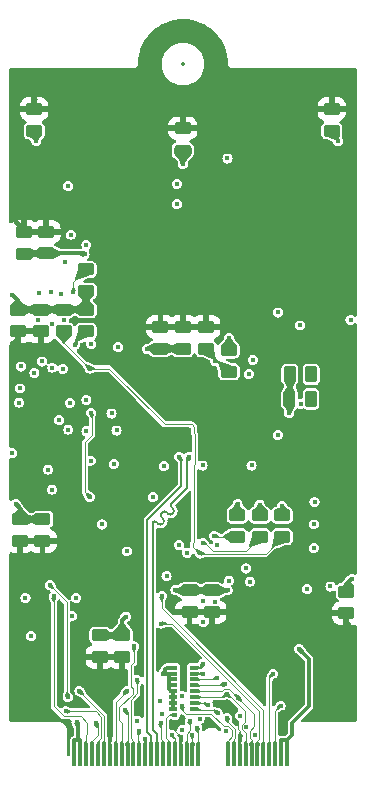
<source format=gbl>
%TF.GenerationSoftware,KiCad,Pcbnew,8.0.1-rc1*%
%TF.CreationDate,2024-08-22T21:46:20-04:00*%
%TF.ProjectId,SoM_V2,536f4d5f-5632-42e6-9b69-6361645f7063,rev?*%
%TF.SameCoordinates,Original*%
%TF.FileFunction,Copper,L6,Bot*%
%TF.FilePolarity,Positive*%
%FSLAX46Y46*%
G04 Gerber Fmt 4.6, Leading zero omitted, Abs format (unit mm)*
G04 Created by KiCad (PCBNEW 8.0.1-rc1) date 2024-08-22 21:46:20*
%MOMM*%
%LPD*%
G01*
G04 APERTURE LIST*
G04 Aperture macros list*
%AMRoundRect*
0 Rectangle with rounded corners*
0 $1 Rounding radius*
0 $2 $3 $4 $5 $6 $7 $8 $9 X,Y pos of 4 corners*
0 Add a 4 corners polygon primitive as box body*
4,1,4,$2,$3,$4,$5,$6,$7,$8,$9,$2,$3,0*
0 Add four circle primitives for the rounded corners*
1,1,$1+$1,$2,$3*
1,1,$1+$1,$4,$5*
1,1,$1+$1,$6,$7*
1,1,$1+$1,$8,$9*
0 Add four rect primitives between the rounded corners*
20,1,$1+$1,$2,$3,$4,$5,0*
20,1,$1+$1,$4,$5,$6,$7,0*
20,1,$1+$1,$6,$7,$8,$9,0*
20,1,$1+$1,$8,$9,$2,$3,0*%
G04 Aperture macros list end*
%TA.AperFunction,SMDPad,CuDef*%
%ADD10R,0.350000X1.950000*%
%TD*%
%TA.AperFunction,SMDPad,CuDef*%
%ADD11RoundRect,0.250000X-0.450000X0.262500X-0.450000X-0.262500X0.450000X-0.262500X0.450000X0.262500X0*%
%TD*%
%TA.AperFunction,SMDPad,CuDef*%
%ADD12R,0.800000X0.300000*%
%TD*%
%TA.AperFunction,SMDPad,CuDef*%
%ADD13RoundRect,0.250000X0.450000X-0.262500X0.450000X0.262500X-0.450000X0.262500X-0.450000X-0.262500X0*%
%TD*%
%TA.AperFunction,SMDPad,CuDef*%
%ADD14RoundRect,0.250000X0.262500X0.450000X-0.262500X0.450000X-0.262500X-0.450000X0.262500X-0.450000X0*%
%TD*%
%TA.AperFunction,SMDPad,CuDef*%
%ADD15RoundRect,0.250000X0.475000X-0.250000X0.475000X0.250000X-0.475000X0.250000X-0.475000X-0.250000X0*%
%TD*%
%TA.AperFunction,ViaPad*%
%ADD16C,0.450000*%
%TD*%
%TA.AperFunction,Conductor*%
%ADD17C,0.300000*%
%TD*%
%TA.AperFunction,Conductor*%
%ADD18C,0.120000*%
%TD*%
%TA.AperFunction,Conductor*%
%ADD19C,0.200000*%
%TD*%
%ADD20C,0.270000*%
%ADD21C,0.350000*%
G04 APERTURE END LIST*
D10*
%TO.P,J201,2,Vcc_3v3*%
%TO.N,Vcc_3V3*%
X144800000Y-137550000D03*
%TO.P,J201,4,Vcc_3v3*%
X144300000Y-137550000D03*
%TO.P,J201,6,GPIO38&LED*%
%TO.N,GPIO38_ADDRESSABLE_LED*%
X143800000Y-137550000D03*
%TO.P,J201,8,I2S_BCLK*%
%TO.N,I2S_BCLK*%
X143300000Y-137550000D03*
%TO.P,J201,10,I2S_WS*%
%TO.N,I2S_WS*%
X142800000Y-137550000D03*
%TO.P,J201,12,I2S_DIN/DOUT*%
%TO.N,I2S_DIN{slash}DOUT*%
X142300000Y-137550000D03*
%TO.P,J201,14,I2C_SDA_3_TCA*%
%TO.N,I2C_SDA_2_TCA*%
X141800000Y-137550000D03*
%TO.P,J201,16,I2C_SCL_3_TCA*%
%TO.N,I2C_SCL_2_TCA*%
X141300000Y-137550000D03*
%TO.P,J201,18,GND*%
%TO.N,GND*%
X140800000Y-137550000D03*
%TO.P,J201,20,SPI_CS_5*%
%TO.N,SPI_5_ESP32*%
X140300000Y-137550000D03*
%TO.P,J201,22,UART_TX*%
%TO.N,GPIO17_U1_TXD*%
X139800000Y-137550000D03*
%TO.P,J201,32,UART_RX*%
%TO.N,GPIO18_U1_RXD*%
X137300000Y-137550000D03*
%TO.P,J201,34,GPIO47*%
%TO.N,GPIO47*%
X136800000Y-137550000D03*
%TO.P,J201,36,GPIO48*%
%TO.N,GPIO48{slash}CAN_INT*%
X136300000Y-137550000D03*
%TO.P,J201,38,GND*%
%TO.N,GND*%
X135800000Y-137550000D03*
%TO.P,J201,40,GPIO15*%
%TO.N,GPIO15*%
X135300000Y-137550000D03*
%TO.P,J201,42,NC*%
%TO.N,GPIO26*%
X134800000Y-137550000D03*
%TO.P,J201,44,NC*%
%TO.N,GPIO34*%
X134300000Y-137550000D03*
%TO.P,J201,46,USB_DEBUG_D-*%
%TO.N,DEBUG-*%
X133800000Y-137550000D03*
%TO.P,J201,48,USB_DEBUG_D+*%
%TO.N,DEBUG+*%
X133300000Y-137550000D03*
%TO.P,J201,50,SUSCLK*%
%TO.N,SUSCLK*%
X132800000Y-137550000D03*
%TO.P,J201,52,NC*%
%TO.N,GPIO45*%
X132300000Y-137550000D03*
%TO.P,J201,54,RESET_AUTRES*%
%TO.N,RESET_OTHERS*%
X131800000Y-137550000D03*
%TO.P,J201,56,RESET_ESP32*%
%TO.N,CHIP_EN*%
X131300000Y-137550000D03*
%TO.P,J201,58,I2C_SDA_ESP32*%
%TO.N,I2C_SDA_ESP32*%
X130800000Y-137550000D03*
%TO.P,J201,60,I2C_SCL_ESP32*%
%TO.N,I2C_SCL_ESP32*%
X130300000Y-137550000D03*
%TO.P,J201,62,GND*%
%TO.N,GND*%
X129800000Y-137550000D03*
%TO.P,J201,64,PWM_1_PCA*%
%TO.N,Net-(J201J-PWM_1_PCA)*%
X129300000Y-137550000D03*
%TO.P,J201,66,PWM_2_PCA*%
%TO.N,Net-(J201J-PWM_2_PCA)*%
X128800000Y-137550000D03*
%TO.P,J201,68,PWM_3_PCA*%
%TO.N,Net-(J201J-PWM_3_PCA)*%
X128300000Y-137550000D03*
%TO.P,J201,70,PWM_4_PCA*%
%TO.N,Net-(J201J-PWM_4_PCA)*%
X127800000Y-137550000D03*
%TO.P,J201,72,Vcc_3v3*%
%TO.N,Vcc_3V3*%
X127300000Y-137550000D03*
%TO.P,J201,74,Vcc_3v3*%
X126800000Y-137550000D03*
%TD*%
D11*
%TO.P,R302,1*%
%TO.N,Vcc_3V3*%
X144400000Y-117265000D03*
%TO.P,R302,2*%
%TO.N,I2C_SCL_ESP32*%
X144400000Y-119090000D03*
%TD*%
%TO.P,C501,1*%
%TO.N,Vcc_3V3*%
X122020000Y-99867500D03*
%TO.P,C501,2*%
%TO.N,GND*%
X122020000Y-101692500D03*
%TD*%
%TO.P,C301,1*%
%TO.N,Vcc_3V3*%
X138475000Y-123637500D03*
%TO.P,C301,2*%
%TO.N,GND*%
X138475000Y-125462500D03*
%TD*%
D12*
%TO.P,RN301,1,R1.1*%
%TO.N,I2C_SDA_0_TCA*%
X136930000Y-130170000D03*
%TO.P,RN301,2,R2.1*%
%TO.N,I2C_SCL_0_TCA*%
X136930000Y-130670000D03*
%TO.P,RN301,3,R3.1*%
%TO.N,I2C_SDA_1_TCA*%
X136930000Y-131170000D03*
%TO.P,RN301,4,R4.1*%
%TO.N,I2C_SCL_1_TCA*%
X136930000Y-131670000D03*
%TO.P,RN301,5,R5.1*%
%TO.N,I2C_SDA_2_TCA*%
X136930000Y-132170000D03*
%TO.P,RN301,6,R6.1*%
%TO.N,I2C_SCL_2_TCA*%
X136930000Y-132670000D03*
%TO.P,RN301,7,R7.1*%
%TO.N,I2C_SDA_3_TCA*%
X136930000Y-133170000D03*
%TO.P,RN301,8,R8.1*%
%TO.N,I2C_SCL_3_TCA*%
X136930000Y-133670000D03*
%TO.P,RN301,9,R8.2*%
%TO.N,Vcc_3V3*%
X135130000Y-133670000D03*
%TO.P,RN301,10,R7.2*%
X135130000Y-133170000D03*
%TO.P,RN301,11,R6.2*%
X135130000Y-132670000D03*
%TO.P,RN301,12,R5.2*%
X135130000Y-132170000D03*
%TO.P,RN301,13,R4.2*%
X135130000Y-131670000D03*
%TO.P,RN301,14,R3.2*%
X135130000Y-131170000D03*
%TO.P,RN301,15,R2.2*%
X135130000Y-130670000D03*
%TO.P,RN301,16,R1.2*%
X135130000Y-130170000D03*
%TD*%
D11*
%TO.P,R303,1*%
%TO.N,Vcc_3V3*%
X140600000Y-117265000D03*
%TO.P,R303,2*%
%TO.N,RESET_OTHERS*%
X140600000Y-119090000D03*
%TD*%
%TO.P,R601,1*%
%TO.N,Vcc_3V3*%
X139890000Y-103287500D03*
%TO.P,R601,2*%
%TO.N,CHIP_EN*%
X139890000Y-105112500D03*
%TD*%
D13*
%TO.P,C401,1*%
%TO.N,GND*%
X128950000Y-129262500D03*
%TO.P,C401,2*%
%TO.N,Vcc_3V3*%
X128950000Y-127437500D03*
%TD*%
D11*
%TO.P,C403,1*%
%TO.N,Vcc_3V3*%
X124100000Y-117612500D03*
%TO.P,C403,2*%
%TO.N,GND*%
X124100000Y-119437500D03*
%TD*%
D14*
%TO.P,R316,1*%
%TO.N,Net-(D302-A)*%
X146837500Y-107425000D03*
%TO.P,R316,2*%
%TO.N,Vcc_3V3*%
X145012500Y-107425000D03*
%TD*%
D11*
%TO.P,C310,1*%
%TO.N,Vcc_3V3*%
X149820000Y-123747500D03*
%TO.P,C310,2*%
%TO.N,GND*%
X149820000Y-125572500D03*
%TD*%
%TO.P,R502,1*%
%TO.N,Vcc_3V3*%
X125890000Y-99867500D03*
%TO.P,R502,2*%
%TO.N,I2C_SCL_ESP32*%
X125890000Y-101692500D03*
%TD*%
%TO.P,C502,1*%
%TO.N,Vcc_3V3*%
X123940000Y-99867500D03*
%TO.P,C502,2*%
%TO.N,GND*%
X123940000Y-101692500D03*
%TD*%
D14*
%TO.P,R313,1*%
%TO.N,Net-(D301-A)*%
X146862500Y-105350000D03*
%TO.P,R313,2*%
%TO.N,Vcc_3V3*%
X145037500Y-105350000D03*
%TD*%
D13*
%TO.P,C402,1*%
%TO.N,GND*%
X130850000Y-129262500D03*
%TO.P,C402,2*%
%TO.N,Vcc_3V3*%
X130850000Y-127437500D03*
%TD*%
%TO.P,C605,1*%
%TO.N,Vcc_3V3*%
X124430000Y-95102500D03*
%TO.P,C605,2*%
%TO.N,GND*%
X124430000Y-93277500D03*
%TD*%
D11*
%TO.P,C404,1*%
%TO.N,Vcc_3V3*%
X122200000Y-117612500D03*
%TO.P,C404,2*%
%TO.N,GND*%
X122200000Y-119437500D03*
%TD*%
D13*
%TO.P,C601,1*%
%TO.N,Vcc_3V3*%
X136010000Y-103172500D03*
%TO.P,C601,2*%
%TO.N,GND*%
X136010000Y-101347500D03*
%TD*%
D11*
%TO.P,R301,1*%
%TO.N,Vcc_3V3*%
X142500000Y-117265000D03*
%TO.P,R301,2*%
%TO.N,I2C_SDA_ESP32*%
X142500000Y-119090000D03*
%TD*%
D13*
%TO.P,C603,1*%
%TO.N,CHIP_EN*%
X137960000Y-103165000D03*
%TO.P,C603,2*%
%TO.N,GND*%
X137960000Y-101340000D03*
%TD*%
%TO.P,C607,1*%
%TO.N,CHIP_EN*%
X123400000Y-84712500D03*
%TO.P,C607,2*%
%TO.N,GND*%
X123400000Y-82887500D03*
%TD*%
%TO.P,C604,1*%
%TO.N,Vcc_3V3*%
X122520000Y-95112500D03*
%TO.P,C604,2*%
%TO.N,GND*%
X122520000Y-93287500D03*
%TD*%
%TO.P,C606,1*%
%TO.N,GPIO0_BOOT*%
X148590000Y-84712500D03*
%TO.P,C606,2*%
%TO.N,GND*%
X148590000Y-82887500D03*
%TD*%
%TO.P,C602,1*%
%TO.N,Vcc_3V3*%
X134090000Y-103165000D03*
%TO.P,C602,2*%
%TO.N,GND*%
X134090000Y-101340000D03*
%TD*%
D11*
%TO.P,R501,1*%
%TO.N,Vcc_3V3*%
X127790000Y-99867500D03*
%TO.P,R501,2*%
%TO.N,I2C_SDA_ESP32*%
X127790000Y-101692500D03*
%TD*%
%TO.P,C302,1*%
%TO.N,Vcc_3V3*%
X136550000Y-123637500D03*
%TO.P,C302,2*%
%TO.N,GND*%
X136550000Y-125462500D03*
%TD*%
D13*
%TO.P,R304,1*%
%TO.N,Vcc_3V3*%
X127790000Y-98280000D03*
%TO.P,R304,2*%
%TO.N,RESET_OTHERS*%
X127790000Y-96455000D03*
%TD*%
D15*
%TO.P,C503,1*%
%TO.N,Vcc_3V3*%
X135980000Y-86410000D03*
%TO.P,C503,2*%
%TO.N,GND*%
X135980000Y-84510000D03*
%TD*%
D16*
%TO.N,GND*%
X149690000Y-106690000D03*
X147150000Y-86370000D03*
X121750000Y-83830000D03*
X147150000Y-83830000D03*
X147150000Y-96530000D03*
X139750000Y-125500000D03*
X121860000Y-92410000D03*
X129370000Y-91450000D03*
X144610000Y-124470000D03*
X127825000Y-116600000D03*
X128400000Y-114725000D03*
X135750000Y-128950000D03*
X142070000Y-91450000D03*
X149690000Y-96530000D03*
X131910000Y-83830000D03*
X125630000Y-129430000D03*
X137950000Y-101330000D03*
X126830000Y-86370000D03*
X142070000Y-86370000D03*
X139530000Y-99070000D03*
X150475000Y-118120000D03*
X149690000Y-88910000D03*
X121750000Y-86370000D03*
X147150000Y-81290000D03*
X136990000Y-96530000D03*
X139530000Y-88910000D03*
X142070000Y-106690000D03*
X125300000Y-103725000D03*
X134450000Y-96530000D03*
X139530000Y-109230000D03*
X134450000Y-76210000D03*
X131910000Y-91450000D03*
X147150000Y-111770000D03*
X133025000Y-111375000D03*
X126830000Y-81290000D03*
X149690000Y-91450000D03*
X144610000Y-88910000D03*
X149690000Y-129550000D03*
X147150000Y-91450000D03*
X142070000Y-109230000D03*
X123470000Y-81900000D03*
X150080000Y-126580000D03*
X147150000Y-93990000D03*
X129370000Y-83830000D03*
X131910000Y-88910000D03*
X136090000Y-101380000D03*
X129370000Y-81290000D03*
X150475000Y-120010000D03*
X121525000Y-102740000D03*
X149690000Y-109230000D03*
X134450000Y-81290000D03*
X149690000Y-81290000D03*
X136150000Y-117825000D03*
X136990000Y-81290000D03*
X131910000Y-93990000D03*
X121750000Y-81290000D03*
X144610000Y-111770000D03*
X135140000Y-107760000D03*
X136990000Y-99070000D03*
X147150000Y-132090000D03*
X140170000Y-133390000D03*
X148620000Y-82030000D03*
X122100000Y-109375000D03*
X139530000Y-91450000D03*
X135140000Y-106120000D03*
X136780000Y-106120000D03*
X134450000Y-99070000D03*
X136990000Y-76210000D03*
X134050000Y-101350000D03*
X150475000Y-116020000D03*
X149690000Y-111770000D03*
X149690000Y-93990000D03*
X147150000Y-114310000D03*
X142070000Y-81290000D03*
X147150000Y-88910000D03*
X142070000Y-83830000D03*
X131250000Y-122425000D03*
X131910000Y-99070000D03*
X149690000Y-104150000D03*
X149690000Y-83830000D03*
X147150000Y-129550000D03*
X132300000Y-120775000D03*
X122650000Y-133550000D03*
X127930000Y-129320000D03*
X142070000Y-93990000D03*
X136710000Y-94400000D03*
X135310000Y-94380000D03*
X124430000Y-127560000D03*
X139530000Y-96530000D03*
X149690000Y-114310000D03*
X135125000Y-134925000D03*
X139100000Y-112325000D03*
X135920000Y-83550000D03*
X136990000Y-104150000D03*
X147150000Y-104150000D03*
X129370000Y-88910000D03*
X131910000Y-81290000D03*
X147150000Y-124470000D03*
X144610000Y-114310000D03*
X144610000Y-81290000D03*
X144610000Y-104150000D03*
X129370000Y-86370000D03*
X121750000Y-88910000D03*
X144610000Y-86370000D03*
X136820000Y-107790000D03*
X142070000Y-111770000D03*
X135375000Y-125475000D03*
X134450000Y-104150000D03*
X149690000Y-132090000D03*
X142070000Y-88910000D03*
X139530000Y-81290000D03*
X138225000Y-134700000D03*
X144610000Y-83830000D03*
X131200000Y-108075000D03*
X148740000Y-133320000D03*
X126830000Y-83830000D03*
X131910000Y-86370000D03*
X132175000Y-133175000D03*
X142070000Y-99070000D03*
X131910000Y-104150000D03*
X125700000Y-119575000D03*
%TO.N,Vcc_3V3*%
X124924500Y-101037500D03*
X139757400Y-87061400D03*
X139775000Y-123600000D03*
X124941400Y-104771600D03*
X128229100Y-102771500D03*
X140620000Y-116330000D03*
X144980000Y-108630000D03*
X131155000Y-125850000D03*
X121820000Y-116300000D03*
X123150000Y-127510000D03*
X150275000Y-122650000D03*
X135975000Y-87525000D03*
X139910000Y-102240000D03*
X135350000Y-123600000D03*
X132950000Y-103175000D03*
X146510000Y-123510000D03*
X126510000Y-93510000D03*
X121525000Y-98580000D03*
X144380000Y-116490000D03*
X142480000Y-116360000D03*
X147130000Y-116125000D03*
X126982150Y-134767850D03*
X127660000Y-95180000D03*
X127790000Y-99867500D03*
X135650000Y-119775000D03*
X147060000Y-118040000D03*
X145804200Y-128569100D03*
X134282200Y-130714800D03*
X122100000Y-107725000D03*
X147060000Y-120020000D03*
%TO.N,Net-(U302-OSC1)*%
X135462700Y-90943900D03*
X126275000Y-89400000D03*
%TO.N,GPIO0_BOOT*%
X130509200Y-103040000D03*
X149117300Y-85589300D03*
X144014600Y-100099100D03*
%TO.N,CHIP_EN*%
X131122600Y-133777900D03*
X123579100Y-85589300D03*
X138690400Y-104194000D03*
%TO.N,I2C_SDA_0_TCA*%
X140810200Y-134246500D03*
X137685100Y-129829600D03*
%TO.N,I2C_SDA_1_TCA*%
X142050200Y-135916000D03*
X138852600Y-131016700D03*
%TO.N,I2C_SDA_3_TCA*%
X138130100Y-133351300D03*
X137719100Y-126291900D03*
%TO.N,I2C_SCL_3_TCA*%
X138929600Y-134032600D03*
X138731600Y-124579600D03*
%TO.N,I2C_SDA_2_TCA*%
X140671900Y-132701300D03*
%TO.N,I2C_SCL_2_TCA*%
X139686600Y-132419900D03*
X139882600Y-122803600D03*
%TO.N,I2C_SCL_0_TCA*%
X137713700Y-130705700D03*
%TO.N,I2C_SCL_1_TCA*%
X139537900Y-131567900D03*
X141370794Y-135194706D03*
%TO.N,I2S_BCLK*%
X143643100Y-130686800D03*
X134375500Y-113119000D03*
%TO.N,Net-(D301-A)*%
X146862500Y-105325000D03*
%TO.N,GPIO17_U1_TXD*%
X135925000Y-133425000D03*
%TO.N,Net-(D302-A)*%
X146875000Y-107400000D03*
%TO.N,RESET_OTHERS*%
X132125000Y-131225000D03*
X137698700Y-124550000D03*
X128186500Y-112645200D03*
X126722000Y-98385900D03*
X138625000Y-119000000D03*
%TO.N,GPIO15*%
X134600000Y-122425000D03*
X135048850Y-135851150D03*
%TO.N,GPIO34*%
X141695400Y-122885700D03*
X134107900Y-134860103D03*
%TO.N,I2S_WS*%
X131239100Y-120325400D03*
X134200000Y-124125000D03*
%TO.N,GPIO48{slash}CAN_INT*%
X136570000Y-134700000D03*
X141798500Y-113056900D03*
%TO.N,GPIO26*%
X135340000Y-134175002D03*
X136351200Y-120438600D03*
%TO.N,GPIO46*%
X141902200Y-104110000D03*
X132100000Y-134650000D03*
%TO.N,DEBUG+*%
X135680000Y-112310000D03*
%TO.N,SPI_CLK_ESP32*%
X135900000Y-132550000D03*
X128226500Y-108600400D03*
X123817600Y-98429300D03*
X137400000Y-134499300D03*
X128099000Y-115705900D03*
%TO.N,SPI_MISO_ESP32*%
X127820200Y-110151500D03*
X124918300Y-115096600D03*
X135950000Y-135450000D03*
X125681500Y-98572500D03*
%TO.N,Net-(J201J-PWM_2_PCA)*%
X121525000Y-112003285D03*
X126083000Y-133871200D03*
%TO.N,GPIO16*%
X134225000Y-134098800D03*
X133447100Y-115723000D03*
%TO.N,I2S_DIN{slash}DOUT*%
X134161000Y-126442700D03*
%TO.N,SUSCLK*%
X130141300Y-112931000D03*
X132775000Y-136177600D03*
%TO.N,SPI_MOSI_ESP32*%
X129945400Y-108648600D03*
X124804700Y-98365800D03*
%TO.N,GPIO47*%
X136763507Y-135888507D03*
X138908350Y-119783350D03*
%TO.N,Net-(J201J-PWM_1_PCA)*%
X123718600Y-100780000D03*
X127222200Y-132153300D03*
%TO.N,Net-(J201J-PWM_3_PCA)*%
X122291700Y-104671600D03*
X128635000Y-134900000D03*
%TO.N,I2C_SCL_ESP32*%
X137423700Y-120502600D03*
X128091200Y-104849600D03*
X131232000Y-132150500D03*
%TO.N,GPIO45*%
X132299100Y-135498200D03*
X141574300Y-105303900D03*
%TO.N,GPIO38_ADDRESSABLE_LED*%
X144014600Y-110448100D03*
X135462700Y-89205100D03*
X144255100Y-133390700D03*
%TO.N,GPIO18_U1_RXD*%
X137200000Y-135250000D03*
%TO.N,DEBUG-*%
X136490000Y-112320000D03*
%TO.N,I2C_SDA_ESP32*%
X131850000Y-128375000D03*
X130367500Y-110088300D03*
X126862000Y-102837400D03*
X137650000Y-119600000D03*
%TO.N,Net-(J201I-ADC_2_MCP3202)*%
X124725000Y-123175000D03*
X126250000Y-132675000D03*
%TO.N,Net-(J201J-PWM_4_PCA)*%
X125065700Y-124139000D03*
X124041200Y-104251100D03*
%TO.N,Net-(U302-TXCAN)*%
X126959900Y-124263100D03*
X127814600Y-94380000D03*
%TO.N,Net-(U302-RXCAN)*%
X122653600Y-124263100D03*
X126044500Y-95788500D03*
%TO.N,SPI_CAN_ESP32*%
X125921500Y-100754100D03*
X125825000Y-104875000D03*
%TO.N,U0RXD*%
X148478100Y-123296800D03*
X145966300Y-107851800D03*
%TO.N,LDAC_DAC*%
X126574800Y-125810700D03*
X126289200Y-110015200D03*
%TO.N,SPI_DAC_ESP32*%
X126405200Y-107738600D03*
X129133500Y-118052000D03*
%TO.N,SPI_6_ESP32*%
X139648515Y-135540764D03*
X124575200Y-113397200D03*
%TO.N,SPI_5_ESP32*%
X139720000Y-134439485D03*
X125523500Y-109230300D03*
%TO.N,GPIO33*%
X141327300Y-121771700D03*
X134075000Y-133025000D03*
%TO.N,Net-(Q601A-B1)*%
X150184700Y-100729000D03*
X145930000Y-101196700D03*
%TO.N,CS_1*%
X127817600Y-107509300D03*
X123413700Y-105214700D03*
%TO.N,CS_2*%
X122212700Y-106530400D03*
X137656300Y-113056900D03*
%TD*%
D17*
%TO.N,GND*%
X137960000Y-101340000D02*
X137950000Y-101330000D01*
X149820000Y-125572000D02*
X149820000Y-125572500D01*
X135980000Y-84510000D02*
X135980000Y-83610000D01*
X124430000Y-93277500D02*
X122530000Y-93277500D01*
D18*
X135800000Y-137550000D02*
X135800000Y-136015401D01*
D17*
X130850000Y-129262000D02*
X127988000Y-129262000D01*
X149820000Y-125572500D02*
X149820000Y-126320000D01*
X127988000Y-129262000D02*
X127930000Y-129320000D01*
X122530000Y-93277500D02*
X122520000Y-93287500D01*
D18*
X140170000Y-134195000D02*
X140170000Y-133390000D01*
X140656900Y-135407123D02*
X140656900Y-134681900D01*
D17*
X122020000Y-101692000D02*
X123940000Y-101692000D01*
D18*
X135800000Y-136015401D02*
X135075000Y-135290401D01*
X135075000Y-134819314D02*
X135084657Y-134809657D01*
D17*
X122200000Y-119438000D02*
X125562000Y-119438000D01*
X134060000Y-101340000D02*
X134050000Y-101350000D01*
D18*
X140656900Y-134681900D02*
X140170000Y-134195000D01*
D17*
X122520000Y-93070000D02*
X121860000Y-92410000D01*
D18*
X140800000Y-137550000D02*
X140800000Y-135550223D01*
D17*
X134090000Y-101340000D02*
X134060000Y-101340000D01*
X136550000Y-125462000D02*
X135388000Y-125462000D01*
X123400000Y-82887500D02*
X123400000Y-81970000D01*
X122020000Y-101692500D02*
X122020000Y-101692000D01*
X125562000Y-119438000D02*
X125700000Y-119575000D01*
X122520000Y-93287500D02*
X122520000Y-93070000D01*
X136058000Y-101348000D02*
X136090000Y-101380000D01*
X121525000Y-102740000D02*
X122020000Y-102245000D01*
X135980000Y-83610000D02*
X135920000Y-83550000D01*
X148590000Y-82060000D02*
X148620000Y-82030000D01*
X122020000Y-102245000D02*
X122020000Y-101692500D01*
X136010000Y-101348000D02*
X136058000Y-101348000D01*
X135388000Y-125462000D02*
X135375000Y-125475000D01*
X139712000Y-125462000D02*
X139750000Y-125500000D01*
D18*
X122100000Y-109375000D02*
X121525000Y-108800000D01*
X121525000Y-108800000D02*
X121525000Y-102740000D01*
D17*
X138475000Y-125462000D02*
X139712000Y-125462000D01*
X148590000Y-82887500D02*
X148590000Y-82060000D01*
X123400000Y-81970000D02*
X123470000Y-81900000D01*
D18*
X135075000Y-135290401D02*
X135075000Y-134819314D01*
X140800000Y-135550223D02*
X140656900Y-135407123D01*
D17*
X149820000Y-126320000D02*
X150080000Y-126580000D01*
%TO.N,Vcc_3V3*%
X134476800Y-130698500D02*
X134476800Y-130714700D01*
X130850000Y-127437500D02*
X130850000Y-126155000D01*
X136009500Y-103172000D02*
X136010000Y-103172500D01*
X127080500Y-134866200D02*
X127080500Y-136293300D01*
X134448300Y-130323500D02*
X134448300Y-130670000D01*
X130850000Y-127438000D02*
X130850000Y-127437500D01*
X146645000Y-129409900D02*
X145804200Y-128569100D01*
X144800000Y-136293300D02*
X144300000Y-136293300D01*
X139890000Y-102260000D02*
X139910000Y-102240000D01*
X145037500Y-106374500D02*
X145037500Y-105350000D01*
X135388000Y-123638000D02*
X136550500Y-123638000D01*
X136550500Y-123638000D02*
X136550000Y-123637500D01*
X146645000Y-133455000D02*
X146645000Y-129409900D01*
X145025000Y-107412500D02*
X145012000Y-107425000D01*
X135130000Y-130670000D02*
X134789200Y-130670000D01*
X128950000Y-127438000D02*
X128950500Y-127438000D01*
X145025000Y-107412500D02*
X145012500Y-107425000D01*
X126800000Y-137550000D02*
X126800000Y-136293300D01*
X127790000Y-99867500D02*
X127628000Y-99867500D01*
X145225000Y-134875000D02*
X146645000Y-133455000D01*
X127628000Y-99867500D02*
X126052000Y-99867500D01*
X122200500Y-117612000D02*
X122200000Y-117612000D01*
X145038000Y-106375000D02*
X145037500Y-106374500D01*
X124099500Y-117612000D02*
X122200500Y-117612000D01*
X136009500Y-103172000D02*
X134098000Y-103172000D01*
X126052000Y-99867500D02*
X125890000Y-99867500D01*
X135130000Y-133670000D02*
X135130000Y-133170000D01*
X144400000Y-117265000D02*
X144400000Y-116510000D01*
X135130000Y-131670000D02*
X134789200Y-131670000D01*
X149820000Y-123105000D02*
X150275000Y-122650000D01*
X145038000Y-107400000D02*
X145025000Y-107412500D01*
X124420000Y-95112500D02*
X124430000Y-95102500D01*
X140600000Y-117265000D02*
X140600000Y-116350000D01*
X126982150Y-134767850D02*
X127080500Y-134866200D01*
X130850000Y-126155000D02*
X131155000Y-125850000D01*
X134789200Y-130670000D02*
X134789200Y-131170000D01*
X135130000Y-131170000D02*
X134789200Y-131170000D01*
X126052000Y-99867500D02*
X127790000Y-99867500D01*
X122020000Y-99867500D02*
X122020000Y-99075000D01*
X132960000Y-103165000D02*
X132950000Y-103175000D01*
X127582000Y-95102500D02*
X127660000Y-95180000D01*
X136010000Y-103172000D02*
X136009500Y-103172000D01*
X122020000Y-99867500D02*
X123940000Y-99867500D01*
X134476800Y-130714700D02*
X134476700Y-130714800D01*
X144800000Y-137550000D02*
X144800000Y-136293300D01*
X134090000Y-103165000D02*
X132960000Y-103165000D01*
X142500000Y-117265000D02*
X142500000Y-116380000D01*
X149820000Y-123747500D02*
X149820000Y-123105000D01*
X134789200Y-131999600D02*
X134789200Y-131670000D01*
X125890000Y-99867500D02*
X123940000Y-99867500D01*
X145225000Y-135868300D02*
X144800000Y-136293300D01*
X127790000Y-99867500D02*
X127628000Y-99867500D01*
X145225000Y-134875000D02*
X145225000Y-135868300D01*
X139890000Y-103288000D02*
X139890000Y-103287500D01*
X149820000Y-123748000D02*
X149820000Y-123747500D01*
X145012000Y-108598000D02*
X144980000Y-108630000D01*
X134601800Y-130170000D02*
X134448300Y-130323500D01*
X145038000Y-105350000D02*
X145038000Y-106375000D01*
X122020000Y-99075000D02*
X121525000Y-98580000D01*
X135980000Y-87520000D02*
X135975000Y-87525000D01*
X134789200Y-130170000D02*
X134601800Y-130170000D01*
X134959600Y-132170000D02*
X134789200Y-131999600D01*
X124100000Y-117612000D02*
X124099500Y-117612000D01*
X134789200Y-131170000D02*
X134789200Y-131670000D01*
X135130000Y-132170000D02*
X134959600Y-132170000D01*
X134098000Y-103172000D02*
X134090000Y-103165000D01*
X142500000Y-116380000D02*
X142480000Y-116360000D01*
X144300000Y-137550000D02*
X144300000Y-136293300D01*
X145012000Y-107425000D02*
X145012000Y-108598000D01*
X128950500Y-127438000D02*
X128950000Y-127437500D01*
X125890000Y-99867500D02*
X126052000Y-99867500D01*
X124430000Y-95102500D02*
X127582000Y-95102500D01*
X128950500Y-127438000D02*
X130850000Y-127438000D01*
X135130000Y-130170000D02*
X134789200Y-130170000D01*
X144400000Y-116510000D02*
X144380000Y-116490000D01*
X124099500Y-117612000D02*
X124100000Y-117612500D01*
X122200000Y-117612000D02*
X122200000Y-116680000D01*
X122200500Y-117612000D02*
X122200000Y-117612500D01*
X134448300Y-130670000D02*
X134476800Y-130698500D01*
X127300000Y-137550000D02*
X127300000Y-136293300D01*
X134789200Y-130670000D02*
X134448300Y-130670000D01*
X139738000Y-123638000D02*
X139775000Y-123600000D01*
X138474500Y-123638000D02*
X138475000Y-123637500D01*
X127300000Y-136293300D02*
X127080500Y-136293300D01*
X136550500Y-123638000D02*
X138474500Y-123638000D01*
X135980000Y-86410000D02*
X135980000Y-87520000D01*
X135350000Y-123600000D02*
X135388000Y-123638000D01*
X127080500Y-136293300D02*
X126800000Y-136293300D01*
X135130000Y-132670000D02*
X135130000Y-132170000D01*
X127790000Y-98280000D02*
X127790000Y-99867500D01*
X138474500Y-123638000D02*
X139738000Y-123638000D01*
X134476700Y-130714800D02*
X134282200Y-130714800D01*
X139890000Y-103287500D02*
X139890000Y-102260000D01*
X135130000Y-133170000D02*
X135130000Y-132670000D01*
X145038000Y-106375000D02*
X145038000Y-107400000D01*
X122200000Y-116680000D02*
X121820000Y-116300000D01*
X122520000Y-95112500D02*
X124420000Y-95112500D01*
X140600000Y-116350000D02*
X140620000Y-116330000D01*
D18*
%TO.N,GPIO0_BOOT*%
X148590000Y-84712500D02*
X149117300Y-85239800D01*
X149117300Y-85239800D02*
X149117300Y-85589300D01*
%TO.N,CHIP_EN*%
X138690400Y-104194000D02*
X138971500Y-104194000D01*
X131300000Y-133955300D02*
X131122600Y-133777900D01*
X131300000Y-136383300D02*
X131300000Y-133955300D01*
X123579100Y-84891600D02*
X123579100Y-85589300D01*
X138971500Y-104194000D02*
X139890000Y-105112500D01*
X137960000Y-103165000D02*
X138690400Y-103895400D01*
X138690400Y-103895400D02*
X138690400Y-104194000D01*
X131300000Y-137550000D02*
X131300000Y-136383300D01*
X123400000Y-84712500D02*
X123579100Y-84891600D01*
%TO.N,I2C_SDA_0_TCA*%
X137521700Y-129993000D02*
X137521700Y-130170000D01*
X137685100Y-129829600D02*
X137521700Y-129993000D01*
X136930000Y-130170000D02*
X137521700Y-130170000D01*
%TO.N,I2C_SDA_1_TCA*%
X138699300Y-131170000D02*
X137521700Y-131170000D01*
X136930000Y-131170000D02*
X137521700Y-131170000D01*
X138852600Y-131016700D02*
X138699300Y-131170000D01*
%TO.N,I2C_SDA_3_TCA*%
X136930000Y-133170000D02*
X137948800Y-133170000D01*
X137948800Y-133170000D02*
X138130100Y-133351300D01*
%TO.N,I2C_SCL_3_TCA*%
X137026300Y-133766300D02*
X136930000Y-133670000D01*
X138663300Y-133766300D02*
X137026300Y-133766300D01*
X138929600Y-134032600D02*
X138663300Y-133766300D01*
%TO.N,I2C_SDA_2_TCA*%
X142000000Y-135152400D02*
X142000000Y-134073000D01*
X139513800Y-132003400D02*
X139476500Y-132003400D01*
X141800000Y-137550000D02*
X141800000Y-136310300D01*
X141800000Y-136310300D02*
X141633500Y-136143800D01*
X139514000Y-132003200D02*
X139513800Y-132003400D01*
X141633500Y-136143800D02*
X141633500Y-135518900D01*
X139930300Y-132003400D02*
X139859500Y-132003400D01*
X141633500Y-135518900D02*
X142000000Y-135152400D01*
X140671900Y-132701300D02*
X140650100Y-132723100D01*
X139309900Y-132170000D02*
X136930000Y-132170000D01*
X139859500Y-132003400D02*
X139859300Y-132003200D01*
X142000000Y-134073000D02*
X140650100Y-132723100D01*
X139859300Y-132003200D02*
X139514000Y-132003200D01*
X140650100Y-132723100D02*
X139930300Y-132003400D01*
X139476500Y-132003400D02*
X139309900Y-132170000D01*
%TO.N,I2C_SCL_2_TCA*%
X141300000Y-135710811D02*
X141300000Y-137550000D01*
X140955794Y-135022807D02*
X140955794Y-135366605D01*
X140955794Y-135366605D02*
X141300000Y-135710811D01*
X141225200Y-134753401D02*
X140955794Y-135022807D01*
X141225200Y-133858301D02*
X141225200Y-134753401D01*
X136930000Y-132670000D02*
X139436500Y-132670000D01*
X139436500Y-132670000D02*
X139686600Y-132419900D01*
X139786799Y-132419900D02*
X141225200Y-133858301D01*
X139686600Y-132419900D02*
X139786799Y-132419900D01*
%TO.N,I2C_SCL_0_TCA*%
X137521700Y-130670000D02*
X137557400Y-130705700D01*
X137557400Y-130705700D02*
X137713700Y-130705700D01*
X136930000Y-130670000D02*
X137521700Y-130670000D01*
%TO.N,I2C_SCL_1_TCA*%
X136930000Y-131670000D02*
X139435800Y-131670000D01*
X139435800Y-131670000D02*
X139537900Y-131567900D01*
%TO.N,I2S_BCLK*%
X143300000Y-137550000D02*
X143300000Y-136383300D01*
X143300000Y-131029900D02*
X143643100Y-130686800D01*
X143300000Y-136383300D02*
X143300000Y-131029900D01*
%TO.N,Net-(D301-A)*%
X146862500Y-105325000D02*
X146862500Y-105350000D01*
%TO.N,GPIO17_U1_TXD*%
X136274300Y-134084300D02*
X138394401Y-134084300D01*
X139435865Y-135125764D02*
X139820414Y-135125764D01*
X135925000Y-133735000D02*
X136274300Y-134084300D01*
X138394401Y-134084300D02*
X139435865Y-135125764D01*
X139820414Y-135125764D02*
X140176900Y-135482250D01*
X135925000Y-133425000D02*
X135925000Y-133735000D01*
X139800000Y-136372000D02*
X139800000Y-137550000D01*
X140176900Y-135995100D02*
X139800000Y-136372000D01*
X140176900Y-135482250D02*
X140176900Y-135995100D01*
%TO.N,Net-(D302-A)*%
X146875000Y-107400000D02*
X146850000Y-107425000D01*
X146850000Y-107425000D02*
X146837500Y-107425000D01*
%TO.N,RESET_OTHERS*%
X131800000Y-136383300D02*
X131575000Y-136158300D01*
X132125000Y-132339375D02*
X132125000Y-131225000D01*
X126722000Y-97523000D02*
X127790000Y-96455000D01*
X131575000Y-132889375D02*
X132125000Y-132339375D01*
X131575000Y-136158300D02*
X131575000Y-132889375D01*
X138715000Y-119090000D02*
X140600000Y-119090000D01*
X126722000Y-98385900D02*
X126722000Y-97523000D01*
X138625000Y-119000000D02*
X138715000Y-119090000D01*
X131800000Y-137550000D02*
X131800000Y-136383300D01*
%TO.N,GPIO15*%
X135048850Y-135851150D02*
X135300000Y-136102300D01*
X135300000Y-136102300D02*
X135300000Y-137550000D01*
%TO.N,GPIO34*%
X134107900Y-134860103D02*
X134107900Y-136191200D01*
X134300000Y-136383300D02*
X134300000Y-137550000D01*
X134107900Y-136191200D02*
X134300000Y-136383300D01*
%TO.N,I2S_WS*%
X142800000Y-137550000D02*
X142800000Y-133719500D01*
X134825000Y-125750000D02*
X134200000Y-125125000D01*
X134830500Y-125750000D02*
X134825000Y-125750000D01*
X142800000Y-133719500D02*
X134830500Y-125750000D01*
X134200000Y-125125000D02*
X134200000Y-124125000D01*
%TO.N,GPIO48{slash}CAN_INT*%
X136300000Y-135765115D02*
X136300000Y-137550000D01*
X136570000Y-134700000D02*
X136625000Y-134755000D01*
X136625000Y-135440115D02*
X136300000Y-135765115D01*
X136625000Y-134755000D02*
X136625000Y-135440115D01*
%TO.N,GPIO26*%
X135340000Y-134175002D02*
X134799998Y-134175002D01*
X134575000Y-134400000D02*
X134575000Y-136155000D01*
X134575000Y-136155000D02*
X134800000Y-136380000D01*
X134799998Y-134175002D02*
X134575000Y-134400000D01*
X134800000Y-136380000D02*
X134800000Y-137550000D01*
D19*
%TO.N,DEBUG+*%
X132965000Y-117676800D02*
X132965000Y-135613200D01*
X135680000Y-112310000D02*
X135864999Y-112494999D01*
X135864999Y-112494999D02*
X135864999Y-114776801D01*
X132965000Y-135613200D02*
X133300000Y-135948200D01*
X133300000Y-135948200D02*
X133300000Y-137550000D01*
X135864999Y-114776801D02*
X132965000Y-117676800D01*
D18*
%TO.N,SPI_CLK_ESP32*%
X128281400Y-108655300D02*
X128226500Y-108600400D01*
X128281400Y-110516700D02*
X128281400Y-108655300D01*
X127712900Y-111085200D02*
X128281400Y-110516700D01*
X127712900Y-115319800D02*
X127712900Y-111085200D01*
X128099000Y-115705900D02*
X127712900Y-115319800D01*
%TO.N,Net-(J201J-PWM_2_PCA)*%
X128865000Y-136315000D02*
X129060000Y-136120000D01*
X128865000Y-137485000D02*
X128865000Y-136315000D01*
X128800000Y-137550000D02*
X128865000Y-137485000D01*
X128600688Y-133871200D02*
X126083000Y-133871200D01*
X129060000Y-136120000D02*
X129060000Y-134330512D01*
X129060000Y-134330512D02*
X128600688Y-133871200D01*
%TO.N,I2S_DIN{slash}DOUT*%
X142300000Y-137550000D02*
X142300000Y-136383300D01*
X142300000Y-136383300D02*
X142466900Y-136216400D01*
X142466900Y-136216400D02*
X142466900Y-133810700D01*
X142466900Y-133810700D02*
X135098900Y-126442700D01*
X135098900Y-126442700D02*
X134161000Y-126442700D01*
%TO.N,SUSCLK*%
X132775000Y-136358300D02*
X132775000Y-136177600D01*
X132800000Y-136383300D02*
X132775000Y-136358300D01*
X132800000Y-137550000D02*
X132800000Y-136383300D01*
%TO.N,GPIO47*%
X136763507Y-135888507D02*
X136800000Y-135925000D01*
X136800000Y-135925000D02*
X136800000Y-137550000D01*
%TO.N,Net-(J201J-PWM_1_PCA)*%
X129300000Y-134231100D02*
X127222200Y-132153300D01*
X129300000Y-136383300D02*
X129300000Y-134231100D01*
X129300000Y-137550000D02*
X129300000Y-136383300D01*
%TO.N,Net-(J201J-PWM_3_PCA)*%
X128300000Y-136380000D02*
X128300000Y-137550000D01*
X128820000Y-135860000D02*
X128300000Y-136380000D01*
X128635000Y-134900000D02*
X128820000Y-135085000D01*
X128820000Y-135085000D02*
X128820000Y-135860000D01*
%TO.N,I2C_SCL_ESP32*%
X128091200Y-104849600D02*
X129762063Y-104849600D01*
X137015000Y-112894600D02*
X136934600Y-112975000D01*
X129762063Y-104849600D02*
X134487463Y-109575000D01*
X136934600Y-119575000D02*
X136882100Y-119627500D01*
X137412000Y-120502600D02*
X137423700Y-120502600D01*
X136934600Y-112975000D02*
X136934600Y-119575000D01*
X136882100Y-119972700D02*
X137412000Y-120502600D01*
X130300000Y-137550000D02*
X130300000Y-133082500D01*
X134487463Y-109575000D02*
X136725000Y-109575000D01*
X137015000Y-110415000D02*
X137015000Y-112894600D01*
X130300000Y-133082500D02*
X131232000Y-132150500D01*
X136925000Y-109775000D02*
X136925000Y-110325000D01*
X142981600Y-120508400D02*
X137429500Y-120508400D01*
X136882100Y-119627500D02*
X136882100Y-119972700D01*
X137429500Y-120508400D02*
X137423700Y-120502600D01*
X136925000Y-110325000D02*
X137015000Y-110415000D01*
X144400000Y-119090000D02*
X142981600Y-120508400D01*
X136725000Y-109575000D02*
X136925000Y-109775000D01*
X125890000Y-102648400D02*
X128091200Y-104849600D01*
X125890000Y-101692500D02*
X125890000Y-102648400D01*
%TO.N,GPIO45*%
X132175000Y-135622300D02*
X132299100Y-135498200D01*
X132300000Y-136455000D02*
X132175000Y-136330000D01*
X132175000Y-136330000D02*
X132175000Y-135622300D01*
X132300000Y-137550000D02*
X132300000Y-136455000D01*
%TO.N,GPIO38_ADDRESSABLE_LED*%
X143800000Y-133845800D02*
X143800000Y-137550000D01*
X144255100Y-133390700D02*
X143800000Y-133845800D01*
%TO.N,GPIO18_U1_RXD*%
X137200000Y-135250000D02*
X137300000Y-135350000D01*
X137300000Y-135350000D02*
X137300000Y-137550000D01*
D19*
%TO.N,DEBUG-*%
X136315001Y-114963199D02*
X136315001Y-112494999D01*
X135082204Y-117154523D02*
X135167056Y-117069670D01*
X135027203Y-116250993D02*
X135112057Y-116166142D01*
X134178674Y-117099522D02*
X134263528Y-117014671D01*
X133800000Y-135811800D02*
X133415000Y-135426800D01*
X134602940Y-117014671D02*
X134742792Y-117154523D01*
X135112057Y-116166142D02*
X135664668Y-115613532D01*
X134233675Y-118003052D02*
X134318527Y-117918199D01*
X133800000Y-137550000D02*
X133800000Y-135811800D01*
X135167056Y-116730258D02*
X135027203Y-116590405D01*
X134263528Y-117014671D02*
X134263529Y-117014671D01*
X136315001Y-112494999D02*
X136490000Y-112320000D01*
X134318527Y-117578787D02*
X134178674Y-117438934D01*
X133415000Y-135426800D02*
X133415000Y-118476166D01*
X133415000Y-118476166D02*
X133415000Y-117863200D01*
X135664668Y-115613532D02*
X136315001Y-114963199D01*
X133754411Y-117863200D02*
X133894263Y-118003052D01*
X134318527Y-117918199D02*
G75*
G03*
X134318520Y-117578794I-169727J169699D01*
G01*
X135167055Y-117069669D02*
G75*
G03*
X135167019Y-116730295I-169655J169669D01*
G01*
X134742792Y-117154523D02*
G75*
G03*
X135082204Y-117154523I169706J169704D01*
G01*
X134263529Y-117014671D02*
G75*
G02*
X134602940Y-117014671I169706J-169707D01*
G01*
X134178674Y-117438934D02*
G75*
G02*
X134178646Y-117099494I169726J169734D01*
G01*
X133894263Y-118003052D02*
G75*
G03*
X134233675Y-118003052I169706J169704D01*
G01*
X133415000Y-117863200D02*
G75*
G02*
X133754411Y-117863200I169706J-169707D01*
G01*
X135027203Y-116590405D02*
G75*
G02*
X135027204Y-116250994I169697J169705D01*
G01*
D18*
%TO.N,I2C_SDA_ESP32*%
X131757000Y-131933037D02*
X131757000Y-132367963D01*
X138531700Y-120256700D02*
X141333300Y-120256700D01*
X131850000Y-129703176D02*
X131600000Y-129953176D01*
X130597600Y-133527363D02*
X130597600Y-134622600D01*
X126862000Y-102620500D02*
X126862000Y-102837400D01*
X131600000Y-129953176D02*
X131600000Y-131776037D01*
X137650000Y-119600000D02*
X137875000Y-119600000D01*
X130800000Y-134825000D02*
X130800000Y-137550000D01*
X137875000Y-119600000D02*
X138531700Y-120256700D01*
X127790000Y-101692500D02*
X126862000Y-102620500D01*
X141333300Y-120256700D02*
X142500000Y-119090000D01*
X131600000Y-131776037D02*
X131757000Y-131933037D01*
X131850000Y-128375000D02*
X131850000Y-129703176D01*
X130597600Y-134622600D02*
X130800000Y-134825000D01*
X131757000Y-132367963D02*
X130597600Y-133527363D01*
%TO.N,Net-(J201I-ADC_2_MCP3202)*%
X126159800Y-124609800D02*
X124725000Y-123175000D01*
X126159800Y-132584800D02*
X126159800Y-124609800D01*
X126250000Y-132675000D02*
X126159800Y-132584800D01*
%TO.N,Net-(J201J-PWM_4_PCA)*%
X125065700Y-124139000D02*
X125065700Y-133440799D01*
X125065700Y-133440799D02*
X125911101Y-134286200D01*
X127336200Y-134286200D02*
X127900000Y-134850000D01*
X127760000Y-135904401D02*
X127760000Y-137510000D01*
X127900000Y-135764401D02*
X127760000Y-135904401D01*
X125911101Y-134286200D02*
X127336200Y-134286200D01*
X127760000Y-137510000D02*
X127800000Y-137550000D01*
X127900000Y-134850000D02*
X127900000Y-135764401D01*
%TO.N,SPI_5_ESP32*%
X139720000Y-134685939D02*
X140416900Y-135382839D01*
X140416900Y-136133100D02*
X140300000Y-136250000D01*
X140416900Y-135382839D02*
X140416900Y-136133100D01*
X140300000Y-136250000D02*
X140300000Y-137550000D01*
X139720000Y-134439485D02*
X139720000Y-134685939D01*
%TD*%
%TA.AperFunction,Conductor*%
%TO.N,GND*%
G36*
X124133039Y-101462185D02*
G01*
X124178794Y-101514989D01*
X124190000Y-101566500D01*
X124190000Y-102704999D01*
X124439972Y-102704999D01*
X124439986Y-102704998D01*
X124542697Y-102694505D01*
X124709119Y-102639358D01*
X124709124Y-102639356D01*
X124858345Y-102547315D01*
X124982317Y-102423343D01*
X125015934Y-102368841D01*
X125067881Y-102322116D01*
X125136844Y-102310893D01*
X125195105Y-102334167D01*
X125227118Y-102357793D01*
X125259726Y-102369202D01*
X125310336Y-102402625D01*
X125661146Y-102786780D01*
X125661814Y-102787511D01*
X125665812Y-102792614D01*
X125671438Y-102798240D01*
X125675326Y-102802308D01*
X125736412Y-102869201D01*
X125739822Y-102872846D01*
X125740168Y-102873207D01*
X125740169Y-102873209D01*
X125750361Y-102880177D01*
X125768055Y-102894857D01*
X127534567Y-104661370D01*
X127561125Y-104700829D01*
X127689501Y-105004955D01*
X127689502Y-105004958D01*
X127698823Y-105018787D01*
X127706481Y-105031793D01*
X127742671Y-105102818D01*
X127742676Y-105102825D01*
X127837974Y-105198123D01*
X127837978Y-105198126D01*
X127837980Y-105198128D01*
X127958074Y-105259319D01*
X127958076Y-105259319D01*
X127958078Y-105259320D01*
X128091198Y-105280404D01*
X128091200Y-105280404D01*
X128091203Y-105280404D01*
X128224322Y-105259320D01*
X128224323Y-105259319D01*
X128224326Y-105259319D01*
X128233663Y-105254560D01*
X128259668Y-105245641D01*
X128259546Y-105245226D01*
X128265372Y-105243500D01*
X128265390Y-105243497D01*
X128571212Y-105119222D01*
X128617894Y-105110100D01*
X129602799Y-105110100D01*
X129669838Y-105129785D01*
X129690479Y-105146418D01*
X132015834Y-107471774D01*
X134339902Y-109795842D01*
X134339904Y-109795844D01*
X134413952Y-109826514D01*
X134435646Y-109835500D01*
X136540500Y-109835500D01*
X136607539Y-109855185D01*
X136653294Y-109907989D01*
X136664500Y-109959500D01*
X136664500Y-110273183D01*
X136664500Y-110376817D01*
X136704159Y-110472561D01*
X136704160Y-110472562D01*
X136718181Y-110486583D01*
X136751666Y-110547906D01*
X136754500Y-110574264D01*
X136754500Y-111785902D01*
X136734815Y-111852941D01*
X136682011Y-111898696D01*
X136612853Y-111908640D01*
X136611103Y-111908376D01*
X136536899Y-111896624D01*
X136490000Y-111889196D01*
X136489998Y-111889196D01*
X136489997Y-111889196D01*
X136356878Y-111910279D01*
X136236778Y-111971473D01*
X136236774Y-111971476D01*
X136177681Y-112030570D01*
X136116358Y-112064055D01*
X136046666Y-112059071D01*
X136002319Y-112030570D01*
X135933225Y-111961476D01*
X135933221Y-111961473D01*
X135933220Y-111961472D01*
X135813126Y-111900281D01*
X135813124Y-111900280D01*
X135813121Y-111900279D01*
X135680002Y-111879196D01*
X135679998Y-111879196D01*
X135546878Y-111900279D01*
X135426778Y-111961473D01*
X135426774Y-111961476D01*
X135331476Y-112056774D01*
X135331473Y-112056778D01*
X135331472Y-112056780D01*
X135290901Y-112136406D01*
X135270279Y-112176878D01*
X135249196Y-112309997D01*
X135249196Y-112310002D01*
X135270279Y-112443121D01*
X135270280Y-112443124D01*
X135270281Y-112443126D01*
X135321535Y-112543717D01*
X135331473Y-112563221D01*
X135331475Y-112563224D01*
X135371465Y-112603213D01*
X135382197Y-112615456D01*
X135394685Y-112631747D01*
X135481981Y-112708376D01*
X135522302Y-112743770D01*
X135559698Y-112802790D01*
X135564499Y-112836960D01*
X135564499Y-114600968D01*
X135544814Y-114668007D01*
X135528180Y-114688649D01*
X132724541Y-117492287D01*
X132724535Y-117492295D01*
X132684982Y-117560804D01*
X132684979Y-117560809D01*
X132664500Y-117637239D01*
X132664500Y-130863389D01*
X132644815Y-130930428D01*
X132592011Y-130976183D01*
X132522853Y-130986127D01*
X132459297Y-130957102D01*
X132452819Y-130951070D01*
X132378225Y-130876476D01*
X132378221Y-130876473D01*
X132378220Y-130876472D01*
X132258126Y-130815281D01*
X132258124Y-130815280D01*
X132258121Y-130815279D01*
X132125002Y-130794196D01*
X132125000Y-130794196D01*
X132089099Y-130799882D01*
X132003897Y-130813376D01*
X131934603Y-130804420D01*
X131881152Y-130759423D01*
X131860513Y-130692671D01*
X131860500Y-130690902D01*
X131860500Y-130112440D01*
X131880185Y-130045401D01*
X131896819Y-130024759D01*
X131979809Y-129941769D01*
X132070841Y-129850737D01*
X132072519Y-129846686D01*
X132110500Y-129754993D01*
X132110500Y-128901693D01*
X132119623Y-128855011D01*
X132122756Y-128847302D01*
X132243897Y-128549190D01*
X132243899Y-128549178D01*
X132245609Y-128543433D01*
X132245974Y-128543541D01*
X132254956Y-128517474D01*
X132259718Y-128508127D01*
X132259719Y-128508126D01*
X132275628Y-128407684D01*
X132280804Y-128375002D01*
X132280804Y-128374997D01*
X132259720Y-128241878D01*
X132259719Y-128241876D01*
X132259719Y-128241874D01*
X132198528Y-128121780D01*
X132198526Y-128121778D01*
X132198523Y-128121774D01*
X132103225Y-128026476D01*
X132103221Y-128026473D01*
X132103220Y-128026472D01*
X131983126Y-127965281D01*
X131983124Y-127965280D01*
X131983121Y-127965279D01*
X131846840Y-127943695D01*
X131783706Y-127913766D01*
X131746774Y-127854455D01*
X131747660Y-127792427D01*
X131746036Y-127792073D01*
X131747646Y-127784699D01*
X131750500Y-127754269D01*
X131750500Y-127120730D01*
X131747646Y-127090300D01*
X131747646Y-127090298D01*
X131702793Y-126962119D01*
X131702792Y-126962117D01*
X131672715Y-126921364D01*
X131622150Y-126852850D01*
X131512882Y-126772207D01*
X131512881Y-126772206D01*
X131505405Y-126766689D01*
X131506486Y-126765223D01*
X131472415Y-126734955D01*
X131264369Y-126433686D01*
X131242472Y-126367336D01*
X131259923Y-126299681D01*
X131311180Y-126252200D01*
X131312622Y-126251494D01*
X131320104Y-126247902D01*
X131332547Y-126238831D01*
X131349285Y-126228556D01*
X131408220Y-126198528D01*
X131503528Y-126103220D01*
X131564719Y-125983126D01*
X131567657Y-125964579D01*
X131585804Y-125850002D01*
X131585804Y-125849997D01*
X131564720Y-125716878D01*
X131564719Y-125716876D01*
X131564719Y-125716874D01*
X131503528Y-125596780D01*
X131503526Y-125596778D01*
X131503523Y-125596774D01*
X131408225Y-125501476D01*
X131408221Y-125501473D01*
X131408220Y-125501472D01*
X131288126Y-125440281D01*
X131288124Y-125440280D01*
X131288121Y-125440279D01*
X131155002Y-125419196D01*
X131154998Y-125419196D01*
X131021878Y-125440279D01*
X130901778Y-125501473D01*
X130901774Y-125501476D01*
X130806472Y-125596778D01*
X130785007Y-125638905D01*
X130769473Y-125661365D01*
X130769615Y-125661471D01*
X130766665Y-125665425D01*
X130766185Y-125666120D01*
X130765977Y-125666348D01*
X130765976Y-125666349D01*
X130656799Y-125847377D01*
X130638297Y-125871018D01*
X130569529Y-125939787D01*
X130551602Y-125970839D01*
X130551602Y-125970840D01*
X130523387Y-126019708D01*
X130523387Y-126019709D01*
X130523386Y-126019711D01*
X130523386Y-126019712D01*
X130511541Y-126063920D01*
X130499500Y-126108856D01*
X130499500Y-126302542D01*
X130479815Y-126369581D01*
X130477535Y-126373004D01*
X130227581Y-126734957D01*
X130193485Y-126765246D01*
X130194566Y-126766712D01*
X130190323Y-126769841D01*
X130183643Y-126773989D01*
X130183497Y-126774120D01*
X130183073Y-126774343D01*
X130173573Y-126780245D01*
X129956844Y-126892041D01*
X129888240Y-126905280D01*
X129843153Y-126892042D01*
X129766340Y-126852420D01*
X129626440Y-126780255D01*
X129616944Y-126774353D01*
X129611385Y-126771415D01*
X129598826Y-126766011D01*
X129597072Y-126765106D01*
X129556442Y-126749348D01*
X129556440Y-126749347D01*
X129556439Y-126749347D01*
X129551673Y-126748060D01*
X129551671Y-126748059D01*
X129551665Y-126748058D01*
X129551662Y-126748057D01*
X129544072Y-126746633D01*
X129525993Y-126741803D01*
X129484696Y-126727353D01*
X129454270Y-126724500D01*
X129454266Y-126724500D01*
X128445734Y-126724500D01*
X128445730Y-126724500D01*
X128415300Y-126727353D01*
X128415298Y-126727353D01*
X128287119Y-126772206D01*
X128287117Y-126772207D01*
X128177850Y-126852850D01*
X128097207Y-126962117D01*
X128097206Y-126962119D01*
X128052353Y-127090298D01*
X128052353Y-127090300D01*
X128049500Y-127120730D01*
X128049500Y-127754269D01*
X128052353Y-127784699D01*
X128052353Y-127784701D01*
X128097206Y-127912880D01*
X128097207Y-127912882D01*
X128177851Y-128022151D01*
X128260601Y-128083223D01*
X128302852Y-128138870D01*
X128308311Y-128208526D01*
X128275244Y-128270076D01*
X128225974Y-128300698D01*
X128180883Y-128315640D01*
X128180875Y-128315643D01*
X128031654Y-128407684D01*
X127907684Y-128531654D01*
X127815643Y-128680875D01*
X127815641Y-128680880D01*
X127760494Y-128847302D01*
X127760493Y-128847309D01*
X127750000Y-128950013D01*
X127750000Y-129012500D01*
X130976000Y-129012500D01*
X131043039Y-129032185D01*
X131088794Y-129084989D01*
X131100000Y-129136500D01*
X131100000Y-130274999D01*
X131215500Y-130274999D01*
X131282539Y-130294684D01*
X131328294Y-130347488D01*
X131339500Y-130398999D01*
X131339500Y-131596763D01*
X131319815Y-131663802D01*
X131267011Y-131709557D01*
X131234898Y-131719236D01*
X131098878Y-131740779D01*
X130978778Y-131801973D01*
X130978774Y-131801976D01*
X130883473Y-131897277D01*
X130847121Y-131968620D01*
X130839275Y-131981903D01*
X130830307Y-131995131D01*
X130830299Y-131995144D01*
X130701923Y-132299272D01*
X130675365Y-132338731D01*
X130152439Y-132861659D01*
X130079160Y-132934937D01*
X130039500Y-133030682D01*
X130039500Y-135959138D01*
X130019815Y-136026177D01*
X130003181Y-136046819D01*
X129975000Y-136075000D01*
X129975000Y-136391966D01*
X129957269Y-136452348D01*
X129958576Y-136453040D01*
X129955823Y-136458244D01*
X129950720Y-136470602D01*
X129939217Y-136492153D01*
X129936132Y-136496770D01*
X129934985Y-136502536D01*
X129927986Y-136525656D01*
X129926234Y-136529899D01*
X129926229Y-136529915D01*
X129924494Y-136538395D01*
X129923989Y-136579740D01*
X129918841Y-136596509D01*
X129921450Y-136601415D01*
X129923574Y-136616172D01*
X129924033Y-136621703D01*
X129923569Y-136621741D01*
X129924500Y-136632192D01*
X129924500Y-137601000D01*
X129910112Y-137650000D01*
X129686160Y-137650000D01*
X129675500Y-137601000D01*
X129675500Y-136632188D01*
X129676426Y-136621774D01*
X129675964Y-136621736D01*
X129676421Y-136616209D01*
X129677072Y-136614518D01*
X129677450Y-136610282D01*
X129677492Y-136610048D01*
X129678712Y-136610267D01*
X129679939Y-136607087D01*
X129676007Y-136579746D01*
X129675501Y-136538379D01*
X129673763Y-136529889D01*
X129672017Y-136525662D01*
X129665011Y-136502522D01*
X129663867Y-136496770D01*
X129663867Y-136496769D01*
X129660783Y-136492153D01*
X129649277Y-136470602D01*
X129644175Y-136458246D01*
X129644173Y-136458243D01*
X129644171Y-136458238D01*
X129641420Y-136453036D01*
X129642976Y-136452213D01*
X129625006Y-136393218D01*
X129625000Y-136391969D01*
X129625000Y-136075000D01*
X129596819Y-136046819D01*
X129563334Y-135985496D01*
X129560500Y-135959138D01*
X129560500Y-134179284D01*
X129560499Y-134179279D01*
X129555096Y-134166236D01*
X129555095Y-134166234D01*
X129520842Y-134083539D01*
X127778832Y-132341529D01*
X127752274Y-132302070D01*
X127623899Y-131997944D01*
X127614573Y-131984107D01*
X127606915Y-131971100D01*
X127580878Y-131920000D01*
X127570728Y-131900080D01*
X127570725Y-131900077D01*
X127570723Y-131900074D01*
X127475425Y-131804776D01*
X127475421Y-131804773D01*
X127475420Y-131804772D01*
X127355326Y-131743581D01*
X127355324Y-131743580D01*
X127355321Y-131743579D01*
X127222202Y-131722496D01*
X127222198Y-131722496D01*
X127089078Y-131743579D01*
X126968978Y-131804773D01*
X126968974Y-131804776D01*
X126873676Y-131900074D01*
X126873673Y-131900078D01*
X126812479Y-132020178D01*
X126791396Y-132153297D01*
X126791396Y-132153302D01*
X126812479Y-132286421D01*
X126812480Y-132286424D01*
X126812481Y-132286426D01*
X126868215Y-132395810D01*
X126873673Y-132406521D01*
X126873676Y-132406525D01*
X126968974Y-132501823D01*
X126968977Y-132501825D01*
X126968980Y-132501828D01*
X127002392Y-132518852D01*
X127040322Y-132538179D01*
X127053606Y-132546025D01*
X127066844Y-132554999D01*
X127370969Y-132683373D01*
X127410429Y-132709932D01*
X128099516Y-133399019D01*
X128133001Y-133460342D01*
X128128017Y-133530034D01*
X128086145Y-133585967D01*
X128020681Y-133610384D01*
X128011835Y-133610700D01*
X126609696Y-133610700D01*
X126563014Y-133601577D01*
X126535233Y-133590288D01*
X126465116Y-133561795D01*
X126257189Y-133477301D01*
X126251436Y-133475590D01*
X126251543Y-133475228D01*
X126225479Y-133466246D01*
X126216128Y-133461482D01*
X126216121Y-133461479D01*
X126083002Y-133440396D01*
X126082998Y-133440396D01*
X125949878Y-133461479D01*
X125949874Y-133461480D01*
X125949874Y-133461481D01*
X125904842Y-133484426D01*
X125829778Y-133522673D01*
X125829777Y-133522673D01*
X125760558Y-133591893D01*
X125699234Y-133625377D01*
X125629543Y-133620392D01*
X125585196Y-133591892D01*
X125362519Y-133369215D01*
X125329034Y-133307892D01*
X125326200Y-133281534D01*
X125326200Y-124665693D01*
X125335323Y-124619011D01*
X125399391Y-124461348D01*
X125442864Y-124406654D01*
X125509008Y-124384144D01*
X125576822Y-124400967D01*
X125601948Y-124420351D01*
X125862981Y-124681383D01*
X125896466Y-124742706D01*
X125899300Y-124769064D01*
X125899300Y-132189324D01*
X125896048Y-132213235D01*
X125896697Y-132213348D01*
X125895653Y-132219348D01*
X125895653Y-132219350D01*
X125849120Y-132486936D01*
X125824909Y-132626160D01*
X125822667Y-132643280D01*
X125822498Y-132645196D01*
X125821617Y-132657011D01*
X125820434Y-132667181D01*
X125819196Y-132674997D01*
X125819196Y-132675002D01*
X125840279Y-132808121D01*
X125840280Y-132808124D01*
X125840281Y-132808126D01*
X125897284Y-132920000D01*
X125901473Y-132928221D01*
X125901476Y-132928225D01*
X125996774Y-133023523D01*
X125996778Y-133023526D01*
X125996780Y-133023528D01*
X126116874Y-133084719D01*
X126116876Y-133084719D01*
X126116878Y-133084720D01*
X126249998Y-133105804D01*
X126250000Y-133105804D01*
X126250002Y-133105804D01*
X126383121Y-133084720D01*
X126383121Y-133084719D01*
X126383126Y-133084719D01*
X126503220Y-133023528D01*
X126598528Y-132928220D01*
X126659719Y-132808126D01*
X126665476Y-132771780D01*
X126680804Y-132675002D01*
X126680804Y-132674997D01*
X126659720Y-132541878D01*
X126659719Y-132541876D01*
X126659719Y-132541874D01*
X126598528Y-132421780D01*
X126598526Y-132421778D01*
X126598523Y-132421774D01*
X126590475Y-132413726D01*
X126576107Y-132394766D01*
X126575467Y-132395214D01*
X126571980Y-132390221D01*
X126571979Y-132390219D01*
X126463977Y-132235582D01*
X126442640Y-132205032D01*
X126420392Y-132138799D01*
X126420300Y-132134030D01*
X126420300Y-129512500D01*
X127750001Y-129512500D01*
X127750001Y-129574986D01*
X127760494Y-129677697D01*
X127815641Y-129844119D01*
X127815643Y-129844124D01*
X127907684Y-129993345D01*
X128031654Y-130117315D01*
X128180875Y-130209356D01*
X128180880Y-130209358D01*
X128347302Y-130264505D01*
X128347309Y-130264506D01*
X128450019Y-130274999D01*
X128699999Y-130274999D01*
X128700000Y-130274998D01*
X128700000Y-129512500D01*
X129200000Y-129512500D01*
X129200000Y-130274999D01*
X129449972Y-130274999D01*
X129449986Y-130274998D01*
X129552697Y-130264505D01*
X129719119Y-130209358D01*
X129719124Y-130209356D01*
X129834903Y-130137943D01*
X129902295Y-130119503D01*
X129965097Y-130137943D01*
X130080875Y-130209356D01*
X130080880Y-130209358D01*
X130247302Y-130264505D01*
X130247309Y-130264506D01*
X130350019Y-130274999D01*
X130599999Y-130274999D01*
X130600000Y-130274998D01*
X130600000Y-129512500D01*
X129200000Y-129512500D01*
X128700000Y-129512500D01*
X127750001Y-129512500D01*
X126420300Y-129512500D01*
X126420300Y-126362219D01*
X126439985Y-126295180D01*
X126492789Y-126249425D01*
X126561947Y-126239481D01*
X126563698Y-126239746D01*
X126574798Y-126241504D01*
X126574800Y-126241504D01*
X126574802Y-126241504D01*
X126707921Y-126220420D01*
X126707921Y-126220419D01*
X126707926Y-126220419D01*
X126828020Y-126159228D01*
X126923328Y-126063920D01*
X126984519Y-125943826D01*
X126990945Y-125903256D01*
X127005604Y-125810702D01*
X127005604Y-125810697D01*
X126984520Y-125677578D01*
X126984519Y-125677576D01*
X126984519Y-125677574D01*
X126923328Y-125557480D01*
X126923326Y-125557478D01*
X126923323Y-125557474D01*
X126828025Y-125462176D01*
X126828021Y-125462173D01*
X126828020Y-125462172D01*
X126707926Y-125400981D01*
X126707924Y-125400980D01*
X126707921Y-125400979D01*
X126574802Y-125379896D01*
X126574798Y-125379896D01*
X126563698Y-125381654D01*
X126494404Y-125372699D01*
X126440952Y-125327703D01*
X126420313Y-125260951D01*
X126420300Y-125259181D01*
X126420300Y-124624611D01*
X126439985Y-124557572D01*
X126492789Y-124511817D01*
X126561947Y-124501873D01*
X126625503Y-124530898D01*
X126631981Y-124536930D01*
X126706674Y-124611623D01*
X126706678Y-124611626D01*
X126706680Y-124611628D01*
X126826774Y-124672819D01*
X126826776Y-124672819D01*
X126826778Y-124672820D01*
X126959898Y-124693904D01*
X126959900Y-124693904D01*
X126959902Y-124693904D01*
X127093021Y-124672820D01*
X127093021Y-124672819D01*
X127093026Y-124672819D01*
X127213120Y-124611628D01*
X127308428Y-124516320D01*
X127369619Y-124396226D01*
X127369620Y-124396221D01*
X127390704Y-124263102D01*
X127390704Y-124263097D01*
X127369620Y-124129978D01*
X127369619Y-124129976D01*
X127369619Y-124129974D01*
X127308428Y-124009880D01*
X127308426Y-124009878D01*
X127308423Y-124009874D01*
X127213125Y-123914576D01*
X127213121Y-123914573D01*
X127213120Y-123914572D01*
X127093026Y-123853381D01*
X127093024Y-123853380D01*
X127093021Y-123853379D01*
X126959902Y-123832296D01*
X126959898Y-123832296D01*
X126826778Y-123853379D01*
X126826774Y-123853380D01*
X126826774Y-123853381D01*
X126790676Y-123871774D01*
X126706678Y-123914573D01*
X126706674Y-123914576D01*
X126611376Y-124009874D01*
X126611373Y-124009878D01*
X126550179Y-124129978D01*
X126529096Y-124263097D01*
X126529096Y-124263099D01*
X126534809Y-124299175D01*
X126525852Y-124368468D01*
X126480855Y-124421919D01*
X126414103Y-124442557D01*
X126346790Y-124423831D01*
X126324654Y-124406251D01*
X125281632Y-123363229D01*
X125255074Y-123323770D01*
X125126699Y-123019644D01*
X125117373Y-123005807D01*
X125109715Y-122992800D01*
X125089317Y-122952769D01*
X125073528Y-122921780D01*
X125073525Y-122921777D01*
X125073523Y-122921774D01*
X124978225Y-122826476D01*
X124978221Y-122826473D01*
X124978220Y-122826472D01*
X124858126Y-122765281D01*
X124858124Y-122765280D01*
X124858121Y-122765279D01*
X124725002Y-122744196D01*
X124724998Y-122744196D01*
X124591878Y-122765279D01*
X124471778Y-122826473D01*
X124471774Y-122826476D01*
X124376476Y-122921774D01*
X124376473Y-122921778D01*
X124315279Y-123041878D01*
X124294196Y-123174997D01*
X124294196Y-123175002D01*
X124315279Y-123308121D01*
X124315280Y-123308124D01*
X124315281Y-123308126D01*
X124350310Y-123376874D01*
X124376473Y-123428221D01*
X124376476Y-123428225D01*
X124471774Y-123523523D01*
X124471777Y-123523525D01*
X124471780Y-123523528D01*
X124505192Y-123540552D01*
X124543122Y-123559879D01*
X124556406Y-123567725D01*
X124569643Y-123576699D01*
X124624838Y-123599997D01*
X124720987Y-123640582D01*
X124775095Y-123684788D01*
X124796714Y-123751229D01*
X124778980Y-123818810D01*
X124760448Y-123842502D01*
X124717176Y-123885774D01*
X124717173Y-123885778D01*
X124655979Y-124005878D01*
X124634896Y-124138997D01*
X124634896Y-124139002D01*
X124655979Y-124272123D01*
X124660742Y-124281470D01*
X124669661Y-124307471D01*
X124670074Y-124307349D01*
X124671804Y-124313195D01*
X124748612Y-124502206D01*
X124780255Y-124580076D01*
X124796077Y-124619010D01*
X124805200Y-124665692D01*
X124805200Y-133388982D01*
X124805200Y-133492616D01*
X124844859Y-133588360D01*
X125763540Y-134507042D01*
X125763545Y-134507044D01*
X125818005Y-134529602D01*
X125818011Y-134529604D01*
X125838647Y-134538152D01*
X125859281Y-134546699D01*
X125859282Y-134546699D01*
X125859284Y-134546700D01*
X125859285Y-134546700D01*
X125962918Y-134546700D01*
X126441187Y-134546700D01*
X126508226Y-134566385D01*
X126553981Y-134619189D01*
X126563925Y-134688347D01*
X126563660Y-134690097D01*
X126551346Y-134767846D01*
X126551346Y-134767852D01*
X126572429Y-134900973D01*
X126572431Y-134900976D01*
X126581472Y-134918721D01*
X126591552Y-134946030D01*
X126592761Y-134951059D01*
X126718593Y-135223778D01*
X126730000Y-135275728D01*
X126730000Y-135857401D01*
X126710315Y-135924440D01*
X126668001Y-135964788D01*
X126664714Y-135966685D01*
X126664712Y-135966686D01*
X126600501Y-136003759D01*
X126584788Y-136012831D01*
X126584785Y-136012833D01*
X126519533Y-136078085D01*
X126519526Y-136078094D01*
X126473388Y-136158006D01*
X126473387Y-136158009D01*
X126473386Y-136158011D01*
X126473386Y-136158012D01*
X126466177Y-136184917D01*
X126449500Y-136247156D01*
X126449500Y-136348174D01*
X126445946Y-136377650D01*
X126445131Y-136380979D01*
X126445130Y-136380983D01*
X126422642Y-136538397D01*
X126422254Y-136541115D01*
X126407985Y-136572434D01*
X126418477Y-136588760D01*
X126422910Y-136611615D01*
X126423057Y-136613116D01*
X126423327Y-136615066D01*
X126424500Y-136632080D01*
X126424500Y-137526000D01*
X126404815Y-137593039D01*
X126352011Y-137638794D01*
X126300500Y-137650000D01*
X126299500Y-137650000D01*
X126232461Y-137630315D01*
X126186706Y-137577511D01*
X126175500Y-137526000D01*
X126175500Y-136623695D01*
X126190732Y-136571819D01*
X126176778Y-136541335D01*
X126175500Y-136523578D01*
X126175500Y-135496155D01*
X126175499Y-135496153D01*
X126173866Y-135487942D01*
X126144737Y-135341503D01*
X126134537Y-135316878D01*
X126084397Y-135195827D01*
X126084390Y-135195814D01*
X125996789Y-135064711D01*
X125996786Y-135064707D01*
X125885292Y-134953213D01*
X125885288Y-134953210D01*
X125754185Y-134865609D01*
X125754172Y-134865602D01*
X125608501Y-134805264D01*
X125608489Y-134805261D01*
X125453845Y-134774500D01*
X125453842Y-134774500D01*
X125414562Y-134774500D01*
X124801468Y-134774500D01*
X124800607Y-134774497D01*
X121423639Y-134751046D01*
X121356738Y-134730896D01*
X121311351Y-134677776D01*
X121300500Y-134627049D01*
X121300500Y-127510002D01*
X122719196Y-127510002D01*
X122740279Y-127643121D01*
X122740280Y-127643124D01*
X122740281Y-127643126D01*
X122801472Y-127763220D01*
X122801473Y-127763221D01*
X122801476Y-127763225D01*
X122896774Y-127858523D01*
X122896778Y-127858526D01*
X122896780Y-127858528D01*
X123016874Y-127919719D01*
X123016876Y-127919719D01*
X123016878Y-127919720D01*
X123149998Y-127940804D01*
X123150000Y-127940804D01*
X123150002Y-127940804D01*
X123283121Y-127919720D01*
X123283121Y-127919719D01*
X123283126Y-127919719D01*
X123403220Y-127858528D01*
X123498528Y-127763220D01*
X123559719Y-127643126D01*
X123580804Y-127510000D01*
X123559719Y-127376874D01*
X123498528Y-127256780D01*
X123498526Y-127256778D01*
X123498523Y-127256774D01*
X123403225Y-127161476D01*
X123403221Y-127161473D01*
X123403220Y-127161472D01*
X123283126Y-127100281D01*
X123283124Y-127100280D01*
X123283121Y-127100279D01*
X123150002Y-127079196D01*
X123149998Y-127079196D01*
X123016878Y-127100279D01*
X122896778Y-127161473D01*
X122896774Y-127161476D01*
X122801476Y-127256774D01*
X122801473Y-127256778D01*
X122740279Y-127376878D01*
X122719196Y-127509997D01*
X122719196Y-127510002D01*
X121300500Y-127510002D01*
X121300500Y-124263102D01*
X122222796Y-124263102D01*
X122243879Y-124396221D01*
X122243880Y-124396224D01*
X122243881Y-124396226D01*
X122305072Y-124516320D01*
X122305073Y-124516321D01*
X122305076Y-124516325D01*
X122400374Y-124611623D01*
X122400378Y-124611626D01*
X122400380Y-124611628D01*
X122520474Y-124672819D01*
X122520476Y-124672819D01*
X122520478Y-124672820D01*
X122653598Y-124693904D01*
X122653600Y-124693904D01*
X122653602Y-124693904D01*
X122786721Y-124672820D01*
X122786721Y-124672819D01*
X122786726Y-124672819D01*
X122906820Y-124611628D01*
X123002128Y-124516320D01*
X123063319Y-124396226D01*
X123063320Y-124396221D01*
X123084404Y-124263102D01*
X123084404Y-124263097D01*
X123063320Y-124129978D01*
X123063319Y-124129976D01*
X123063319Y-124129974D01*
X123002128Y-124009880D01*
X123002126Y-124009878D01*
X123002123Y-124009874D01*
X122906825Y-123914576D01*
X122906821Y-123914573D01*
X122906820Y-123914572D01*
X122786726Y-123853381D01*
X122786724Y-123853380D01*
X122786721Y-123853379D01*
X122653602Y-123832296D01*
X122653598Y-123832296D01*
X122520478Y-123853379D01*
X122520474Y-123853380D01*
X122520474Y-123853381D01*
X122484376Y-123871774D01*
X122400378Y-123914573D01*
X122400374Y-123914576D01*
X122305076Y-124009874D01*
X122305073Y-124009878D01*
X122243879Y-124129978D01*
X122222796Y-124263097D01*
X122222796Y-124263102D01*
X121300500Y-124263102D01*
X121300500Y-120512874D01*
X121320185Y-120445835D01*
X121372989Y-120400080D01*
X121442147Y-120390136D01*
X121463504Y-120395168D01*
X121597302Y-120439505D01*
X121597309Y-120439506D01*
X121700019Y-120449999D01*
X121949999Y-120449999D01*
X121950000Y-120449998D01*
X121950000Y-119687500D01*
X122450000Y-119687500D01*
X122450000Y-120449999D01*
X122699972Y-120449999D01*
X122699986Y-120449998D01*
X122802697Y-120439505D01*
X122969119Y-120384358D01*
X122969124Y-120384356D01*
X123084903Y-120312943D01*
X123152295Y-120294503D01*
X123215097Y-120312943D01*
X123330875Y-120384356D01*
X123330880Y-120384358D01*
X123497302Y-120439505D01*
X123497309Y-120439506D01*
X123600019Y-120449999D01*
X123849999Y-120449999D01*
X123850000Y-120449998D01*
X123850000Y-119687500D01*
X124350000Y-119687500D01*
X124350000Y-120449999D01*
X124599972Y-120449999D01*
X124599986Y-120449998D01*
X124702697Y-120439505D01*
X124869119Y-120384358D01*
X124869124Y-120384356D01*
X124964703Y-120325402D01*
X130808296Y-120325402D01*
X130829379Y-120458521D01*
X130829380Y-120458524D01*
X130829381Y-120458526D01*
X130890572Y-120578620D01*
X130890573Y-120578621D01*
X130890576Y-120578625D01*
X130985874Y-120673923D01*
X130985878Y-120673926D01*
X130985880Y-120673928D01*
X131105974Y-120735119D01*
X131105976Y-120735119D01*
X131105978Y-120735120D01*
X131239098Y-120756204D01*
X131239100Y-120756204D01*
X131239102Y-120756204D01*
X131372221Y-120735120D01*
X131372221Y-120735119D01*
X131372226Y-120735119D01*
X131492320Y-120673928D01*
X131587628Y-120578620D01*
X131648819Y-120458526D01*
X131650829Y-120445835D01*
X131669904Y-120325402D01*
X131669904Y-120325397D01*
X131648820Y-120192278D01*
X131648819Y-120192276D01*
X131648819Y-120192274D01*
X131587628Y-120072180D01*
X131587626Y-120072178D01*
X131587623Y-120072174D01*
X131492325Y-119976876D01*
X131492321Y-119976873D01*
X131492320Y-119976872D01*
X131372226Y-119915681D01*
X131372224Y-119915680D01*
X131372221Y-119915679D01*
X131239102Y-119894596D01*
X131239098Y-119894596D01*
X131105978Y-119915679D01*
X130985878Y-119976873D01*
X130985874Y-119976876D01*
X130890576Y-120072174D01*
X130890573Y-120072178D01*
X130890572Y-120072180D01*
X130833231Y-120184719D01*
X130829379Y-120192278D01*
X130808296Y-120325397D01*
X130808296Y-120325402D01*
X124964703Y-120325402D01*
X125018345Y-120292315D01*
X125142315Y-120168345D01*
X125234356Y-120019124D01*
X125234358Y-120019119D01*
X125289505Y-119852697D01*
X125289506Y-119852690D01*
X125299999Y-119749986D01*
X125300000Y-119749973D01*
X125300000Y-119687500D01*
X124350000Y-119687500D01*
X123850000Y-119687500D01*
X122450000Y-119687500D01*
X121950000Y-119687500D01*
X121950000Y-119311500D01*
X121969685Y-119244461D01*
X122022489Y-119198706D01*
X122074000Y-119187500D01*
X125299999Y-119187500D01*
X125299999Y-119125028D01*
X125299998Y-119125013D01*
X125289505Y-119022302D01*
X125234358Y-118855880D01*
X125234356Y-118855875D01*
X125142315Y-118706654D01*
X125018345Y-118582684D01*
X124869124Y-118490643D01*
X124869121Y-118490642D01*
X124824026Y-118475699D01*
X124766582Y-118435926D01*
X124739759Y-118371410D01*
X124752074Y-118302634D01*
X124789394Y-118258225D01*
X124872150Y-118197150D01*
X124952793Y-118087882D01*
X124965348Y-118052002D01*
X128702696Y-118052002D01*
X128723779Y-118185121D01*
X128723780Y-118185124D01*
X128723781Y-118185126D01*
X128784972Y-118305220D01*
X128784974Y-118305222D01*
X128784976Y-118305225D01*
X128880274Y-118400523D01*
X128880278Y-118400526D01*
X128880280Y-118400528D01*
X129000374Y-118461719D01*
X129000376Y-118461719D01*
X129000378Y-118461720D01*
X129133498Y-118482804D01*
X129133500Y-118482804D01*
X129133502Y-118482804D01*
X129266621Y-118461720D01*
X129266621Y-118461719D01*
X129266626Y-118461719D01*
X129386720Y-118400528D01*
X129482028Y-118305220D01*
X129543219Y-118185126D01*
X129545120Y-118173126D01*
X129564304Y-118052002D01*
X129564304Y-118051997D01*
X129543220Y-117918878D01*
X129543219Y-117918876D01*
X129543219Y-117918874D01*
X129482028Y-117798780D01*
X129482026Y-117798778D01*
X129482023Y-117798774D01*
X129386725Y-117703476D01*
X129386721Y-117703473D01*
X129386720Y-117703472D01*
X129266626Y-117642281D01*
X129266624Y-117642280D01*
X129266621Y-117642279D01*
X129133502Y-117621196D01*
X129133498Y-117621196D01*
X129000378Y-117642279D01*
X128880278Y-117703473D01*
X128880274Y-117703476D01*
X128784976Y-117798774D01*
X128784973Y-117798778D01*
X128723779Y-117918878D01*
X128702696Y-118051997D01*
X128702696Y-118052002D01*
X124965348Y-118052002D01*
X124975219Y-118023790D01*
X124997646Y-117959701D01*
X124997646Y-117959699D01*
X125000500Y-117929269D01*
X125000500Y-117295730D01*
X124997646Y-117265300D01*
X124997646Y-117265298D01*
X124952793Y-117137119D01*
X124952792Y-117137117D01*
X124951953Y-117135980D01*
X124872150Y-117027850D01*
X124762882Y-116947207D01*
X124762880Y-116947206D01*
X124634700Y-116902353D01*
X124604270Y-116899500D01*
X124604266Y-116899500D01*
X123595734Y-116899500D01*
X123595730Y-116899500D01*
X123565305Y-116902353D01*
X123565295Y-116902355D01*
X123481856Y-116931550D01*
X123475019Y-116933723D01*
X123453151Y-116939980D01*
X123453141Y-116939984D01*
X123450943Y-116941115D01*
X123438647Y-116946398D01*
X123432684Y-116949550D01*
X123423684Y-116955135D01*
X123206712Y-117066729D01*
X123138092Y-117079886D01*
X123093282Y-117066729D01*
X122876330Y-116955145D01*
X122867320Y-116949552D01*
X122861355Y-116946400D01*
X122849028Y-116941103D01*
X122846851Y-116939983D01*
X122846850Y-116939982D01*
X122846849Y-116939982D01*
X122834058Y-116935033D01*
X122778961Y-116892919D01*
X122540818Y-116569554D01*
X122530748Y-116551710D01*
X122530678Y-116551751D01*
X122524894Y-116541734D01*
X122521667Y-116536144D01*
X122480470Y-116464788D01*
X122424679Y-116408997D01*
X122409612Y-116389331D01*
X122409265Y-116389580D01*
X122405726Y-116384625D01*
X122405725Y-116384623D01*
X122184152Y-116074420D01*
X122174579Y-116058656D01*
X122168528Y-116046780D01*
X122159519Y-116037771D01*
X122149270Y-116026154D01*
X122144186Y-116019608D01*
X122142975Y-116018172D01*
X122142927Y-116018117D01*
X122142903Y-116018088D01*
X122139724Y-116014410D01*
X122139717Y-116014404D01*
X122135428Y-116011332D01*
X122119953Y-115998205D01*
X122073224Y-115951475D01*
X122073221Y-115951473D01*
X122073220Y-115951472D01*
X121953126Y-115890281D01*
X121953124Y-115890280D01*
X121953121Y-115890279D01*
X121820002Y-115869196D01*
X121819998Y-115869196D01*
X121686878Y-115890279D01*
X121566778Y-115951473D01*
X121566774Y-115951476D01*
X121512181Y-116006070D01*
X121450858Y-116039555D01*
X121381166Y-116034571D01*
X121325233Y-115992699D01*
X121300816Y-115927235D01*
X121300500Y-115918389D01*
X121300500Y-115096602D01*
X124487496Y-115096602D01*
X124508579Y-115229721D01*
X124508580Y-115229724D01*
X124508581Y-115229726D01*
X124553310Y-115317511D01*
X124569773Y-115349821D01*
X124569776Y-115349825D01*
X124665074Y-115445123D01*
X124665078Y-115445126D01*
X124665080Y-115445128D01*
X124785174Y-115506319D01*
X124785176Y-115506319D01*
X124785178Y-115506320D01*
X124918298Y-115527404D01*
X124918300Y-115527404D01*
X124918302Y-115527404D01*
X125051421Y-115506320D01*
X125051421Y-115506319D01*
X125051426Y-115506319D01*
X125171520Y-115445128D01*
X125266828Y-115349820D01*
X125328019Y-115229726D01*
X125335007Y-115185607D01*
X125349104Y-115096602D01*
X125349104Y-115096597D01*
X125328020Y-114963478D01*
X125328019Y-114963476D01*
X125328019Y-114963474D01*
X125266828Y-114843380D01*
X125266826Y-114843378D01*
X125266823Y-114843374D01*
X125171525Y-114748076D01*
X125171521Y-114748073D01*
X125171520Y-114748072D01*
X125051426Y-114686881D01*
X125051424Y-114686880D01*
X125051421Y-114686879D01*
X124918302Y-114665796D01*
X124918298Y-114665796D01*
X124785178Y-114686879D01*
X124665078Y-114748073D01*
X124665074Y-114748076D01*
X124569776Y-114843374D01*
X124569773Y-114843378D01*
X124508579Y-114963478D01*
X124487496Y-115096597D01*
X124487496Y-115096602D01*
X121300500Y-115096602D01*
X121300500Y-113397202D01*
X124144396Y-113397202D01*
X124165479Y-113530321D01*
X124165480Y-113530324D01*
X124165481Y-113530326D01*
X124175406Y-113549804D01*
X124226673Y-113650421D01*
X124226676Y-113650425D01*
X124321974Y-113745723D01*
X124321978Y-113745726D01*
X124321980Y-113745728D01*
X124442074Y-113806919D01*
X124442076Y-113806919D01*
X124442078Y-113806920D01*
X124575198Y-113828004D01*
X124575200Y-113828004D01*
X124575202Y-113828004D01*
X124708321Y-113806920D01*
X124708321Y-113806919D01*
X124708326Y-113806919D01*
X124828420Y-113745728D01*
X124923728Y-113650420D01*
X124984919Y-113530326D01*
X124984920Y-113530321D01*
X125006004Y-113397202D01*
X125006004Y-113397197D01*
X124984920Y-113264078D01*
X124984919Y-113264076D01*
X124984919Y-113264074D01*
X124923728Y-113143980D01*
X124923726Y-113143978D01*
X124923723Y-113143974D01*
X124828425Y-113048676D01*
X124828421Y-113048673D01*
X124828420Y-113048672D01*
X124708326Y-112987481D01*
X124708324Y-112987480D01*
X124708321Y-112987479D01*
X124575202Y-112966396D01*
X124575198Y-112966396D01*
X124442078Y-112987479D01*
X124321978Y-113048673D01*
X124321974Y-113048676D01*
X124226676Y-113143974D01*
X124226673Y-113143978D01*
X124165479Y-113264078D01*
X124144396Y-113397197D01*
X124144396Y-113397202D01*
X121300500Y-113397202D01*
X121300500Y-112543717D01*
X121320185Y-112476678D01*
X121372989Y-112430923D01*
X121442147Y-112420979D01*
X121443898Y-112421244D01*
X121524998Y-112434089D01*
X121525000Y-112434089D01*
X121525002Y-112434089D01*
X121658121Y-112413005D01*
X121658121Y-112413004D01*
X121658126Y-112413004D01*
X121778220Y-112351813D01*
X121873528Y-112256505D01*
X121934719Y-112136411D01*
X121934720Y-112136406D01*
X121955804Y-112003287D01*
X121955804Y-112003282D01*
X121934720Y-111870163D01*
X121934719Y-111870161D01*
X121934719Y-111870159D01*
X121873528Y-111750065D01*
X121873526Y-111750063D01*
X121873523Y-111750059D01*
X121778225Y-111654761D01*
X121778221Y-111654758D01*
X121778220Y-111654757D01*
X121658126Y-111593566D01*
X121658124Y-111593565D01*
X121658121Y-111593564D01*
X121525002Y-111572481D01*
X121525000Y-111572481D01*
X121500446Y-111576370D01*
X121443897Y-111585326D01*
X121374603Y-111576370D01*
X121321152Y-111531373D01*
X121300513Y-111464621D01*
X121300500Y-111462852D01*
X121300500Y-110015202D01*
X125858396Y-110015202D01*
X125879479Y-110148321D01*
X125879480Y-110148324D01*
X125879481Y-110148326D01*
X125940672Y-110268420D01*
X125940673Y-110268421D01*
X125940676Y-110268425D01*
X126035974Y-110363723D01*
X126035978Y-110363726D01*
X126035980Y-110363728D01*
X126156074Y-110424919D01*
X126156076Y-110424919D01*
X126156078Y-110424920D01*
X126289198Y-110446004D01*
X126289200Y-110446004D01*
X126289202Y-110446004D01*
X126422321Y-110424920D01*
X126422321Y-110424919D01*
X126422326Y-110424919D01*
X126542420Y-110363728D01*
X126637728Y-110268420D01*
X126697301Y-110151502D01*
X127389396Y-110151502D01*
X127410479Y-110284621D01*
X127410480Y-110284624D01*
X127410481Y-110284626D01*
X127450786Y-110363728D01*
X127471673Y-110404721D01*
X127471676Y-110404725D01*
X127566974Y-110500023D01*
X127566977Y-110500025D01*
X127566980Y-110500028D01*
X127655178Y-110544967D01*
X127705974Y-110592940D01*
X127722769Y-110660761D01*
X127700232Y-110726896D01*
X127686565Y-110743132D01*
X127642168Y-110787529D01*
X127565339Y-110864359D01*
X127492060Y-110937637D01*
X127452400Y-111033382D01*
X127452400Y-115371617D01*
X127492059Y-115467361D01*
X127542370Y-115517673D01*
X127568926Y-115557131D01*
X127697301Y-115861255D01*
X127697302Y-115861258D01*
X127706623Y-115875087D01*
X127714281Y-115888093D01*
X127750471Y-115959118D01*
X127750476Y-115959125D01*
X127845774Y-116054423D01*
X127845778Y-116054426D01*
X127845780Y-116054428D01*
X127965874Y-116115619D01*
X127965876Y-116115619D01*
X127965878Y-116115620D01*
X128098998Y-116136704D01*
X128099000Y-116136704D01*
X128099002Y-116136704D01*
X128232121Y-116115620D01*
X128232121Y-116115619D01*
X128232126Y-116115619D01*
X128352220Y-116054428D01*
X128447528Y-115959120D01*
X128508719Y-115839026D01*
X128518626Y-115776476D01*
X128527096Y-115723002D01*
X133016296Y-115723002D01*
X133037379Y-115856121D01*
X133037380Y-115856124D01*
X133037381Y-115856126D01*
X133089860Y-115959121D01*
X133098573Y-115976221D01*
X133098576Y-115976225D01*
X133193874Y-116071523D01*
X133193878Y-116071526D01*
X133193880Y-116071528D01*
X133313974Y-116132719D01*
X133313976Y-116132719D01*
X133313978Y-116132720D01*
X133447098Y-116153804D01*
X133447100Y-116153804D01*
X133447102Y-116153804D01*
X133580221Y-116132720D01*
X133580221Y-116132719D01*
X133580226Y-116132719D01*
X133700320Y-116071528D01*
X133795628Y-115976220D01*
X133856819Y-115856126D01*
X133856820Y-115856121D01*
X133877904Y-115723002D01*
X133877904Y-115722997D01*
X133856820Y-115589878D01*
X133856819Y-115589876D01*
X133856819Y-115589874D01*
X133795628Y-115469780D01*
X133795626Y-115469778D01*
X133795623Y-115469774D01*
X133700325Y-115374476D01*
X133700321Y-115374473D01*
X133700320Y-115374472D01*
X133580226Y-115313281D01*
X133580224Y-115313280D01*
X133580221Y-115313279D01*
X133447102Y-115292196D01*
X133447098Y-115292196D01*
X133313978Y-115313279D01*
X133193878Y-115374473D01*
X133193874Y-115374476D01*
X133098576Y-115469774D01*
X133098573Y-115469778D01*
X133037379Y-115589878D01*
X133016296Y-115722997D01*
X133016296Y-115723002D01*
X128527096Y-115723002D01*
X128529804Y-115705902D01*
X128529804Y-115705897D01*
X128508720Y-115572778D01*
X128508719Y-115572776D01*
X128508719Y-115572774D01*
X128447528Y-115452680D01*
X128447526Y-115452678D01*
X128447523Y-115452674D01*
X128352221Y-115357372D01*
X128280878Y-115321020D01*
X128267599Y-115313178D01*
X128254357Y-115304202D01*
X128254352Y-115304199D01*
X128049178Y-115217592D01*
X127995070Y-115173386D01*
X127973452Y-115106945D01*
X127973400Y-115103353D01*
X127973400Y-113187437D01*
X127993085Y-113120398D01*
X128045889Y-113074643D01*
X128115047Y-113064699D01*
X128116730Y-113064953D01*
X128169516Y-113073314D01*
X128186499Y-113076004D01*
X128186500Y-113076004D01*
X128186502Y-113076004D01*
X128319621Y-113054920D01*
X128319621Y-113054919D01*
X128319626Y-113054919D01*
X128439720Y-112993728D01*
X128502446Y-112931002D01*
X129710496Y-112931002D01*
X129731579Y-113064121D01*
X129731580Y-113064124D01*
X129731581Y-113064126D01*
X129772266Y-113143974D01*
X129792773Y-113184221D01*
X129792776Y-113184225D01*
X129888074Y-113279523D01*
X129888078Y-113279526D01*
X129888080Y-113279528D01*
X130008174Y-113340719D01*
X130008176Y-113340719D01*
X130008178Y-113340720D01*
X130141298Y-113361804D01*
X130141300Y-113361804D01*
X130141302Y-113361804D01*
X130274421Y-113340720D01*
X130274421Y-113340719D01*
X130274426Y-113340719D01*
X130394520Y-113279528D01*
X130489828Y-113184220D01*
X130523058Y-113119002D01*
X133944696Y-113119002D01*
X133965779Y-113252121D01*
X133965780Y-113252124D01*
X133965781Y-113252126D01*
X134010922Y-113340720D01*
X134026973Y-113372221D01*
X134026976Y-113372225D01*
X134122274Y-113467523D01*
X134122278Y-113467526D01*
X134122280Y-113467528D01*
X134242374Y-113528719D01*
X134242376Y-113528719D01*
X134242378Y-113528720D01*
X134375498Y-113549804D01*
X134375500Y-113549804D01*
X134375502Y-113549804D01*
X134508621Y-113528720D01*
X134508621Y-113528719D01*
X134508626Y-113528719D01*
X134628720Y-113467528D01*
X134724028Y-113372220D01*
X134785219Y-113252126D01*
X134795055Y-113190026D01*
X134806304Y-113119002D01*
X134806304Y-113118997D01*
X134785220Y-112985878D01*
X134785219Y-112985876D01*
X134785219Y-112985874D01*
X134724028Y-112865780D01*
X134724026Y-112865778D01*
X134724023Y-112865774D01*
X134628725Y-112770476D01*
X134628721Y-112770473D01*
X134628720Y-112770472D01*
X134508626Y-112709281D01*
X134508624Y-112709280D01*
X134508621Y-112709279D01*
X134375502Y-112688196D01*
X134375498Y-112688196D01*
X134242378Y-112709279D01*
X134122278Y-112770473D01*
X134122274Y-112770476D01*
X134026976Y-112865774D01*
X134026973Y-112865778D01*
X133965779Y-112985878D01*
X133944696Y-113118997D01*
X133944696Y-113119002D01*
X130523058Y-113119002D01*
X130551019Y-113064126D01*
X130552163Y-113056902D01*
X130572104Y-112931002D01*
X130572104Y-112930997D01*
X130551020Y-112797878D01*
X130551019Y-112797876D01*
X130551019Y-112797874D01*
X130489828Y-112677780D01*
X130489826Y-112677778D01*
X130489823Y-112677774D01*
X130394525Y-112582476D01*
X130394521Y-112582473D01*
X130394520Y-112582472D01*
X130274426Y-112521281D01*
X130274424Y-112521280D01*
X130274421Y-112521279D01*
X130141302Y-112500196D01*
X130141298Y-112500196D01*
X130008178Y-112521279D01*
X129888078Y-112582473D01*
X129888074Y-112582476D01*
X129792776Y-112677774D01*
X129792773Y-112677778D01*
X129731579Y-112797878D01*
X129710496Y-112930997D01*
X129710496Y-112931002D01*
X128502446Y-112931002D01*
X128535028Y-112898420D01*
X128596219Y-112778326D01*
X128596220Y-112778321D01*
X128617304Y-112645202D01*
X128617304Y-112645197D01*
X128596220Y-112512078D01*
X128596219Y-112512076D01*
X128596219Y-112512074D01*
X128535028Y-112391980D01*
X128535026Y-112391978D01*
X128535023Y-112391974D01*
X128439725Y-112296676D01*
X128439721Y-112296673D01*
X128439720Y-112296672D01*
X128319626Y-112235481D01*
X128319624Y-112235480D01*
X128319621Y-112235479D01*
X128186502Y-112214396D01*
X128186497Y-112214396D01*
X128116797Y-112225435D01*
X128047504Y-112216480D01*
X127994052Y-112171484D01*
X127973413Y-112104732D01*
X127973400Y-112102962D01*
X127973400Y-111244464D01*
X127993085Y-111177425D01*
X128009719Y-111156783D01*
X128228865Y-110937637D01*
X128502241Y-110664261D01*
X128514013Y-110635841D01*
X128541900Y-110568517D01*
X128541900Y-110088302D01*
X129936696Y-110088302D01*
X129957779Y-110221421D01*
X129957780Y-110221424D01*
X129957781Y-110221426D01*
X130018972Y-110341520D01*
X130018973Y-110341521D01*
X130018976Y-110341525D01*
X130114274Y-110436823D01*
X130114278Y-110436826D01*
X130114280Y-110436828D01*
X130234374Y-110498019D01*
X130234376Y-110498019D01*
X130234378Y-110498020D01*
X130367498Y-110519104D01*
X130367500Y-110519104D01*
X130367502Y-110519104D01*
X130500621Y-110498020D01*
X130500621Y-110498019D01*
X130500626Y-110498019D01*
X130620720Y-110436828D01*
X130716028Y-110341520D01*
X130777219Y-110221426D01*
X130777220Y-110221421D01*
X130798304Y-110088302D01*
X130798304Y-110088297D01*
X130777220Y-109955178D01*
X130777219Y-109955176D01*
X130777219Y-109955174D01*
X130716028Y-109835080D01*
X130716026Y-109835078D01*
X130716023Y-109835074D01*
X130620725Y-109739776D01*
X130620721Y-109739773D01*
X130620720Y-109739772D01*
X130500626Y-109678581D01*
X130500624Y-109678580D01*
X130500621Y-109678579D01*
X130367502Y-109657496D01*
X130367498Y-109657496D01*
X130234378Y-109678579D01*
X130114278Y-109739773D01*
X130114274Y-109739776D01*
X130018976Y-109835074D01*
X130018973Y-109835078D01*
X129957779Y-109955178D01*
X129936696Y-110088297D01*
X129936696Y-110088302D01*
X128541900Y-110088302D01*
X128541900Y-109101129D01*
X128545990Y-109069545D01*
X128565066Y-108997123D01*
X128629266Y-108753379D01*
X128633291Y-108742831D01*
X128633204Y-108742803D01*
X128636215Y-108733532D01*
X128636219Y-108733526D01*
X128649670Y-108648602D01*
X129514596Y-108648602D01*
X129535679Y-108781721D01*
X129535680Y-108781724D01*
X129535681Y-108781726D01*
X129596872Y-108901820D01*
X129596873Y-108901821D01*
X129596876Y-108901825D01*
X129692174Y-108997123D01*
X129692178Y-108997126D01*
X129692180Y-108997128D01*
X129812274Y-109058319D01*
X129812276Y-109058319D01*
X129812278Y-109058320D01*
X129945398Y-109079404D01*
X129945400Y-109079404D01*
X129945402Y-109079404D01*
X130078521Y-109058320D01*
X130078521Y-109058319D01*
X130078526Y-109058319D01*
X130198620Y-108997128D01*
X130293928Y-108901820D01*
X130355119Y-108781726D01*
X130361122Y-108743825D01*
X130376204Y-108648602D01*
X130376204Y-108648597D01*
X130355120Y-108515478D01*
X130355119Y-108515476D01*
X130355119Y-108515474D01*
X130293928Y-108395380D01*
X130293926Y-108395378D01*
X130293923Y-108395374D01*
X130198625Y-108300076D01*
X130198621Y-108300073D01*
X130198620Y-108300072D01*
X130078526Y-108238881D01*
X130078524Y-108238880D01*
X130078521Y-108238879D01*
X129945402Y-108217796D01*
X129945398Y-108217796D01*
X129812278Y-108238879D01*
X129812274Y-108238880D01*
X129812274Y-108238881D01*
X129757372Y-108266855D01*
X129692178Y-108300073D01*
X129692174Y-108300076D01*
X129596876Y-108395374D01*
X129596873Y-108395378D01*
X129596872Y-108395380D01*
X129550069Y-108487237D01*
X129535679Y-108515478D01*
X129514596Y-108648597D01*
X129514596Y-108648602D01*
X128649670Y-108648602D01*
X128649670Y-108648600D01*
X128657304Y-108600403D01*
X128657304Y-108600397D01*
X128636220Y-108467278D01*
X128636219Y-108467276D01*
X128636219Y-108467274D01*
X128575028Y-108347180D01*
X128575026Y-108347178D01*
X128575023Y-108347174D01*
X128479725Y-108251876D01*
X128479721Y-108251873D01*
X128479720Y-108251872D01*
X128359626Y-108190681D01*
X128359624Y-108190680D01*
X128359621Y-108190679D01*
X128226502Y-108169596D01*
X128226498Y-108169596D01*
X128093378Y-108190679D01*
X127973278Y-108251873D01*
X127973274Y-108251876D01*
X127877976Y-108347174D01*
X127877973Y-108347178D01*
X127816779Y-108467278D01*
X127795696Y-108600397D01*
X127795696Y-108600402D01*
X127816779Y-108733523D01*
X127816780Y-108733524D01*
X127835500Y-108770265D01*
X127842517Y-108786947D01*
X127846747Y-108799496D01*
X127847040Y-108800364D01*
X128004421Y-109074322D01*
X128020900Y-109136090D01*
X128020900Y-109607298D01*
X128001215Y-109674337D01*
X127948411Y-109720092D01*
X127879253Y-109730036D01*
X127877503Y-109729771D01*
X127820203Y-109720696D01*
X127820198Y-109720696D01*
X127687078Y-109741779D01*
X127566978Y-109802973D01*
X127566974Y-109802976D01*
X127471676Y-109898274D01*
X127471673Y-109898278D01*
X127410479Y-110018378D01*
X127389396Y-110151497D01*
X127389396Y-110151502D01*
X126697301Y-110151502D01*
X126698919Y-110148326D01*
X126719501Y-110018378D01*
X126720004Y-110015202D01*
X126720004Y-110015197D01*
X126698920Y-109882078D01*
X126698919Y-109882076D01*
X126698919Y-109882074D01*
X126637728Y-109761980D01*
X126637725Y-109761977D01*
X126637723Y-109761974D01*
X126542425Y-109666676D01*
X126542421Y-109666673D01*
X126542420Y-109666672D01*
X126422326Y-109605481D01*
X126422324Y-109605480D01*
X126422321Y-109605479D01*
X126289202Y-109584396D01*
X126289198Y-109584396D01*
X126156078Y-109605479D01*
X126156074Y-109605480D01*
X126156074Y-109605481D01*
X126035980Y-109666672D01*
X126035978Y-109666673D01*
X126027285Y-109671103D01*
X126026030Y-109668640D01*
X125974441Y-109687039D01*
X125967353Y-109685389D01*
X125968866Y-109692850D01*
X125945643Y-109755137D01*
X125940674Y-109761977D01*
X125940672Y-109761979D01*
X125940672Y-109761980D01*
X125903429Y-109835074D01*
X125879479Y-109882078D01*
X125858396Y-110015197D01*
X125858396Y-110015202D01*
X121300500Y-110015202D01*
X121300500Y-109230302D01*
X125092696Y-109230302D01*
X125113779Y-109363421D01*
X125113780Y-109363424D01*
X125113781Y-109363426D01*
X125174972Y-109483520D01*
X125174973Y-109483521D01*
X125174976Y-109483525D01*
X125270274Y-109578823D01*
X125270278Y-109578826D01*
X125270280Y-109578828D01*
X125390374Y-109640019D01*
X125390376Y-109640019D01*
X125390378Y-109640020D01*
X125523498Y-109661104D01*
X125523500Y-109661104D01*
X125523502Y-109661104D01*
X125656621Y-109640020D01*
X125656621Y-109640019D01*
X125656626Y-109640019D01*
X125776720Y-109578828D01*
X125776721Y-109578826D01*
X125785415Y-109574397D01*
X125786672Y-109576864D01*
X125838220Y-109558462D01*
X125845356Y-109560120D01*
X125843836Y-109552610D01*
X125867062Y-109490355D01*
X125872022Y-109483525D01*
X125872028Y-109483520D01*
X125933219Y-109363426D01*
X125944086Y-109294815D01*
X125954304Y-109230302D01*
X125954304Y-109230297D01*
X125933220Y-109097178D01*
X125933219Y-109097176D01*
X125933219Y-109097174D01*
X125872028Y-108977080D01*
X125872026Y-108977078D01*
X125872023Y-108977074D01*
X125776725Y-108881776D01*
X125776721Y-108881773D01*
X125776720Y-108881772D01*
X125656626Y-108820581D01*
X125656624Y-108820580D01*
X125656621Y-108820579D01*
X125523502Y-108799496D01*
X125523498Y-108799496D01*
X125390378Y-108820579D01*
X125270278Y-108881773D01*
X125270274Y-108881776D01*
X125174976Y-108977074D01*
X125174973Y-108977078D01*
X125113779Y-109097178D01*
X125092696Y-109230297D01*
X125092696Y-109230302D01*
X121300500Y-109230302D01*
X121300500Y-107725002D01*
X121669196Y-107725002D01*
X121690279Y-107858121D01*
X121690280Y-107858124D01*
X121690281Y-107858126D01*
X121751472Y-107978220D01*
X121751473Y-107978221D01*
X121751476Y-107978225D01*
X121846774Y-108073523D01*
X121846778Y-108073526D01*
X121846780Y-108073528D01*
X121966874Y-108134719D01*
X121966876Y-108134719D01*
X121966878Y-108134720D01*
X122099998Y-108155804D01*
X122100000Y-108155804D01*
X122100002Y-108155804D01*
X122233121Y-108134720D01*
X122233121Y-108134719D01*
X122233126Y-108134719D01*
X122353220Y-108073528D01*
X122448528Y-107978220D01*
X122509719Y-107858126D01*
X122524861Y-107762525D01*
X122528650Y-107738602D01*
X125974396Y-107738602D01*
X125995479Y-107871721D01*
X125995480Y-107871724D01*
X125995481Y-107871726D01*
X126049743Y-107978221D01*
X126056673Y-107991821D01*
X126056676Y-107991825D01*
X126151974Y-108087123D01*
X126151978Y-108087126D01*
X126151980Y-108087128D01*
X126272074Y-108148319D01*
X126272076Y-108148319D01*
X126272078Y-108148320D01*
X126405198Y-108169404D01*
X126405200Y-108169404D01*
X126405202Y-108169404D01*
X126538321Y-108148320D01*
X126538321Y-108148319D01*
X126538326Y-108148319D01*
X126658420Y-108087128D01*
X126753728Y-107991820D01*
X126814919Y-107871726D01*
X126832215Y-107762525D01*
X126836004Y-107738602D01*
X126836004Y-107738597D01*
X126814920Y-107605478D01*
X126814919Y-107605476D01*
X126814919Y-107605474D01*
X126765917Y-107509302D01*
X127386796Y-107509302D01*
X127407879Y-107642421D01*
X127407880Y-107642424D01*
X127407881Y-107642426D01*
X127469072Y-107762520D01*
X127469073Y-107762521D01*
X127469076Y-107762525D01*
X127564374Y-107857823D01*
X127564378Y-107857826D01*
X127564380Y-107857828D01*
X127684474Y-107919019D01*
X127684476Y-107919019D01*
X127684478Y-107919020D01*
X127817598Y-107940104D01*
X127817600Y-107940104D01*
X127817602Y-107940104D01*
X127950721Y-107919020D01*
X127950721Y-107919019D01*
X127950726Y-107919019D01*
X128070820Y-107857828D01*
X128166128Y-107762520D01*
X128227319Y-107642426D01*
X128248404Y-107509300D01*
X128244615Y-107485380D01*
X128227320Y-107376178D01*
X128227319Y-107376176D01*
X128227319Y-107376174D01*
X128166128Y-107256080D01*
X128166126Y-107256078D01*
X128166123Y-107256074D01*
X128070825Y-107160776D01*
X128070821Y-107160773D01*
X128070820Y-107160772D01*
X127950726Y-107099581D01*
X127950724Y-107099580D01*
X127950721Y-107099579D01*
X127817602Y-107078496D01*
X127817598Y-107078496D01*
X127684478Y-107099579D01*
X127564378Y-107160773D01*
X127564374Y-107160776D01*
X127469076Y-107256074D01*
X127469073Y-107256078D01*
X127407879Y-107376178D01*
X127386796Y-107509297D01*
X127386796Y-107509302D01*
X126765917Y-107509302D01*
X126753728Y-107485380D01*
X126753726Y-107485378D01*
X126753723Y-107485374D01*
X126658425Y-107390076D01*
X126658421Y-107390073D01*
X126658420Y-107390072D01*
X126538326Y-107328881D01*
X126538324Y-107328880D01*
X126538321Y-107328879D01*
X126405202Y-107307796D01*
X126405198Y-107307796D01*
X126272078Y-107328879D01*
X126151978Y-107390073D01*
X126151974Y-107390076D01*
X126056676Y-107485374D01*
X126056673Y-107485378D01*
X125995479Y-107605478D01*
X125974396Y-107738597D01*
X125974396Y-107738602D01*
X122528650Y-107738602D01*
X122530804Y-107725002D01*
X122530804Y-107724997D01*
X122509720Y-107591878D01*
X122509719Y-107591876D01*
X122509719Y-107591874D01*
X122448528Y-107471780D01*
X122448526Y-107471778D01*
X122448523Y-107471774D01*
X122353225Y-107376476D01*
X122353221Y-107376473D01*
X122353220Y-107376472D01*
X122233126Y-107315281D01*
X122233124Y-107315280D01*
X122233121Y-107315279D01*
X122100002Y-107294196D01*
X122099998Y-107294196D01*
X121966878Y-107315279D01*
X121846778Y-107376473D01*
X121846774Y-107376476D01*
X121751476Y-107471774D01*
X121751473Y-107471778D01*
X121690279Y-107591878D01*
X121669196Y-107724997D01*
X121669196Y-107725002D01*
X121300500Y-107725002D01*
X121300500Y-106530402D01*
X121781896Y-106530402D01*
X121802979Y-106663521D01*
X121802980Y-106663524D01*
X121802981Y-106663526D01*
X121864172Y-106783620D01*
X121864173Y-106783621D01*
X121864176Y-106783625D01*
X121959474Y-106878923D01*
X121959478Y-106878926D01*
X121959480Y-106878928D01*
X122079574Y-106940119D01*
X122079576Y-106940119D01*
X122079578Y-106940120D01*
X122212698Y-106961204D01*
X122212700Y-106961204D01*
X122212702Y-106961204D01*
X122345821Y-106940120D01*
X122345821Y-106940119D01*
X122345826Y-106940119D01*
X122465920Y-106878928D01*
X122561228Y-106783620D01*
X122622419Y-106663526D01*
X122624110Y-106652850D01*
X122643504Y-106530402D01*
X122643504Y-106530397D01*
X122622420Y-106397278D01*
X122622419Y-106397276D01*
X122622419Y-106397274D01*
X122561228Y-106277180D01*
X122561226Y-106277178D01*
X122561223Y-106277174D01*
X122465925Y-106181876D01*
X122465921Y-106181873D01*
X122465920Y-106181872D01*
X122345826Y-106120681D01*
X122345824Y-106120680D01*
X122345821Y-106120679D01*
X122212702Y-106099596D01*
X122212698Y-106099596D01*
X122079578Y-106120679D01*
X121959478Y-106181873D01*
X121959474Y-106181876D01*
X121864176Y-106277174D01*
X121864173Y-106277178D01*
X121802979Y-106397278D01*
X121781896Y-106530397D01*
X121781896Y-106530402D01*
X121300500Y-106530402D01*
X121300500Y-105214702D01*
X122982896Y-105214702D01*
X123003979Y-105347821D01*
X123003980Y-105347824D01*
X123003981Y-105347826D01*
X123065172Y-105467920D01*
X123065173Y-105467921D01*
X123065176Y-105467925D01*
X123160474Y-105563223D01*
X123160478Y-105563226D01*
X123160480Y-105563228D01*
X123280574Y-105624419D01*
X123280576Y-105624419D01*
X123280578Y-105624420D01*
X123413698Y-105645504D01*
X123413700Y-105645504D01*
X123413702Y-105645504D01*
X123546821Y-105624420D01*
X123546821Y-105624419D01*
X123546826Y-105624419D01*
X123666920Y-105563228D01*
X123762228Y-105467920D01*
X123823419Y-105347826D01*
X123839455Y-105246579D01*
X123844504Y-105214702D01*
X123844504Y-105214697D01*
X123823420Y-105081578D01*
X123823419Y-105081576D01*
X123823419Y-105081574D01*
X123762228Y-104961480D01*
X123762226Y-104961478D01*
X123762223Y-104961474D01*
X123666925Y-104866176D01*
X123666921Y-104866173D01*
X123666920Y-104866172D01*
X123546826Y-104804981D01*
X123546824Y-104804980D01*
X123546821Y-104804979D01*
X123413702Y-104783896D01*
X123413698Y-104783896D01*
X123280578Y-104804979D01*
X123160478Y-104866173D01*
X123160474Y-104866176D01*
X123065176Y-104961474D01*
X123065173Y-104961478D01*
X123003979Y-105081578D01*
X122982896Y-105214697D01*
X122982896Y-105214702D01*
X121300500Y-105214702D01*
X121300500Y-104671602D01*
X121860896Y-104671602D01*
X121881979Y-104804721D01*
X121881980Y-104804724D01*
X121881981Y-104804726D01*
X121932934Y-104904726D01*
X121943173Y-104924821D01*
X121943176Y-104924825D01*
X122038474Y-105020123D01*
X122038478Y-105020126D01*
X122038480Y-105020128D01*
X122158574Y-105081319D01*
X122158576Y-105081319D01*
X122158578Y-105081320D01*
X122291698Y-105102404D01*
X122291700Y-105102404D01*
X122291702Y-105102404D01*
X122424821Y-105081320D01*
X122424821Y-105081319D01*
X122424826Y-105081319D01*
X122544920Y-105020128D01*
X122640228Y-104924820D01*
X122701419Y-104804726D01*
X122704718Y-104783896D01*
X122722504Y-104671602D01*
X122722504Y-104671597D01*
X122701420Y-104538478D01*
X122701419Y-104538476D01*
X122701419Y-104538474D01*
X122640228Y-104418380D01*
X122640226Y-104418378D01*
X122640223Y-104418374D01*
X122544925Y-104323076D01*
X122544921Y-104323073D01*
X122544920Y-104323072D01*
X122424826Y-104261881D01*
X122424824Y-104261880D01*
X122424821Y-104261879D01*
X122356775Y-104251102D01*
X123610396Y-104251102D01*
X123631479Y-104384221D01*
X123631480Y-104384224D01*
X123631481Y-104384226D01*
X123689048Y-104497207D01*
X123692673Y-104504321D01*
X123692676Y-104504325D01*
X123787974Y-104599623D01*
X123787978Y-104599626D01*
X123787980Y-104599628D01*
X123908074Y-104660819D01*
X123908076Y-104660819D01*
X123908078Y-104660820D01*
X124041198Y-104681904D01*
X124041200Y-104681904D01*
X124041202Y-104681904D01*
X124174321Y-104660820D01*
X124174321Y-104660819D01*
X124174326Y-104660819D01*
X124294420Y-104599628D01*
X124313786Y-104580261D01*
X124375107Y-104546777D01*
X124444798Y-104551760D01*
X124500733Y-104593631D01*
X124525151Y-104659095D01*
X124523941Y-104687340D01*
X124515304Y-104741878D01*
X124510596Y-104771602D01*
X124531679Y-104904721D01*
X124531680Y-104904724D01*
X124531681Y-104904726D01*
X124592872Y-105024820D01*
X124592873Y-105024821D01*
X124592876Y-105024825D01*
X124688174Y-105120123D01*
X124688178Y-105120126D01*
X124688180Y-105120128D01*
X124808274Y-105181319D01*
X124808276Y-105181319D01*
X124808278Y-105181320D01*
X124941398Y-105202404D01*
X124941400Y-105202404D01*
X124941402Y-105202404D01*
X125074521Y-105181320D01*
X125074521Y-105181319D01*
X125074526Y-105181319D01*
X125194620Y-105120128D01*
X125257923Y-105056824D01*
X125319244Y-105023341D01*
X125388936Y-105028325D01*
X125444870Y-105070196D01*
X125456084Y-105088207D01*
X125463318Y-105102404D01*
X125476471Y-105128219D01*
X125476476Y-105128225D01*
X125571774Y-105223523D01*
X125571778Y-105223526D01*
X125571780Y-105223528D01*
X125691874Y-105284719D01*
X125691876Y-105284719D01*
X125691878Y-105284720D01*
X125824998Y-105305804D01*
X125825000Y-105305804D01*
X125825002Y-105305804D01*
X125958121Y-105284720D01*
X125958121Y-105284719D01*
X125958126Y-105284719D01*
X126078220Y-105223528D01*
X126173528Y-105128220D01*
X126234719Y-105008126D01*
X126242107Y-104961480D01*
X126255804Y-104875002D01*
X126255804Y-104874997D01*
X126234720Y-104741878D01*
X126234719Y-104741876D01*
X126234719Y-104741874D01*
X126173528Y-104621780D01*
X126173526Y-104621778D01*
X126173523Y-104621774D01*
X126078225Y-104526476D01*
X126078221Y-104526473D01*
X126078220Y-104526472D01*
X125958126Y-104465281D01*
X125958124Y-104465280D01*
X125958121Y-104465279D01*
X125825002Y-104444196D01*
X125824998Y-104444196D01*
X125691878Y-104465279D01*
X125691874Y-104465280D01*
X125691874Y-104465281D01*
X125670988Y-104475923D01*
X125571778Y-104526473D01*
X125571777Y-104526473D01*
X125508477Y-104589774D01*
X125447153Y-104623258D01*
X125377462Y-104618273D01*
X125321528Y-104576402D01*
X125310318Y-104558398D01*
X125289928Y-104518380D01*
X125289926Y-104518378D01*
X125289923Y-104518374D01*
X125194625Y-104423076D01*
X125194621Y-104423073D01*
X125194620Y-104423072D01*
X125074526Y-104361881D01*
X125074524Y-104361880D01*
X125074521Y-104361879D01*
X124941402Y-104340796D01*
X124941398Y-104340796D01*
X124808278Y-104361879D01*
X124688178Y-104423073D01*
X124668812Y-104442439D01*
X124607488Y-104475923D01*
X124537796Y-104470937D01*
X124481863Y-104429065D01*
X124457448Y-104363600D01*
X124458659Y-104335358D01*
X124472004Y-104251101D01*
X124472004Y-104251097D01*
X124450920Y-104117978D01*
X124450919Y-104117976D01*
X124450919Y-104117974D01*
X124389728Y-103997880D01*
X124389726Y-103997878D01*
X124389723Y-103997874D01*
X124294425Y-103902576D01*
X124294421Y-103902573D01*
X124294420Y-103902572D01*
X124174326Y-103841381D01*
X124174324Y-103841380D01*
X124174321Y-103841379D01*
X124041202Y-103820296D01*
X124041198Y-103820296D01*
X123908078Y-103841379D01*
X123908074Y-103841380D01*
X123908074Y-103841381D01*
X123841808Y-103875145D01*
X123787978Y-103902573D01*
X123787974Y-103902576D01*
X123692676Y-103997874D01*
X123692673Y-103997878D01*
X123692672Y-103997880D01*
X123635546Y-104109997D01*
X123631479Y-104117978D01*
X123610396Y-104251097D01*
X123610396Y-104251102D01*
X122356775Y-104251102D01*
X122291702Y-104240796D01*
X122291698Y-104240796D01*
X122158578Y-104261879D01*
X122038478Y-104323073D01*
X122038474Y-104323076D01*
X121943176Y-104418374D01*
X121943173Y-104418378D01*
X121881979Y-104538478D01*
X121860896Y-104671597D01*
X121860896Y-104671602D01*
X121300500Y-104671602D01*
X121300500Y-102819886D01*
X121320185Y-102752847D01*
X121372989Y-102707092D01*
X121437104Y-102696528D01*
X121520021Y-102704999D01*
X121769999Y-102704999D01*
X121770000Y-102704998D01*
X121770000Y-101942500D01*
X122270000Y-101942500D01*
X122270000Y-102704999D01*
X122519972Y-102704999D01*
X122519986Y-102704998D01*
X122622697Y-102694505D01*
X122789119Y-102639358D01*
X122789124Y-102639356D01*
X122914903Y-102561775D01*
X122982296Y-102543335D01*
X123045097Y-102561775D01*
X123170875Y-102639356D01*
X123170880Y-102639358D01*
X123337302Y-102694505D01*
X123337309Y-102694506D01*
X123440019Y-102704999D01*
X123689999Y-102704999D01*
X123690000Y-102704998D01*
X123690000Y-101942500D01*
X122270000Y-101942500D01*
X121770000Y-101942500D01*
X121770000Y-101566500D01*
X121789685Y-101499461D01*
X121842489Y-101453706D01*
X121894000Y-101442500D01*
X124066000Y-101442500D01*
X124133039Y-101462185D01*
G37*
%TD.AperFunction*%
%TA.AperFunction,Conductor*%
G36*
X135674109Y-135788538D02*
G01*
X135691245Y-135795707D01*
X135696778Y-135798526D01*
X135696780Y-135798528D01*
X135816874Y-135859719D01*
X135816876Y-135859719D01*
X135816878Y-135859720D01*
X135898857Y-135872704D01*
X135961992Y-135902633D01*
X135998924Y-135961944D01*
X135997926Y-136031806D01*
X135975000Y-136069826D01*
X135975000Y-136391966D01*
X135957269Y-136452348D01*
X135958576Y-136453040D01*
X135955823Y-136458244D01*
X135950720Y-136470602D01*
X135939217Y-136492153D01*
X135936132Y-136496770D01*
X135934985Y-136502536D01*
X135927986Y-136525656D01*
X135926234Y-136529899D01*
X135926229Y-136529915D01*
X135924494Y-136538395D01*
X135923989Y-136579740D01*
X135918841Y-136596509D01*
X135921450Y-136601415D01*
X135923574Y-136616172D01*
X135924033Y-136621703D01*
X135923569Y-136621741D01*
X135924500Y-136632192D01*
X135924500Y-137601000D01*
X135910112Y-137650000D01*
X135686160Y-137650000D01*
X135675500Y-137601000D01*
X135675500Y-136632188D01*
X135676426Y-136621774D01*
X135675964Y-136621736D01*
X135676421Y-136616209D01*
X135677072Y-136614518D01*
X135677450Y-136610282D01*
X135677492Y-136610048D01*
X135678712Y-136610267D01*
X135679939Y-136607087D01*
X135676007Y-136579746D01*
X135675501Y-136538379D01*
X135673763Y-136529889D01*
X135672017Y-136525662D01*
X135665011Y-136502522D01*
X135663867Y-136496770D01*
X135663867Y-136496769D01*
X135660783Y-136492153D01*
X135649277Y-136470602D01*
X135644175Y-136458246D01*
X135644173Y-136458243D01*
X135644171Y-136458238D01*
X135641420Y-136453036D01*
X135642976Y-136452213D01*
X135625006Y-136393218D01*
X135625000Y-136391969D01*
X135625000Y-136075000D01*
X135613148Y-136063148D01*
X135586471Y-136055315D01*
X135540716Y-136002511D01*
X135538949Y-135998453D01*
X135520389Y-135953645D01*
X135512920Y-135884175D01*
X135544195Y-135821696D01*
X135604284Y-135786044D01*
X135674109Y-135788538D01*
G37*
%TD.AperFunction*%
%TA.AperFunction,Conductor*%
G36*
X140882603Y-135662262D02*
G01*
X140889081Y-135668294D01*
X141003181Y-135782394D01*
X141036666Y-135843717D01*
X141039500Y-135870075D01*
X141039500Y-135959138D01*
X141019815Y-136026177D01*
X141003181Y-136046819D01*
X140975000Y-136075000D01*
X140975000Y-136391966D01*
X140957269Y-136452348D01*
X140958576Y-136453040D01*
X140955823Y-136458244D01*
X140950720Y-136470602D01*
X140939217Y-136492153D01*
X140936132Y-136496770D01*
X140934985Y-136502536D01*
X140927986Y-136525656D01*
X140926234Y-136529899D01*
X140926229Y-136529915D01*
X140924494Y-136538395D01*
X140923989Y-136579740D01*
X140918841Y-136596509D01*
X140921450Y-136601415D01*
X140923574Y-136616172D01*
X140924033Y-136621703D01*
X140923569Y-136621741D01*
X140924500Y-136632192D01*
X140924500Y-137601000D01*
X140910112Y-137650000D01*
X140686160Y-137650000D01*
X140675500Y-137601000D01*
X140675500Y-136632188D01*
X140676426Y-136621774D01*
X140675964Y-136621736D01*
X140676421Y-136616209D01*
X140677072Y-136614518D01*
X140677450Y-136610282D01*
X140677492Y-136610048D01*
X140678712Y-136610267D01*
X140679939Y-136607087D01*
X140676007Y-136579746D01*
X140675501Y-136538379D01*
X140673763Y-136529889D01*
X140672017Y-136525662D01*
X140665011Y-136502522D01*
X140663867Y-136496770D01*
X140663867Y-136496769D01*
X140660783Y-136492153D01*
X140649277Y-136470602D01*
X140644175Y-136458246D01*
X140644173Y-136458243D01*
X140644171Y-136458238D01*
X140641420Y-136453036D01*
X140642976Y-136452213D01*
X140625006Y-136393218D01*
X140625000Y-136391969D01*
X140625000Y-136336088D01*
X140634438Y-136288637D01*
X140637742Y-136280661D01*
X140671547Y-136199047D01*
X140677400Y-136184917D01*
X140677400Y-135755975D01*
X140697085Y-135688936D01*
X140749889Y-135643181D01*
X140819047Y-135633237D01*
X140882603Y-135662262D01*
G37*
%TD.AperFunction*%
%TA.AperFunction,Conductor*%
G36*
X136367736Y-75280996D02*
G01*
X136379792Y-75282180D01*
X136738335Y-75335226D01*
X136750231Y-75337586D01*
X137101842Y-75425446D01*
X137113459Y-75428962D01*
X137454792Y-75550798D01*
X137466016Y-75555435D01*
X137793791Y-75710074D01*
X137804499Y-75715783D01*
X138115571Y-75901743D01*
X138125671Y-75908473D01*
X138417067Y-76123976D01*
X138426466Y-76131667D01*
X138695376Y-76374635D01*
X138703977Y-76383208D01*
X138947829Y-76651315D01*
X138955550Y-76660688D01*
X139151555Y-76923903D01*
X139172004Y-76951363D01*
X139178772Y-76961447D01*
X139365758Y-77271910D01*
X139371507Y-77282609D01*
X139527217Y-77609859D01*
X139531892Y-77621067D01*
X139654850Y-77961994D01*
X139658406Y-77973607D01*
X139747422Y-78324929D01*
X139749824Y-78336833D01*
X139804045Y-78695162D01*
X139805272Y-78707245D01*
X139824327Y-79072001D01*
X139824496Y-79078479D01*
X139824493Y-79120343D01*
X139824650Y-79122696D01*
X139824650Y-79122828D01*
X139824652Y-79122839D01*
X139835816Y-79156829D01*
X139837784Y-79163433D01*
X139844969Y-79190252D01*
X139848078Y-79197759D01*
X139847873Y-79197843D01*
X139853204Y-79209767D01*
X139854354Y-79213269D01*
X139854356Y-79213273D01*
X139868917Y-79233180D01*
X139876223Y-79244393D01*
X139884522Y-79258770D01*
X139884527Y-79258776D01*
X139889363Y-79263613D01*
X139901763Y-79278084D01*
X139910554Y-79290103D01*
X139921488Y-79297993D01*
X139936618Y-79310875D01*
X139940467Y-79314725D01*
X139940469Y-79314726D01*
X139940470Y-79314727D01*
X139954003Y-79322541D01*
X139956067Y-79323733D01*
X139966624Y-79330565D01*
X139987742Y-79345805D01*
X139989907Y-79346500D01*
X140001318Y-79351559D01*
X140001476Y-79351179D01*
X140008981Y-79354287D01*
X140008989Y-79354292D01*
X140037167Y-79361844D01*
X140042936Y-79363543D01*
X140078366Y-79374930D01*
X140078370Y-79374929D01*
X140078371Y-79374930D01*
X140110577Y-79374826D01*
X140125291Y-79374778D01*
X140125687Y-79374778D01*
X150575510Y-79375471D01*
X150642546Y-79395160D01*
X150688298Y-79447967D01*
X150699500Y-79499471D01*
X150699500Y-100342689D01*
X150679815Y-100409728D01*
X150627011Y-100455483D01*
X150557853Y-100465427D01*
X150494297Y-100436402D01*
X150487819Y-100430370D01*
X150437925Y-100380476D01*
X150437921Y-100380473D01*
X150437920Y-100380472D01*
X150317826Y-100319281D01*
X150317824Y-100319280D01*
X150317821Y-100319279D01*
X150184702Y-100298196D01*
X150184698Y-100298196D01*
X150051578Y-100319279D01*
X149931478Y-100380473D01*
X149931474Y-100380476D01*
X149836176Y-100475774D01*
X149836173Y-100475778D01*
X149836172Y-100475780D01*
X149795467Y-100555669D01*
X149774979Y-100595878D01*
X149753896Y-100728997D01*
X149753896Y-100729002D01*
X149774979Y-100862121D01*
X149774980Y-100862124D01*
X149774981Y-100862126D01*
X149836172Y-100982220D01*
X149836173Y-100982221D01*
X149836176Y-100982225D01*
X149931474Y-101077523D01*
X149931478Y-101077526D01*
X149931480Y-101077528D01*
X150051574Y-101138719D01*
X150051576Y-101138719D01*
X150051578Y-101138720D01*
X150184698Y-101159804D01*
X150184700Y-101159804D01*
X150184702Y-101159804D01*
X150317821Y-101138720D01*
X150317821Y-101138719D01*
X150317826Y-101138719D01*
X150437920Y-101077528D01*
X150451874Y-101063574D01*
X150487819Y-101027630D01*
X150549142Y-100994145D01*
X150618834Y-100999129D01*
X150674767Y-101041001D01*
X150699184Y-101106465D01*
X150699500Y-101115311D01*
X150699500Y-122186394D01*
X150679815Y-122253433D01*
X150627011Y-122299188D01*
X150557853Y-122309132D01*
X150519206Y-122296879D01*
X150408126Y-122240281D01*
X150408124Y-122240280D01*
X150408121Y-122240279D01*
X150275002Y-122219196D01*
X150274998Y-122219196D01*
X150141878Y-122240279D01*
X150021778Y-122301473D01*
X149926471Y-122396781D01*
X149926470Y-122396783D01*
X149920423Y-122408649D01*
X149910846Y-122424419D01*
X149724123Y-122685831D01*
X149707439Y-122704769D01*
X149385931Y-123002282D01*
X149323357Y-123033366D01*
X149313292Y-123034728D01*
X149285300Y-123037353D01*
X149285298Y-123037353D01*
X149157119Y-123082206D01*
X149157118Y-123082207D01*
X149048950Y-123162038D01*
X148983321Y-123186008D01*
X148915151Y-123170692D01*
X148866083Y-123120952D01*
X148864861Y-123118616D01*
X148826628Y-123043580D01*
X148826625Y-123043577D01*
X148826623Y-123043574D01*
X148731325Y-122948276D01*
X148731321Y-122948273D01*
X148731320Y-122948272D01*
X148611226Y-122887081D01*
X148611224Y-122887080D01*
X148611221Y-122887079D01*
X148478102Y-122865996D01*
X148478098Y-122865996D01*
X148344978Y-122887079D01*
X148344974Y-122887080D01*
X148344974Y-122887081D01*
X148276885Y-122921774D01*
X148224878Y-122948273D01*
X148224874Y-122948276D01*
X148129576Y-123043574D01*
X148129573Y-123043578D01*
X148129572Y-123043580D01*
X148069503Y-123161473D01*
X148068379Y-123163678D01*
X148047296Y-123296797D01*
X148047296Y-123296802D01*
X148068379Y-123429921D01*
X148068380Y-123429924D01*
X148068381Y-123429926D01*
X148116074Y-123523528D01*
X148129573Y-123550021D01*
X148129576Y-123550025D01*
X148224874Y-123645323D01*
X148224878Y-123645326D01*
X148224880Y-123645328D01*
X148344974Y-123706519D01*
X148344976Y-123706519D01*
X148344978Y-123706520D01*
X148478098Y-123727604D01*
X148478100Y-123727604D01*
X148478102Y-123727604D01*
X148611221Y-123706520D01*
X148611221Y-123706519D01*
X148611226Y-123706519D01*
X148731320Y-123645328D01*
X148731322Y-123645325D01*
X148739205Y-123641309D01*
X148807874Y-123628413D01*
X148872614Y-123654689D01*
X148912872Y-123711795D01*
X148919500Y-123751794D01*
X148919500Y-124064269D01*
X148922353Y-124094699D01*
X148922353Y-124094701D01*
X148959715Y-124201472D01*
X148967207Y-124222882D01*
X149041744Y-124323877D01*
X149047851Y-124332151D01*
X149130601Y-124393223D01*
X149172852Y-124448870D01*
X149178311Y-124518526D01*
X149145244Y-124580076D01*
X149095974Y-124610698D01*
X149050883Y-124625640D01*
X149050875Y-124625643D01*
X148901654Y-124717684D01*
X148777684Y-124841654D01*
X148685643Y-124990875D01*
X148685641Y-124990880D01*
X148630494Y-125157302D01*
X148630493Y-125157309D01*
X148620000Y-125260013D01*
X148620000Y-125322500D01*
X149946000Y-125322500D01*
X150013039Y-125342185D01*
X150058794Y-125394989D01*
X150070000Y-125446500D01*
X150070000Y-126584999D01*
X150319972Y-126584999D01*
X150319986Y-126584998D01*
X150422695Y-126574506D01*
X150536495Y-126536796D01*
X150606324Y-126534394D01*
X150666366Y-126570125D01*
X150697559Y-126632646D01*
X150699500Y-126654502D01*
X150699500Y-134626894D01*
X150679815Y-134693933D01*
X150627011Y-134739688D01*
X150576275Y-134750892D01*
X146799362Y-134774498D01*
X146798587Y-134774500D01*
X146146157Y-134774500D01*
X146141400Y-134775446D01*
X146071809Y-134769215D01*
X146016634Y-134726349D01*
X145993392Y-134660458D01*
X146009464Y-134592462D01*
X146029530Y-134566150D01*
X146925469Y-133670212D01*
X146971614Y-133590288D01*
X146972412Y-133587308D01*
X146995500Y-133501144D01*
X146995500Y-129363756D01*
X146971614Y-129274612D01*
X146925470Y-129194688D01*
X146408879Y-128678097D01*
X146393814Y-128658432D01*
X146393466Y-128658681D01*
X146389925Y-128653723D01*
X146168352Y-128343520D01*
X146158779Y-128327756D01*
X146152728Y-128315880D01*
X146143719Y-128306871D01*
X146133470Y-128295254D01*
X146128386Y-128288708D01*
X146127175Y-128287272D01*
X146127127Y-128287217D01*
X146127103Y-128287188D01*
X146123924Y-128283510D01*
X146123917Y-128283504D01*
X146119628Y-128280432D01*
X146104153Y-128267305D01*
X146057424Y-128220575D01*
X146057421Y-128220573D01*
X146057420Y-128220572D01*
X145937326Y-128159381D01*
X145937324Y-128159380D01*
X145937321Y-128159379D01*
X145804202Y-128138296D01*
X145804198Y-128138296D01*
X145671078Y-128159379D01*
X145550978Y-128220573D01*
X145550974Y-128220576D01*
X145455676Y-128315874D01*
X145455673Y-128315878D01*
X145455672Y-128315880D01*
X145408896Y-128407684D01*
X145394479Y-128435978D01*
X145373396Y-128569097D01*
X145373396Y-128569102D01*
X145394479Y-128702221D01*
X145394480Y-128702224D01*
X145394481Y-128702226D01*
X145455672Y-128822320D01*
X145455673Y-128822321D01*
X145455676Y-128822325D01*
X145550977Y-128917626D01*
X145550979Y-128917627D01*
X145550980Y-128917628D01*
X145562856Y-128923679D01*
X145578620Y-128933252D01*
X145888823Y-129154825D01*
X145888826Y-129154826D01*
X145888831Y-129154830D01*
X145889535Y-129155255D01*
X145890678Y-129156149D01*
X145892738Y-129157621D01*
X145892673Y-129157711D01*
X145913173Y-129173755D01*
X146258181Y-129518763D01*
X146291666Y-129580086D01*
X146294500Y-129606444D01*
X146294500Y-133258456D01*
X146274815Y-133325495D01*
X146258181Y-133346137D01*
X144944531Y-134659786D01*
X144944529Y-134659789D01*
X144919907Y-134702437D01*
X144919906Y-134702439D01*
X144898386Y-134739711D01*
X144874500Y-134828856D01*
X144874500Y-135671756D01*
X144854815Y-135738795D01*
X144838181Y-135759437D01*
X144691137Y-135906481D01*
X144629814Y-135939966D01*
X144603456Y-135942800D01*
X144253851Y-135942800D01*
X144216591Y-135952784D01*
X144146741Y-135951120D01*
X144088880Y-135911957D01*
X144061377Y-135847728D01*
X144060500Y-135833009D01*
X144060500Y-134022370D01*
X144080185Y-133955331D01*
X144132989Y-133909576D01*
X144136263Y-133908136D01*
X144410455Y-133792399D01*
X144424287Y-133783076D01*
X144437291Y-133775418D01*
X144508320Y-133739228D01*
X144603628Y-133643920D01*
X144664819Y-133523826D01*
X144667829Y-133504821D01*
X144685904Y-133390702D01*
X144685904Y-133390697D01*
X144664820Y-133257578D01*
X144664819Y-133257576D01*
X144664819Y-133257574D01*
X144603628Y-133137480D01*
X144603625Y-133137477D01*
X144603623Y-133137474D01*
X144508325Y-133042176D01*
X144508321Y-133042173D01*
X144508320Y-133042172D01*
X144388226Y-132980981D01*
X144388224Y-132980980D01*
X144388221Y-132980979D01*
X144255102Y-132959896D01*
X144255098Y-132959896D01*
X144121978Y-132980979D01*
X144001878Y-133042173D01*
X144001874Y-133042176D01*
X143906573Y-133137477D01*
X143870221Y-133208820D01*
X143862375Y-133222103D01*
X143853407Y-133235331D01*
X143853399Y-133235344D01*
X143798739Y-133364838D01*
X143754533Y-133418945D01*
X143688092Y-133440564D01*
X143620511Y-133422830D01*
X143573245Y-133371374D01*
X143560500Y-133316616D01*
X143560500Y-131271194D01*
X143580185Y-131204155D01*
X143632989Y-131158400D01*
X143636261Y-131156961D01*
X143798455Y-131088499D01*
X143812287Y-131079176D01*
X143825291Y-131071518D01*
X143896320Y-131035328D01*
X143991628Y-130940020D01*
X144052819Y-130819926D01*
X144053555Y-130815279D01*
X144073904Y-130686802D01*
X144073904Y-130686797D01*
X144052820Y-130553678D01*
X144052819Y-130553676D01*
X144052819Y-130553674D01*
X143991628Y-130433580D01*
X143991625Y-130433577D01*
X143991623Y-130433574D01*
X143896325Y-130338276D01*
X143896321Y-130338273D01*
X143896320Y-130338272D01*
X143776226Y-130277081D01*
X143776224Y-130277080D01*
X143776221Y-130277079D01*
X143643102Y-130255996D01*
X143643098Y-130255996D01*
X143509978Y-130277079D01*
X143389878Y-130338273D01*
X143389874Y-130338276D01*
X143294573Y-130433577D01*
X143258221Y-130504920D01*
X143250375Y-130518203D01*
X143241407Y-130531431D01*
X143241399Y-130531444D01*
X143113023Y-130835573D01*
X143086468Y-130875029D01*
X143079160Y-130882336D01*
X143039500Y-130978082D01*
X143039500Y-133291236D01*
X143019815Y-133358275D01*
X142967011Y-133404030D01*
X142897853Y-133413974D01*
X142834297Y-133384949D01*
X142827819Y-133378917D01*
X136135582Y-126686680D01*
X136102097Y-126625357D01*
X136107081Y-126555665D01*
X136148953Y-126499732D01*
X136214417Y-126475315D01*
X136223263Y-126474999D01*
X136299999Y-126474999D01*
X136300000Y-126474998D01*
X136300000Y-125712500D01*
X136800000Y-125712500D01*
X136800000Y-126474999D01*
X137049972Y-126474999D01*
X137049986Y-126474998D01*
X137152688Y-126464506D01*
X137152693Y-126464505D01*
X137202832Y-126447891D01*
X137272660Y-126445489D01*
X137332703Y-126481220D01*
X137352321Y-126509301D01*
X137370571Y-126545118D01*
X137370576Y-126545125D01*
X137465874Y-126640423D01*
X137465878Y-126640426D01*
X137465880Y-126640428D01*
X137585974Y-126701619D01*
X137585976Y-126701619D01*
X137585978Y-126701620D01*
X137719098Y-126722704D01*
X137719100Y-126722704D01*
X137719102Y-126722704D01*
X137852221Y-126701620D01*
X137852221Y-126701619D01*
X137852226Y-126701619D01*
X137972320Y-126640428D01*
X138067628Y-126545120D01*
X138067714Y-126544949D01*
X138068858Y-126542707D01*
X138071129Y-126540301D01*
X138073368Y-126537221D01*
X138073765Y-126537510D01*
X138116831Y-126491910D01*
X138179344Y-126474999D01*
X138225000Y-126474999D01*
X138225000Y-125712500D01*
X138725000Y-125712500D01*
X138725000Y-126474999D01*
X138974972Y-126474999D01*
X138974986Y-126474998D01*
X139077697Y-126464505D01*
X139244119Y-126409358D01*
X139244124Y-126409356D01*
X139393345Y-126317315D01*
X139517315Y-126193345D01*
X139609356Y-126044124D01*
X139609358Y-126044119D01*
X139664505Y-125877697D01*
X139664506Y-125877690D01*
X139670145Y-125822500D01*
X148620001Y-125822500D01*
X148620001Y-125884986D01*
X148630494Y-125987697D01*
X148685641Y-126154119D01*
X148685643Y-126154124D01*
X148777684Y-126303345D01*
X148901654Y-126427315D01*
X149050875Y-126519356D01*
X149050880Y-126519358D01*
X149217302Y-126574505D01*
X149217309Y-126574506D01*
X149320019Y-126584999D01*
X149569999Y-126584999D01*
X149570000Y-126584998D01*
X149570000Y-125822500D01*
X148620001Y-125822500D01*
X139670145Y-125822500D01*
X139674999Y-125774986D01*
X139675000Y-125774973D01*
X139675000Y-125712500D01*
X138725000Y-125712500D01*
X138225000Y-125712500D01*
X136800000Y-125712500D01*
X136300000Y-125712500D01*
X135350000Y-125712500D01*
X135343381Y-125719119D01*
X135282058Y-125752604D01*
X135212366Y-125747618D01*
X135168020Y-125719118D01*
X134978061Y-125529159D01*
X134971635Y-125524865D01*
X134952850Y-125509447D01*
X134496819Y-125053416D01*
X134463334Y-124992093D01*
X134460500Y-124965735D01*
X134460500Y-124651693D01*
X134469623Y-124605011D01*
X134479949Y-124579600D01*
X134593897Y-124299190D01*
X134593900Y-124299175D01*
X134595609Y-124293433D01*
X134595974Y-124293541D01*
X134604956Y-124267474D01*
X134609718Y-124258127D01*
X134609719Y-124258126D01*
X134615302Y-124222880D01*
X134630804Y-124125002D01*
X134630804Y-124124997D01*
X134609720Y-123991878D01*
X134609719Y-123991876D01*
X134609719Y-123991874D01*
X134548528Y-123871780D01*
X134548526Y-123871778D01*
X134548523Y-123871774D01*
X134453225Y-123776476D01*
X134453221Y-123776473D01*
X134453220Y-123776472D01*
X134333126Y-123715281D01*
X134333124Y-123715280D01*
X134333121Y-123715279D01*
X134200002Y-123694196D01*
X134199998Y-123694196D01*
X134066878Y-123715279D01*
X133946778Y-123776473D01*
X133946774Y-123776476D01*
X133927181Y-123796070D01*
X133865858Y-123829555D01*
X133796166Y-123824571D01*
X133740233Y-123782699D01*
X133715816Y-123717235D01*
X133715500Y-123708389D01*
X133715500Y-123600002D01*
X134919196Y-123600002D01*
X134940279Y-123733121D01*
X134940280Y-123733124D01*
X134940281Y-123733126D01*
X134990811Y-123832296D01*
X135001473Y-123853221D01*
X135001476Y-123853225D01*
X135096774Y-123948523D01*
X135096778Y-123948526D01*
X135096780Y-123948528D01*
X135216874Y-124009719D01*
X135216876Y-124009719D01*
X135216878Y-124009720D01*
X135349998Y-124030804D01*
X135359761Y-124030804D01*
X135359761Y-124032462D01*
X135417906Y-124039969D01*
X135428395Y-124045182D01*
X135842794Y-124276194D01*
X135891764Y-124326029D01*
X135906018Y-124394430D01*
X135881029Y-124459678D01*
X135824731Y-124501058D01*
X135821423Y-124502206D01*
X135780881Y-124515640D01*
X135780875Y-124515643D01*
X135631654Y-124607684D01*
X135507684Y-124731654D01*
X135415643Y-124880875D01*
X135415641Y-124880880D01*
X135360494Y-125047302D01*
X135360493Y-125047309D01*
X135350000Y-125150013D01*
X135350000Y-125212500D01*
X139674999Y-125212500D01*
X139674999Y-125150028D01*
X139674998Y-125150013D01*
X139664505Y-125047302D01*
X139609358Y-124880880D01*
X139609356Y-124880875D01*
X139517315Y-124731654D01*
X139393345Y-124607684D01*
X139244118Y-124515640D01*
X139244119Y-124515640D01*
X139211189Y-124504728D01*
X139153745Y-124464955D01*
X139139710Y-124443317D01*
X139138265Y-124440481D01*
X139125369Y-124371812D01*
X139151646Y-124307072D01*
X139192032Y-124273918D01*
X139647837Y-124039486D01*
X139714884Y-124026189D01*
X139745255Y-124028729D01*
X139753262Y-124029242D01*
X139754185Y-124029283D01*
X139754186Y-124029282D01*
X139760895Y-124029581D01*
X139760866Y-124030230D01*
X139773182Y-124030804D01*
X139775000Y-124030804D01*
X139775002Y-124030804D01*
X139908121Y-124009720D01*
X139908121Y-124009719D01*
X139908126Y-124009719D01*
X140028220Y-123948528D01*
X140123528Y-123853220D01*
X140184719Y-123733126D01*
X140187236Y-123717235D01*
X140205804Y-123600002D01*
X140205804Y-123599997D01*
X140191550Y-123510002D01*
X146079196Y-123510002D01*
X146100279Y-123643121D01*
X146100280Y-123643124D01*
X146100281Y-123643126D01*
X146161472Y-123763220D01*
X146161473Y-123763221D01*
X146161476Y-123763225D01*
X146256774Y-123858523D01*
X146256778Y-123858526D01*
X146256780Y-123858528D01*
X146376874Y-123919719D01*
X146376876Y-123919719D01*
X146376878Y-123919720D01*
X146509998Y-123940804D01*
X146510000Y-123940804D01*
X146510002Y-123940804D01*
X146643121Y-123919720D01*
X146643121Y-123919719D01*
X146643126Y-123919719D01*
X146763220Y-123858528D01*
X146858528Y-123763220D01*
X146919719Y-123643126D01*
X146920122Y-123640582D01*
X146940804Y-123510002D01*
X146940804Y-123509997D01*
X146919720Y-123376878D01*
X146919719Y-123376876D01*
X146919719Y-123376874D01*
X146858528Y-123256780D01*
X146858526Y-123256778D01*
X146858523Y-123256774D01*
X146763225Y-123161476D01*
X146763221Y-123161473D01*
X146763220Y-123161472D01*
X146643126Y-123100281D01*
X146643124Y-123100280D01*
X146643121Y-123100279D01*
X146510002Y-123079196D01*
X146509998Y-123079196D01*
X146376878Y-123100279D01*
X146256778Y-123161473D01*
X146256774Y-123161476D01*
X146161476Y-123256774D01*
X146161473Y-123256778D01*
X146161472Y-123256780D01*
X146107234Y-123363229D01*
X146100279Y-123376878D01*
X146079196Y-123509997D01*
X146079196Y-123510002D01*
X140191550Y-123510002D01*
X140184720Y-123466878D01*
X140184719Y-123466876D01*
X140184719Y-123466874D01*
X140123528Y-123346780D01*
X140123526Y-123346778D01*
X140123523Y-123346774D01*
X140118621Y-123341872D01*
X140085136Y-123280549D01*
X140090120Y-123210857D01*
X140131992Y-123154924D01*
X140133427Y-123153865D01*
X140135809Y-123152133D01*
X140135820Y-123152128D01*
X140231128Y-123056820D01*
X140292319Y-122936726D01*
X140292320Y-122936721D01*
X140300401Y-122885702D01*
X141264596Y-122885702D01*
X141285679Y-123018821D01*
X141285680Y-123018824D01*
X141285681Y-123018826D01*
X141346872Y-123138920D01*
X141346873Y-123138921D01*
X141346876Y-123138925D01*
X141442174Y-123234223D01*
X141442178Y-123234226D01*
X141442180Y-123234228D01*
X141562274Y-123295419D01*
X141562276Y-123295419D01*
X141562278Y-123295420D01*
X141695398Y-123316504D01*
X141695400Y-123316504D01*
X141695402Y-123316504D01*
X141828521Y-123295420D01*
X141828521Y-123295419D01*
X141828526Y-123295419D01*
X141948620Y-123234228D01*
X142043928Y-123138920D01*
X142105119Y-123018826D01*
X142107181Y-123005807D01*
X142126204Y-122885702D01*
X142126204Y-122885697D01*
X142105120Y-122752578D01*
X142105119Y-122752576D01*
X142105119Y-122752574D01*
X142043928Y-122632480D01*
X142043926Y-122632478D01*
X142043923Y-122632474D01*
X141948625Y-122537176D01*
X141948621Y-122537173D01*
X141948620Y-122537172D01*
X141828526Y-122475981D01*
X141828524Y-122475980D01*
X141828521Y-122475979D01*
X141695402Y-122454896D01*
X141695398Y-122454896D01*
X141562278Y-122475979D01*
X141442178Y-122537173D01*
X141442174Y-122537176D01*
X141346876Y-122632474D01*
X141346873Y-122632478D01*
X141285679Y-122752578D01*
X141264596Y-122885697D01*
X141264596Y-122885702D01*
X140300401Y-122885702D01*
X140313404Y-122803602D01*
X140313404Y-122803597D01*
X140292320Y-122670478D01*
X140292319Y-122670476D01*
X140292319Y-122670474D01*
X140231128Y-122550380D01*
X140231126Y-122550378D01*
X140231123Y-122550374D01*
X140135825Y-122455076D01*
X140135821Y-122455073D01*
X140135820Y-122455072D01*
X140015726Y-122393881D01*
X140015724Y-122393880D01*
X140015721Y-122393879D01*
X139882602Y-122372796D01*
X139882598Y-122372796D01*
X139749478Y-122393879D01*
X139749474Y-122393880D01*
X139749474Y-122393881D01*
X139743779Y-122396783D01*
X139629378Y-122455073D01*
X139629374Y-122455076D01*
X139534076Y-122550374D01*
X139534073Y-122550378D01*
X139472879Y-122670478D01*
X139451796Y-122803597D01*
X139451796Y-122803603D01*
X139470679Y-122922831D01*
X139461724Y-122992124D01*
X139416728Y-123045576D01*
X139349976Y-123066215D01*
X139291360Y-123052430D01*
X139151442Y-122980256D01*
X139141942Y-122974352D01*
X139136385Y-122971415D01*
X139123826Y-122966011D01*
X139122072Y-122965106D01*
X139081442Y-122949348D01*
X139081440Y-122949347D01*
X139081439Y-122949347D01*
X139076673Y-122948060D01*
X139076671Y-122948059D01*
X139076665Y-122948058D01*
X139076662Y-122948057D01*
X139069072Y-122946633D01*
X139050993Y-122941803D01*
X139036483Y-122936726D01*
X139009699Y-122927354D01*
X139009698Y-122927353D01*
X139009696Y-122927353D01*
X138979270Y-122924500D01*
X138979266Y-122924500D01*
X137970734Y-122924500D01*
X137970730Y-122924500D01*
X137940305Y-122927353D01*
X137940298Y-122927354D01*
X137856327Y-122956736D01*
X137849624Y-122958870D01*
X137827927Y-122965105D01*
X137827919Y-122965108D01*
X137826156Y-122966018D01*
X137813620Y-122971412D01*
X137808066Y-122974348D01*
X137798573Y-122980245D01*
X137569344Y-123098489D01*
X137500740Y-123111728D01*
X137455652Y-123098489D01*
X137226440Y-122980255D01*
X137216946Y-122974354D01*
X137211385Y-122971415D01*
X137198826Y-122966011D01*
X137197072Y-122965106D01*
X137156442Y-122949348D01*
X137156440Y-122949347D01*
X137156439Y-122949347D01*
X137151673Y-122948060D01*
X137151671Y-122948059D01*
X137151665Y-122948058D01*
X137151662Y-122948057D01*
X137144072Y-122946633D01*
X137125993Y-122941803D01*
X137111483Y-122936726D01*
X137084699Y-122927354D01*
X137084698Y-122927353D01*
X137084696Y-122927353D01*
X137054270Y-122924500D01*
X137054266Y-122924500D01*
X136045734Y-122924500D01*
X136045730Y-122924500D01*
X136015303Y-122927353D01*
X135887118Y-122972206D01*
X135859204Y-122992807D01*
X135852795Y-122997232D01*
X135783586Y-123041878D01*
X135579456Y-123173559D01*
X135512450Y-123193358D01*
X135492990Y-123190375D01*
X135492764Y-123191807D01*
X135350002Y-123169196D01*
X135349998Y-123169196D01*
X135216878Y-123190279D01*
X135096778Y-123251473D01*
X135096774Y-123251476D01*
X135001476Y-123346774D01*
X135001473Y-123346778D01*
X134940279Y-123466878D01*
X134919196Y-123599997D01*
X134919196Y-123600002D01*
X133715500Y-123600002D01*
X133715500Y-122425002D01*
X134169196Y-122425002D01*
X134190279Y-122558121D01*
X134190280Y-122558124D01*
X134190281Y-122558126D01*
X134251472Y-122678220D01*
X134251473Y-122678221D01*
X134251476Y-122678225D01*
X134346774Y-122773523D01*
X134346778Y-122773526D01*
X134346780Y-122773528D01*
X134466874Y-122834719D01*
X134466876Y-122834719D01*
X134466878Y-122834720D01*
X134599998Y-122855804D01*
X134600000Y-122855804D01*
X134600002Y-122855804D01*
X134733121Y-122834720D01*
X134733121Y-122834719D01*
X134733126Y-122834719D01*
X134853220Y-122773528D01*
X134948528Y-122678220D01*
X135009719Y-122558126D01*
X135016253Y-122516874D01*
X135030804Y-122425002D01*
X135030804Y-122424997D01*
X135009720Y-122291878D01*
X135009719Y-122291876D01*
X135009719Y-122291874D01*
X134948528Y-122171780D01*
X134948526Y-122171778D01*
X134948523Y-122171774D01*
X134853225Y-122076476D01*
X134853221Y-122076473D01*
X134853220Y-122076472D01*
X134733126Y-122015281D01*
X134733124Y-122015280D01*
X134733121Y-122015279D01*
X134600002Y-121994196D01*
X134599998Y-121994196D01*
X134466878Y-122015279D01*
X134466874Y-122015280D01*
X134466874Y-122015281D01*
X134447947Y-122024925D01*
X134346778Y-122076473D01*
X134346774Y-122076476D01*
X134251476Y-122171774D01*
X134251473Y-122171778D01*
X134190279Y-122291878D01*
X134169196Y-122424997D01*
X134169196Y-122425002D01*
X133715500Y-122425002D01*
X133715500Y-121771702D01*
X140896496Y-121771702D01*
X140917579Y-121904821D01*
X140917580Y-121904824D01*
X140917581Y-121904826D01*
X140973860Y-122015279D01*
X140978773Y-122024921D01*
X140978776Y-122024925D01*
X141074074Y-122120223D01*
X141074078Y-122120226D01*
X141074080Y-122120228D01*
X141194174Y-122181419D01*
X141194176Y-122181419D01*
X141194178Y-122181420D01*
X141327298Y-122202504D01*
X141327300Y-122202504D01*
X141327302Y-122202504D01*
X141460421Y-122181420D01*
X141460421Y-122181419D01*
X141460426Y-122181419D01*
X141580520Y-122120228D01*
X141675828Y-122024920D01*
X141737019Y-121904826D01*
X141758104Y-121771700D01*
X141737019Y-121638574D01*
X141675828Y-121518480D01*
X141675826Y-121518478D01*
X141675823Y-121518474D01*
X141580525Y-121423176D01*
X141580521Y-121423173D01*
X141580520Y-121423172D01*
X141460426Y-121361981D01*
X141460424Y-121361980D01*
X141460421Y-121361979D01*
X141327302Y-121340896D01*
X141327298Y-121340896D01*
X141194178Y-121361979D01*
X141074078Y-121423173D01*
X141074074Y-121423176D01*
X140978776Y-121518474D01*
X140978773Y-121518478D01*
X140917579Y-121638578D01*
X140896496Y-121771697D01*
X140896496Y-121771702D01*
X133715500Y-121771702D01*
X133715500Y-118458807D01*
X133735185Y-118391768D01*
X133787989Y-118346013D01*
X133857147Y-118336069D01*
X133880443Y-118341762D01*
X133942935Y-118363630D01*
X133942939Y-118363630D01*
X133942941Y-118363631D01*
X134063965Y-118377267D01*
X134063969Y-118377267D01*
X134063973Y-118377267D01*
X134184999Y-118363631D01*
X134185001Y-118363630D01*
X134185003Y-118363630D01*
X134299968Y-118323401D01*
X134403099Y-118258599D01*
X134446162Y-118215536D01*
X134479816Y-118181882D01*
X134479816Y-118181881D01*
X134488576Y-118173121D01*
X134488773Y-118172924D01*
X134488813Y-118172891D01*
X134494697Y-118167006D01*
X134494727Y-118166989D01*
X134531036Y-118130673D01*
X134531037Y-118130674D01*
X134574094Y-118087610D01*
X134638886Y-117984479D01*
X134679107Y-117869518D01*
X134692740Y-117748489D01*
X134682244Y-117655346D01*
X134694297Y-117586527D01*
X134741645Y-117535147D01*
X134809255Y-117517521D01*
X134819347Y-117518243D01*
X134912494Y-117528738D01*
X134912498Y-117528738D01*
X134912502Y-117528738D01*
X135033528Y-117515102D01*
X135033530Y-117515101D01*
X135033532Y-117515101D01*
X135148497Y-117474872D01*
X135251628Y-117410070D01*
X135294691Y-117367007D01*
X135328345Y-117333353D01*
X135328345Y-117333352D01*
X135342815Y-117318882D01*
X135342969Y-117318797D01*
X135392524Y-117269245D01*
X135422639Y-117239131D01*
X135487451Y-117135983D01*
X135527681Y-117020997D01*
X135535096Y-116955135D01*
X135541310Y-116899948D01*
X135541309Y-116899945D01*
X135541310Y-116899942D01*
X135527655Y-116778890D01*
X135487401Y-116663913D01*
X135487398Y-116663909D01*
X135487398Y-116663907D01*
X135435969Y-116582098D01*
X135422567Y-116560779D01*
X135380751Y-116518982D01*
X135370150Y-116508381D01*
X135336665Y-116447058D01*
X135341649Y-116377366D01*
X135370150Y-116333019D01*
X135905128Y-115798043D01*
X136462419Y-115240752D01*
X136523742Y-115207267D01*
X136593434Y-115212251D01*
X136649367Y-115254123D01*
X136673784Y-115319587D01*
X136674100Y-115328433D01*
X136674100Y-119424273D01*
X136664661Y-119471727D01*
X136661259Y-119479938D01*
X136661259Y-119479939D01*
X136643928Y-119521780D01*
X136621600Y-119575682D01*
X136621600Y-119905437D01*
X136601915Y-119972476D01*
X136549111Y-120018231D01*
X136479953Y-120028175D01*
X136478203Y-120027910D01*
X136351203Y-120007796D01*
X136351198Y-120007796D01*
X136208435Y-120030407D01*
X136207988Y-120027590D01*
X136153547Y-120029135D01*
X136093721Y-119993044D01*
X136062904Y-119930337D01*
X136062619Y-119889817D01*
X136080804Y-119775002D01*
X136080804Y-119774997D01*
X136059720Y-119641878D01*
X136059719Y-119641876D01*
X136059719Y-119641874D01*
X135998528Y-119521780D01*
X135998526Y-119521778D01*
X135998523Y-119521774D01*
X135903225Y-119426476D01*
X135903221Y-119426473D01*
X135903220Y-119426472D01*
X135783126Y-119365281D01*
X135783124Y-119365280D01*
X135783121Y-119365279D01*
X135650002Y-119344196D01*
X135649998Y-119344196D01*
X135516878Y-119365279D01*
X135396778Y-119426473D01*
X135396774Y-119426476D01*
X135301476Y-119521774D01*
X135301473Y-119521778D01*
X135240279Y-119641878D01*
X135219196Y-119774997D01*
X135219196Y-119775002D01*
X135240279Y-119908121D01*
X135240280Y-119908124D01*
X135240281Y-119908126D01*
X135301472Y-120028220D01*
X135301473Y-120028221D01*
X135301476Y-120028225D01*
X135396774Y-120123523D01*
X135396778Y-120123526D01*
X135396780Y-120123528D01*
X135516874Y-120184719D01*
X135516876Y-120184719D01*
X135516878Y-120184720D01*
X135649998Y-120205804D01*
X135650000Y-120205804D01*
X135650002Y-120205804D01*
X135792765Y-120183193D01*
X135793211Y-120186015D01*
X135847616Y-120184454D01*
X135907453Y-120220527D01*
X135938288Y-120283225D01*
X135938581Y-120323781D01*
X135931494Y-120368528D01*
X135921803Y-120429720D01*
X135920396Y-120438602D01*
X135941479Y-120571720D01*
X135941480Y-120571722D01*
X135941481Y-120571726D01*
X136002671Y-120691818D01*
X136002673Y-120691821D01*
X136002676Y-120691825D01*
X136097974Y-120787123D01*
X136097978Y-120787126D01*
X136097980Y-120787128D01*
X136218074Y-120848319D01*
X136218076Y-120848319D01*
X136218078Y-120848320D01*
X136351198Y-120869404D01*
X136351200Y-120869404D01*
X136351202Y-120869404D01*
X136484321Y-120848320D01*
X136484321Y-120848319D01*
X136484326Y-120848319D01*
X136604420Y-120787128D01*
X136699728Y-120691820D01*
X136760919Y-120571726D01*
X136760919Y-120571723D01*
X136761663Y-120570264D01*
X136809637Y-120519467D01*
X136877458Y-120502672D01*
X136943593Y-120525209D01*
X136985493Y-120576271D01*
X137023371Y-120661647D01*
X137023374Y-120661652D01*
X137032940Y-120675436D01*
X137041552Y-120689838D01*
X137075171Y-120755818D01*
X137075176Y-120755825D01*
X137170474Y-120851123D01*
X137170478Y-120851126D01*
X137170480Y-120851128D01*
X137290574Y-120912319D01*
X137290576Y-120912319D01*
X137290578Y-120912320D01*
X137423698Y-120933404D01*
X137423700Y-120933404D01*
X137423703Y-120933404D01*
X137556822Y-120912320D01*
X137556823Y-120912319D01*
X137556826Y-120912319D01*
X137563943Y-120908692D01*
X137589731Y-120900031D01*
X137589527Y-120899307D01*
X137595385Y-120897653D01*
X137595386Y-120897652D01*
X137595389Y-120897652D01*
X137902316Y-120777439D01*
X137947537Y-120768900D01*
X143033416Y-120768900D01*
X143033417Y-120768900D01*
X143129161Y-120729241D01*
X143661990Y-120196410D01*
X143705489Y-120168230D01*
X143957365Y-120072180D01*
X144094193Y-120020002D01*
X146629196Y-120020002D01*
X146650279Y-120153121D01*
X146650280Y-120153124D01*
X146650281Y-120153126D01*
X146684624Y-120220527D01*
X146711473Y-120273221D01*
X146711476Y-120273225D01*
X146806774Y-120368523D01*
X146806778Y-120368526D01*
X146806780Y-120368528D01*
X146926874Y-120429719D01*
X146926876Y-120429719D01*
X146926878Y-120429720D01*
X147059998Y-120450804D01*
X147060000Y-120450804D01*
X147060002Y-120450804D01*
X147193121Y-120429720D01*
X147193121Y-120429719D01*
X147193126Y-120429719D01*
X147313220Y-120368528D01*
X147408528Y-120273220D01*
X147469719Y-120153126D01*
X147474408Y-120123523D01*
X147490804Y-120020002D01*
X147490804Y-120019997D01*
X147469720Y-119886878D01*
X147469719Y-119886876D01*
X147469719Y-119886874D01*
X147408528Y-119766780D01*
X147408526Y-119766778D01*
X147408523Y-119766774D01*
X147313225Y-119671476D01*
X147313221Y-119671473D01*
X147313220Y-119671472D01*
X147193126Y-119610281D01*
X147193124Y-119610280D01*
X147193121Y-119610279D01*
X147060002Y-119589196D01*
X147059998Y-119589196D01*
X146926878Y-119610279D01*
X146806778Y-119671473D01*
X146806774Y-119671476D01*
X146711476Y-119766774D01*
X146711473Y-119766778D01*
X146650279Y-119886878D01*
X146629196Y-120019997D01*
X146629196Y-120020002D01*
X144094193Y-120020002D01*
X144641907Y-119811137D01*
X144686089Y-119803000D01*
X144904270Y-119803000D01*
X144934699Y-119800146D01*
X144934701Y-119800146D01*
X145003956Y-119775912D01*
X145062882Y-119755293D01*
X145172150Y-119674650D01*
X145252793Y-119565382D01*
X145287184Y-119467098D01*
X145297646Y-119437201D01*
X145297646Y-119437199D01*
X145300500Y-119406769D01*
X145300500Y-118773230D01*
X145297646Y-118742800D01*
X145297646Y-118742798D01*
X145252793Y-118614619D01*
X145252792Y-118614617D01*
X145250230Y-118611145D01*
X145172150Y-118505350D01*
X145062882Y-118424707D01*
X145062880Y-118424706D01*
X144934700Y-118379853D01*
X144904270Y-118377000D01*
X144904266Y-118377000D01*
X143895734Y-118377000D01*
X143895730Y-118377000D01*
X143865300Y-118379853D01*
X143865298Y-118379853D01*
X143737119Y-118424706D01*
X143737117Y-118424707D01*
X143627850Y-118505350D01*
X143549770Y-118611145D01*
X143494122Y-118653395D01*
X143424466Y-118658854D01*
X143362917Y-118625786D01*
X143350230Y-118611145D01*
X143319270Y-118569196D01*
X143272150Y-118505350D01*
X143162882Y-118424707D01*
X143162880Y-118424706D01*
X143034700Y-118379853D01*
X143004270Y-118377000D01*
X143004266Y-118377000D01*
X141995734Y-118377000D01*
X141995730Y-118377000D01*
X141965300Y-118379853D01*
X141965298Y-118379853D01*
X141837119Y-118424706D01*
X141837117Y-118424707D01*
X141727850Y-118505350D01*
X141649770Y-118611145D01*
X141594122Y-118653395D01*
X141524466Y-118658854D01*
X141462917Y-118625786D01*
X141450230Y-118611145D01*
X141419270Y-118569196D01*
X141372150Y-118505350D01*
X141262882Y-118424707D01*
X141262880Y-118424706D01*
X141134700Y-118379853D01*
X141104270Y-118377000D01*
X141104266Y-118377000D01*
X140095734Y-118377000D01*
X140095730Y-118377000D01*
X140065305Y-118379853D01*
X140065298Y-118379854D01*
X140013683Y-118397915D01*
X140009934Y-118399113D01*
X140005282Y-118400854D01*
X139937118Y-118424707D01*
X139906972Y-118446954D01*
X139900925Y-118451145D01*
X139349708Y-118809465D01*
X139282772Y-118829498D01*
X139282126Y-118829500D01*
X139165983Y-118829500D01*
X139098944Y-118809815D01*
X139095055Y-118807212D01*
X138905802Y-118675238D01*
X138906053Y-118674877D01*
X138886377Y-118659629D01*
X138878221Y-118651473D01*
X138878220Y-118651472D01*
X138758126Y-118590281D01*
X138758124Y-118590280D01*
X138758121Y-118590279D01*
X138625002Y-118569196D01*
X138624998Y-118569196D01*
X138491878Y-118590279D01*
X138371778Y-118651473D01*
X138371774Y-118651476D01*
X138276476Y-118746774D01*
X138276473Y-118746778D01*
X138215279Y-118866878D01*
X138194196Y-118999997D01*
X138194196Y-119000002D01*
X138215279Y-119133121D01*
X138215280Y-119133124D01*
X138215281Y-119133126D01*
X138275582Y-119251473D01*
X138276473Y-119253221D01*
X138276476Y-119253225D01*
X138371774Y-119348523D01*
X138371777Y-119348525D01*
X138371780Y-119348528D01*
X138484040Y-119405727D01*
X138534836Y-119453700D01*
X138551631Y-119521521D01*
X138538230Y-119572505D01*
X138506917Y-119633962D01*
X138458944Y-119684758D01*
X138391123Y-119701554D01*
X138324988Y-119679017D01*
X138308751Y-119665349D01*
X138238656Y-119595254D01*
X138222189Y-119574872D01*
X138216029Y-119565339D01*
X138216026Y-119565336D01*
X137964771Y-119306242D01*
X137964766Y-119306238D01*
X137952975Y-119298189D01*
X137935204Y-119283456D01*
X137903224Y-119251475D01*
X137903221Y-119251473D01*
X137903220Y-119251472D01*
X137783126Y-119190281D01*
X137783124Y-119190280D01*
X137783121Y-119190279D01*
X137650002Y-119169196D01*
X137649998Y-119169196D01*
X137516878Y-119190279D01*
X137516874Y-119190280D01*
X137516874Y-119190281D01*
X137396780Y-119251472D01*
X137396779Y-119251472D01*
X137396775Y-119251475D01*
X137391981Y-119254958D01*
X137326174Y-119278435D01*
X137258121Y-119262607D01*
X137209428Y-119212499D01*
X137195100Y-119154637D01*
X137195100Y-118040002D01*
X146629196Y-118040002D01*
X146650279Y-118173121D01*
X146650280Y-118173124D01*
X146650281Y-118173126D01*
X146704746Y-118280019D01*
X146711473Y-118293221D01*
X146711476Y-118293225D01*
X146806774Y-118388523D01*
X146806778Y-118388526D01*
X146806780Y-118388528D01*
X146926874Y-118449719D01*
X146926876Y-118449719D01*
X146926878Y-118449720D01*
X147059998Y-118470804D01*
X147060000Y-118470804D01*
X147060002Y-118470804D01*
X147193121Y-118449720D01*
X147193121Y-118449719D01*
X147193126Y-118449719D01*
X147313220Y-118388528D01*
X147408528Y-118293220D01*
X147469719Y-118173126D01*
X147469756Y-118172891D01*
X147490804Y-118040002D01*
X147490804Y-118039997D01*
X147469720Y-117906878D01*
X147469719Y-117906876D01*
X147469719Y-117906874D01*
X147408528Y-117786780D01*
X147408526Y-117786778D01*
X147408523Y-117786774D01*
X147313225Y-117691476D01*
X147313221Y-117691473D01*
X147313220Y-117691472D01*
X147193126Y-117630281D01*
X147193124Y-117630280D01*
X147193121Y-117630279D01*
X147060002Y-117609196D01*
X147059998Y-117609196D01*
X146926878Y-117630279D01*
X146806778Y-117691473D01*
X146806774Y-117691476D01*
X146711476Y-117786774D01*
X146711473Y-117786778D01*
X146650279Y-117906878D01*
X146629196Y-118039997D01*
X146629196Y-118040002D01*
X137195100Y-118040002D01*
X137195100Y-117581769D01*
X139699500Y-117581769D01*
X139702353Y-117612199D01*
X139702353Y-117612201D01*
X139743298Y-117729212D01*
X139747207Y-117740382D01*
X139827850Y-117849650D01*
X139937118Y-117930293D01*
X139979845Y-117945244D01*
X140065299Y-117975146D01*
X140095730Y-117978000D01*
X140095734Y-117978000D01*
X141104270Y-117978000D01*
X141134699Y-117975146D01*
X141134701Y-117975146D01*
X141198790Y-117952719D01*
X141262882Y-117930293D01*
X141372150Y-117849650D01*
X141450230Y-117743855D01*
X141505877Y-117701604D01*
X141575533Y-117696145D01*
X141637083Y-117729212D01*
X141649770Y-117743855D01*
X141727848Y-117849648D01*
X141727849Y-117849648D01*
X141727850Y-117849650D01*
X141837118Y-117930293D01*
X141879845Y-117945244D01*
X141965299Y-117975146D01*
X141995730Y-117978000D01*
X141995734Y-117978000D01*
X143004270Y-117978000D01*
X143034699Y-117975146D01*
X143034701Y-117975146D01*
X143098790Y-117952719D01*
X143162882Y-117930293D01*
X143272150Y-117849650D01*
X143350230Y-117743855D01*
X143405877Y-117701604D01*
X143475533Y-117696145D01*
X143537083Y-117729212D01*
X143549770Y-117743855D01*
X143627848Y-117849648D01*
X143627849Y-117849648D01*
X143627850Y-117849650D01*
X143737118Y-117930293D01*
X143779845Y-117945244D01*
X143865299Y-117975146D01*
X143895730Y-117978000D01*
X143895734Y-117978000D01*
X144904270Y-117978000D01*
X144934699Y-117975146D01*
X144934701Y-117975146D01*
X144998790Y-117952719D01*
X145062882Y-117930293D01*
X145172150Y-117849650D01*
X145252793Y-117740382D01*
X145287121Y-117642279D01*
X145297646Y-117612201D01*
X145297646Y-117612199D01*
X145300500Y-117581769D01*
X145300500Y-116948230D01*
X145297646Y-116917800D01*
X145297646Y-116917798D01*
X145252793Y-116789619D01*
X145252792Y-116789617D01*
X145229404Y-116757927D01*
X145172150Y-116680350D01*
X145062882Y-116599707D01*
X145060539Y-116598887D01*
X145027966Y-116587489D01*
X144985241Y-116561954D01*
X144826006Y-116416335D01*
X144791755Y-116363142D01*
X144789718Y-116356871D01*
X144760740Y-116300000D01*
X144728528Y-116236780D01*
X144728524Y-116236776D01*
X144728523Y-116236774D01*
X144633225Y-116141476D01*
X144633221Y-116141473D01*
X144633220Y-116141472D01*
X144600896Y-116125002D01*
X146699196Y-116125002D01*
X146720279Y-116258121D01*
X146720280Y-116258124D01*
X146720281Y-116258126D01*
X146775743Y-116366976D01*
X146781473Y-116378221D01*
X146781476Y-116378225D01*
X146876774Y-116473523D01*
X146876778Y-116473526D01*
X146876780Y-116473528D01*
X146996874Y-116534719D01*
X146996876Y-116534719D01*
X146996878Y-116534720D01*
X147129998Y-116555804D01*
X147130000Y-116555804D01*
X147130002Y-116555804D01*
X147263121Y-116534720D01*
X147263121Y-116534719D01*
X147263126Y-116534719D01*
X147383220Y-116473528D01*
X147478528Y-116378220D01*
X147539719Y-116258126D01*
X147544668Y-116226878D01*
X147560804Y-116125002D01*
X147560804Y-116124997D01*
X147539720Y-115991878D01*
X147539719Y-115991876D01*
X147539719Y-115991874D01*
X147478528Y-115871780D01*
X147478526Y-115871778D01*
X147478523Y-115871774D01*
X147383225Y-115776476D01*
X147383221Y-115776473D01*
X147383220Y-115776472D01*
X147263126Y-115715281D01*
X147263124Y-115715280D01*
X147263121Y-115715279D01*
X147130002Y-115694196D01*
X147129998Y-115694196D01*
X146996878Y-115715279D01*
X146876778Y-115776473D01*
X146876774Y-115776476D01*
X146781476Y-115871774D01*
X146781473Y-115871778D01*
X146720279Y-115991878D01*
X146699196Y-116124997D01*
X146699196Y-116125002D01*
X144600896Y-116125002D01*
X144513126Y-116080281D01*
X144513124Y-116080280D01*
X144513121Y-116080279D01*
X144380002Y-116059196D01*
X144379998Y-116059196D01*
X144246878Y-116080279D01*
X144126778Y-116141473D01*
X144126774Y-116141476D01*
X144031476Y-116236774D01*
X144031473Y-116236778D01*
X143970279Y-116356878D01*
X143956181Y-116445892D01*
X143926252Y-116509027D01*
X143882632Y-116540434D01*
X143809994Y-116571623D01*
X143809986Y-116571626D01*
X143806704Y-116573451D01*
X143787438Y-116582098D01*
X143737118Y-116599706D01*
X143627850Y-116680350D01*
X143549770Y-116786145D01*
X143494122Y-116828395D01*
X143424466Y-116833854D01*
X143362917Y-116800786D01*
X143350230Y-116786145D01*
X143324951Y-116751893D01*
X143272150Y-116680350D01*
X143162882Y-116599707D01*
X143162881Y-116599706D01*
X143162879Y-116599705D01*
X143155335Y-116597066D01*
X143100265Y-116558481D01*
X142976173Y-116406602D01*
X142925447Y-116344517D01*
X142898998Y-116285458D01*
X142889720Y-116226878D01*
X142889720Y-116226877D01*
X142889719Y-116226875D01*
X142889719Y-116226874D01*
X142828528Y-116106780D01*
X142828526Y-116106778D01*
X142828523Y-116106774D01*
X142733225Y-116011476D01*
X142733221Y-116011473D01*
X142733220Y-116011472D01*
X142613126Y-115950281D01*
X142613124Y-115950280D01*
X142613121Y-115950279D01*
X142480002Y-115929196D01*
X142479998Y-115929196D01*
X142346878Y-115950279D01*
X142226778Y-116011473D01*
X142226774Y-116011476D01*
X142131476Y-116106774D01*
X142131473Y-116106778D01*
X142070279Y-116226878D01*
X142049196Y-116359997D01*
X142049196Y-116359998D01*
X142050911Y-116370828D01*
X142041955Y-116440121D01*
X142003325Y-116489056D01*
X141890148Y-116574814D01*
X141856219Y-116593022D01*
X141837120Y-116599705D01*
X141837118Y-116599706D01*
X141727850Y-116680350D01*
X141649770Y-116786145D01*
X141594122Y-116828395D01*
X141524466Y-116833854D01*
X141462917Y-116800786D01*
X141450230Y-116786145D01*
X141424951Y-116751893D01*
X141372150Y-116680350D01*
X141262882Y-116599707D01*
X141262881Y-116599706D01*
X141262877Y-116599704D01*
X141250167Y-116595257D01*
X141211710Y-116573451D01*
X141209523Y-116571627D01*
X141089589Y-116471620D01*
X141050708Y-116413570D01*
X141046529Y-116356989D01*
X141050804Y-116330000D01*
X141050444Y-116327728D01*
X141029720Y-116196878D01*
X141029719Y-116196876D01*
X141029719Y-116196874D01*
X140968528Y-116076780D01*
X140968526Y-116076778D01*
X140968523Y-116076774D01*
X140873225Y-115981476D01*
X140873221Y-115981473D01*
X140873220Y-115981472D01*
X140753126Y-115920281D01*
X140753124Y-115920280D01*
X140753121Y-115920279D01*
X140620002Y-115899196D01*
X140619998Y-115899196D01*
X140486878Y-115920279D01*
X140366778Y-115981473D01*
X140366774Y-115981476D01*
X140271476Y-116076774D01*
X140271474Y-116076778D01*
X140271472Y-116076780D01*
X140251683Y-116115619D01*
X140210280Y-116196876D01*
X140198485Y-116271344D01*
X140174160Y-116327728D01*
X139996645Y-116557631D01*
X139945142Y-116594999D01*
X139945335Y-116595364D01*
X139942774Y-116596717D01*
X139940093Y-116598663D01*
X139939460Y-116598887D01*
X139937120Y-116599705D01*
X139937118Y-116599706D01*
X139827850Y-116680350D01*
X139747207Y-116789617D01*
X139747206Y-116789619D01*
X139702353Y-116917798D01*
X139702353Y-116917800D01*
X139699500Y-116948230D01*
X139699500Y-117581769D01*
X137195100Y-117581769D01*
X137195100Y-113496811D01*
X137214785Y-113429772D01*
X137267589Y-113384017D01*
X137336747Y-113374073D01*
X137394597Y-113400492D01*
X137395181Y-113399689D01*
X137399146Y-113402569D01*
X137400303Y-113403098D01*
X137401827Y-113404517D01*
X137403078Y-113405426D01*
X137403080Y-113405428D01*
X137523174Y-113466619D01*
X137523176Y-113466619D01*
X137523178Y-113466620D01*
X137656298Y-113487704D01*
X137656300Y-113487704D01*
X137656302Y-113487704D01*
X137789421Y-113466620D01*
X137789421Y-113466619D01*
X137789426Y-113466619D01*
X137909520Y-113405428D01*
X138004828Y-113310120D01*
X138066019Y-113190026D01*
X138066938Y-113184225D01*
X138087104Y-113056902D01*
X141367696Y-113056902D01*
X141388779Y-113190021D01*
X141388780Y-113190024D01*
X141388781Y-113190026D01*
X141434384Y-113279526D01*
X141449973Y-113310121D01*
X141449976Y-113310125D01*
X141545274Y-113405423D01*
X141545278Y-113405426D01*
X141545280Y-113405428D01*
X141665374Y-113466619D01*
X141665376Y-113466619D01*
X141665378Y-113466620D01*
X141798498Y-113487704D01*
X141798500Y-113487704D01*
X141798502Y-113487704D01*
X141931621Y-113466620D01*
X141931621Y-113466619D01*
X141931626Y-113466619D01*
X142051720Y-113405428D01*
X142147028Y-113310120D01*
X142208219Y-113190026D01*
X142209138Y-113184225D01*
X142229304Y-113056902D01*
X142229304Y-113056897D01*
X142208220Y-112923778D01*
X142208219Y-112923776D01*
X142208219Y-112923774D01*
X142147028Y-112803680D01*
X142147026Y-112803678D01*
X142147023Y-112803674D01*
X142051725Y-112708376D01*
X142051721Y-112708373D01*
X142051720Y-112708372D01*
X141931626Y-112647181D01*
X141931624Y-112647180D01*
X141931621Y-112647179D01*
X141798502Y-112626096D01*
X141798498Y-112626096D01*
X141665378Y-112647179D01*
X141545278Y-112708373D01*
X141545274Y-112708376D01*
X141449976Y-112803674D01*
X141449973Y-112803678D01*
X141388779Y-112923778D01*
X141367696Y-113056897D01*
X141367696Y-113056902D01*
X138087104Y-113056902D01*
X138087104Y-113056897D01*
X138066020Y-112923778D01*
X138066019Y-112923776D01*
X138066019Y-112923774D01*
X138004828Y-112803680D01*
X138004826Y-112803678D01*
X138004823Y-112803674D01*
X137909525Y-112708376D01*
X137909521Y-112708373D01*
X137909520Y-112708372D01*
X137789426Y-112647181D01*
X137789424Y-112647180D01*
X137789421Y-112647179D01*
X137656302Y-112626096D01*
X137656298Y-112626096D01*
X137523178Y-112647179D01*
X137523174Y-112647180D01*
X137523174Y-112647181D01*
X137455792Y-112681513D01*
X137387125Y-112694409D01*
X137322385Y-112668133D01*
X137282128Y-112611026D01*
X137275500Y-112571028D01*
X137275500Y-110448102D01*
X143583796Y-110448102D01*
X143604879Y-110581221D01*
X143604880Y-110581224D01*
X143604881Y-110581226D01*
X143647190Y-110664262D01*
X143666073Y-110701321D01*
X143666076Y-110701325D01*
X143761374Y-110796623D01*
X143761378Y-110796626D01*
X143761380Y-110796628D01*
X143881474Y-110857819D01*
X143881476Y-110857819D01*
X143881478Y-110857820D01*
X144014598Y-110878904D01*
X144014600Y-110878904D01*
X144014602Y-110878904D01*
X144147721Y-110857820D01*
X144147721Y-110857819D01*
X144147726Y-110857819D01*
X144267820Y-110796628D01*
X144363128Y-110701320D01*
X144424319Y-110581226D01*
X144427488Y-110561219D01*
X144445404Y-110448102D01*
X144445404Y-110448097D01*
X144424320Y-110314978D01*
X144424319Y-110314976D01*
X144424319Y-110314974D01*
X144363128Y-110194880D01*
X144363126Y-110194878D01*
X144363123Y-110194874D01*
X144267825Y-110099576D01*
X144267821Y-110099573D01*
X144267820Y-110099572D01*
X144147726Y-110038381D01*
X144147724Y-110038380D01*
X144147721Y-110038379D01*
X144014602Y-110017296D01*
X144014598Y-110017296D01*
X143881478Y-110038379D01*
X143761378Y-110099573D01*
X143761374Y-110099576D01*
X143666076Y-110194874D01*
X143666073Y-110194878D01*
X143604879Y-110314978D01*
X143583796Y-110448097D01*
X143583796Y-110448102D01*
X137275500Y-110448102D01*
X137275500Y-110363184D01*
X137275500Y-110363183D01*
X137235841Y-110267439D01*
X137221819Y-110253417D01*
X137188334Y-110192094D01*
X137185500Y-110165736D01*
X137185500Y-109723184D01*
X137185500Y-109723183D01*
X137167025Y-109678581D01*
X137145842Y-109627439D01*
X136872561Y-109354159D01*
X136776817Y-109314500D01*
X134646728Y-109314500D01*
X134579689Y-109294815D01*
X134559047Y-109278181D01*
X133210135Y-107929269D01*
X144299500Y-107929269D01*
X144302353Y-107959698D01*
X144320279Y-108010928D01*
X144321909Y-108016010D01*
X144321987Y-108016202D01*
X144323987Y-108021525D01*
X144347206Y-108087880D01*
X144370735Y-108119761D01*
X144374759Y-108125551D01*
X144425129Y-108202612D01*
X144551130Y-108395380D01*
X144553466Y-108398953D01*
X144573668Y-108465838D01*
X144570403Y-108487014D01*
X144571807Y-108487237D01*
X144549196Y-108629997D01*
X144549196Y-108630002D01*
X144570279Y-108763121D01*
X144570280Y-108763124D01*
X144570281Y-108763126D01*
X144631472Y-108883220D01*
X144631473Y-108883221D01*
X144631476Y-108883225D01*
X144726774Y-108978523D01*
X144726778Y-108978526D01*
X144726780Y-108978528D01*
X144846874Y-109039719D01*
X144846876Y-109039719D01*
X144846878Y-109039720D01*
X144979998Y-109060804D01*
X144980000Y-109060804D01*
X144980002Y-109060804D01*
X145113121Y-109039720D01*
X145113121Y-109039719D01*
X145113126Y-109039719D01*
X145233220Y-108978528D01*
X145328528Y-108883220D01*
X145389719Y-108763126D01*
X145392776Y-108743825D01*
X145410804Y-108630002D01*
X145410804Y-108629999D01*
X145410492Y-108628030D01*
X145410804Y-108625614D01*
X145410804Y-108620238D01*
X145411499Y-108620238D01*
X145419443Y-108558736D01*
X145424131Y-108549200D01*
X145578348Y-108266853D01*
X145627758Y-108217456D01*
X145696033Y-108202612D01*
X145743462Y-108215808D01*
X145833174Y-108261519D01*
X145833176Y-108261519D01*
X145833178Y-108261520D01*
X145966298Y-108282604D01*
X145966300Y-108282604D01*
X145966302Y-108282604D01*
X146099421Y-108261520D01*
X146099421Y-108261519D01*
X146099426Y-108261519D01*
X146173513Y-108223769D01*
X146242179Y-108210874D01*
X146303435Y-108234483D01*
X146362118Y-108277793D01*
X146404845Y-108292744D01*
X146490299Y-108322646D01*
X146520730Y-108325500D01*
X146520734Y-108325500D01*
X147154270Y-108325500D01*
X147184699Y-108322646D01*
X147184701Y-108322646D01*
X147249212Y-108300072D01*
X147312882Y-108277793D01*
X147422150Y-108197150D01*
X147502793Y-108087882D01*
X147526012Y-108021525D01*
X147547646Y-107959701D01*
X147547646Y-107959699D01*
X147550500Y-107929269D01*
X147550500Y-106920730D01*
X147547646Y-106890300D01*
X147547646Y-106890298D01*
X147510385Y-106783814D01*
X147502793Y-106762118D01*
X147422150Y-106652850D01*
X147312882Y-106572207D01*
X147312880Y-106572206D01*
X147184700Y-106527353D01*
X147154270Y-106524500D01*
X147154266Y-106524500D01*
X146520734Y-106524500D01*
X146520730Y-106524500D01*
X146490300Y-106527353D01*
X146490298Y-106527353D01*
X146362119Y-106572206D01*
X146362117Y-106572207D01*
X146252850Y-106652850D01*
X146172207Y-106762117D01*
X146172206Y-106762119D01*
X146127353Y-106890298D01*
X146127353Y-106890300D01*
X146124500Y-106920730D01*
X146124500Y-107300867D01*
X146104815Y-107367906D01*
X146052011Y-107413661D01*
X145982853Y-107423605D01*
X145981102Y-107423340D01*
X145966302Y-107420996D01*
X145966297Y-107420996D01*
X145868897Y-107436422D01*
X145799604Y-107427467D01*
X145746152Y-107382471D01*
X145725513Y-107315719D01*
X145725500Y-107313949D01*
X145725500Y-106920730D01*
X145722646Y-106890302D01*
X145722645Y-106890300D01*
X145707319Y-106846500D01*
X145697040Y-106817122D01*
X145693893Y-106806674D01*
X145688091Y-106783814D01*
X145680845Y-106768620D01*
X145679492Y-106765328D01*
X145678526Y-106763503D01*
X145676192Y-106758861D01*
X145530357Y-106453021D01*
X145519271Y-106384037D01*
X145532014Y-106342936D01*
X145565837Y-106277174D01*
X145694851Y-106026332D01*
X145700446Y-106017320D01*
X145702788Y-106012887D01*
X145702793Y-106012882D01*
X145702795Y-106012875D01*
X145703610Y-106011334D01*
X145708908Y-105999004D01*
X145709004Y-105998818D01*
X145710016Y-105996851D01*
X145725691Y-105956337D01*
X145726972Y-105951584D01*
X145728385Y-105944036D01*
X145733222Y-105925916D01*
X145747646Y-105884699D01*
X145747646Y-105884696D01*
X145747647Y-105884694D01*
X145750500Y-105854269D01*
X146149500Y-105854269D01*
X146152353Y-105884699D01*
X146152353Y-105884701D01*
X146194982Y-106006524D01*
X146197207Y-106012882D01*
X146277850Y-106122150D01*
X146387118Y-106202793D01*
X146429845Y-106217744D01*
X146515299Y-106247646D01*
X146545730Y-106250500D01*
X146545734Y-106250500D01*
X147179270Y-106250500D01*
X147209699Y-106247646D01*
X147209701Y-106247646D01*
X147273790Y-106225219D01*
X147337882Y-106202793D01*
X147447150Y-106122150D01*
X147527793Y-106012882D01*
X147558227Y-105925907D01*
X147572646Y-105884701D01*
X147572646Y-105884699D01*
X147575500Y-105854269D01*
X147575500Y-104845730D01*
X147572646Y-104815300D01*
X147572646Y-104815298D01*
X147536773Y-104712781D01*
X147527793Y-104687118D01*
X147447150Y-104577850D01*
X147337882Y-104497207D01*
X147337880Y-104497206D01*
X147209700Y-104452353D01*
X147179270Y-104449500D01*
X147179266Y-104449500D01*
X146545734Y-104449500D01*
X146545730Y-104449500D01*
X146515300Y-104452353D01*
X146515298Y-104452353D01*
X146387119Y-104497206D01*
X146387117Y-104497207D01*
X146277850Y-104577850D01*
X146197207Y-104687117D01*
X146197206Y-104687119D01*
X146152353Y-104815298D01*
X146152353Y-104815300D01*
X146149500Y-104845730D01*
X146149500Y-105854269D01*
X145750500Y-105854269D01*
X145750500Y-104845730D01*
X145747646Y-104815300D01*
X145747646Y-104815298D01*
X145711773Y-104712781D01*
X145702793Y-104687118D01*
X145622150Y-104577850D01*
X145512882Y-104497207D01*
X145512880Y-104497206D01*
X145384700Y-104452353D01*
X145354270Y-104449500D01*
X145354266Y-104449500D01*
X144720734Y-104449500D01*
X144720730Y-104449500D01*
X144690300Y-104452353D01*
X144690298Y-104452353D01*
X144562119Y-104497206D01*
X144562117Y-104497207D01*
X144452850Y-104577850D01*
X144372207Y-104687117D01*
X144372206Y-104687119D01*
X144327353Y-104815298D01*
X144327353Y-104815300D01*
X144324500Y-104845730D01*
X144324500Y-105854269D01*
X144327353Y-105884698D01*
X144356738Y-105968676D01*
X144358872Y-105975378D01*
X144365107Y-105997074D01*
X144366007Y-105998818D01*
X144371417Y-106011388D01*
X144374352Y-106016942D01*
X144380252Y-106026433D01*
X144509592Y-106277174D01*
X144531203Y-106319070D01*
X144544441Y-106387674D01*
X144529498Y-106435949D01*
X144358383Y-106745200D01*
X144349663Y-106758789D01*
X144347206Y-106762118D01*
X144346347Y-106764573D01*
X144343913Y-106770954D01*
X144325485Y-106815550D01*
X144325482Y-106815558D01*
X144324039Y-106820606D01*
X144324031Y-106820642D01*
X144322338Y-106829313D01*
X144317679Y-106846500D01*
X144302355Y-106890295D01*
X144302353Y-106890305D01*
X144299500Y-106920730D01*
X144299500Y-107929269D01*
X133210135Y-107929269D01*
X129909625Y-104628760D01*
X129909624Y-104628759D01*
X129813880Y-104589100D01*
X128617896Y-104589100D01*
X128571214Y-104579977D01*
X128562416Y-104576402D01*
X128265390Y-104455702D01*
X128259826Y-104453441D01*
X128259946Y-104453144D01*
X128252296Y-104449968D01*
X128252169Y-104450270D01*
X127942429Y-104319525D01*
X127902970Y-104292967D01*
X127466777Y-103856774D01*
X127024384Y-103414382D01*
X126990900Y-103353060D01*
X126995884Y-103283369D01*
X127037756Y-103227435D01*
X127055757Y-103216225D01*
X127115220Y-103185928D01*
X127210528Y-103090620D01*
X127271719Y-102970526D01*
X127276506Y-102940301D01*
X127292804Y-102837402D01*
X127292804Y-102833860D01*
X127292118Y-102821160D01*
X127291949Y-102821169D01*
X127291504Y-102812117D01*
X127290319Y-102787998D01*
X127306690Y-102720077D01*
X127357184Y-102671785D01*
X127369974Y-102666058D01*
X127643436Y-102561776D01*
X127713087Y-102556283D01*
X127774653Y-102589318D01*
X127808586Y-102650395D01*
X127810089Y-102697036D01*
X127798296Y-102771496D01*
X127798296Y-102771502D01*
X127819379Y-102904621D01*
X127819380Y-102904624D01*
X127819381Y-102904626D01*
X127852959Y-102970526D01*
X127880573Y-103024721D01*
X127880576Y-103024725D01*
X127975874Y-103120023D01*
X127975878Y-103120026D01*
X127975880Y-103120028D01*
X128095974Y-103181219D01*
X128095976Y-103181219D01*
X128095978Y-103181220D01*
X128229098Y-103202304D01*
X128229100Y-103202304D01*
X128229102Y-103202304D01*
X128362221Y-103181220D01*
X128362221Y-103181219D01*
X128362226Y-103181219D01*
X128482320Y-103120028D01*
X128562346Y-103040002D01*
X130078396Y-103040002D01*
X130099479Y-103173121D01*
X130099480Y-103173124D01*
X130099481Y-103173126D01*
X130146797Y-103265988D01*
X130160673Y-103293221D01*
X130160676Y-103293225D01*
X130255974Y-103388523D01*
X130255978Y-103388526D01*
X130255980Y-103388528D01*
X130376074Y-103449719D01*
X130376076Y-103449719D01*
X130376078Y-103449720D01*
X130509198Y-103470804D01*
X130509200Y-103470804D01*
X130509202Y-103470804D01*
X130642321Y-103449720D01*
X130642321Y-103449719D01*
X130642326Y-103449719D01*
X130762420Y-103388528D01*
X130857728Y-103293220D01*
X130917963Y-103175002D01*
X132519196Y-103175002D01*
X132540279Y-103308121D01*
X132540280Y-103308124D01*
X132540281Y-103308126D01*
X132581247Y-103388526D01*
X132601473Y-103428221D01*
X132601476Y-103428225D01*
X132696774Y-103523523D01*
X132696778Y-103523526D01*
X132696780Y-103523528D01*
X132816874Y-103584719D01*
X132816876Y-103584719D01*
X132816878Y-103584720D01*
X132871610Y-103593388D01*
X132950000Y-103605804D01*
X132981617Y-103600795D01*
X133002110Y-103599275D01*
X133002124Y-103599276D01*
X133046669Y-103590824D01*
X133116202Y-103597667D01*
X133146876Y-103615529D01*
X133328615Y-103759799D01*
X133328622Y-103759803D01*
X133328623Y-103759804D01*
X133340928Y-103767293D01*
X133350090Y-103773443D01*
X133427118Y-103830293D01*
X133450824Y-103838588D01*
X133555299Y-103875146D01*
X133585730Y-103878000D01*
X133585734Y-103878000D01*
X134594270Y-103878000D01*
X134624693Y-103875147D01*
X134624694Y-103875146D01*
X134624699Y-103875146D01*
X134705018Y-103847040D01*
X134712779Y-103844606D01*
X134735403Y-103838324D01*
X134740539Y-103835732D01*
X134751021Y-103831277D01*
X134760060Y-103826498D01*
X134765622Y-103823074D01*
X134989705Y-103710006D01*
X135058424Y-103697381D01*
X135102409Y-103710510D01*
X135333556Y-103829742D01*
X135343057Y-103835646D01*
X135347113Y-103837789D01*
X135347118Y-103837793D01*
X135347122Y-103837794D01*
X135348624Y-103838588D01*
X135361184Y-103843993D01*
X135362926Y-103844892D01*
X135403560Y-103860652D01*
X135408326Y-103861939D01*
X135415910Y-103863362D01*
X135433998Y-103868194D01*
X135475299Y-103882646D01*
X135505730Y-103885500D01*
X135505734Y-103885500D01*
X136514270Y-103885500D01*
X136544699Y-103882646D01*
X136544701Y-103882646D01*
X136618620Y-103856780D01*
X136672882Y-103837793D01*
X136782150Y-103757150D01*
X136862793Y-103647882D01*
X136869271Y-103629366D01*
X136909992Y-103572593D01*
X136974944Y-103546845D01*
X137043506Y-103560301D01*
X137093909Y-103608688D01*
X137103351Y-103629364D01*
X137107207Y-103640382D01*
X137187850Y-103749650D01*
X137297118Y-103830293D01*
X137320824Y-103838588D01*
X137425299Y-103875146D01*
X137455730Y-103878000D01*
X137455734Y-103878000D01*
X137631958Y-103878000D01*
X137682308Y-103888682D01*
X138189700Y-104114133D01*
X138242970Y-104159343D01*
X138261821Y-104208052D01*
X138280679Y-104327121D01*
X138280680Y-104327124D01*
X138280681Y-104327126D01*
X138341872Y-104447220D01*
X138341873Y-104447221D01*
X138341876Y-104447225D01*
X138437174Y-104542523D01*
X138437178Y-104542526D01*
X138437180Y-104542528D01*
X138557274Y-104603719D01*
X138557276Y-104603719D01*
X138557278Y-104603720D01*
X138623837Y-104614261D01*
X138690400Y-104624804D01*
X138717813Y-104620461D01*
X138738353Y-104619072D01*
X138739766Y-104618963D01*
X138739773Y-104618964D01*
X138739779Y-104618962D01*
X138744799Y-104618579D01*
X138813145Y-104633090D01*
X138862797Y-104682248D01*
X138874718Y-104712781D01*
X138897249Y-104804981D01*
X138985956Y-105167991D01*
X138989500Y-105197420D01*
X138989500Y-105429269D01*
X138992353Y-105459699D01*
X138992353Y-105459701D01*
X139028580Y-105563228D01*
X139037207Y-105587882D01*
X139117850Y-105697150D01*
X139227118Y-105777793D01*
X139269845Y-105792744D01*
X139355299Y-105822646D01*
X139385730Y-105825500D01*
X139385734Y-105825500D01*
X140394270Y-105825500D01*
X140424699Y-105822646D01*
X140424701Y-105822646D01*
X140488790Y-105800219D01*
X140552882Y-105777793D01*
X140662150Y-105697150D01*
X140742793Y-105587882D01*
X140784768Y-105467925D01*
X140787646Y-105459701D01*
X140787646Y-105459699D01*
X140790500Y-105429269D01*
X140790500Y-105303902D01*
X141143496Y-105303902D01*
X141164579Y-105437021D01*
X141164580Y-105437024D01*
X141164581Y-105437026D01*
X141180323Y-105467921D01*
X141225773Y-105557121D01*
X141225776Y-105557125D01*
X141321074Y-105652423D01*
X141321078Y-105652426D01*
X141321080Y-105652428D01*
X141441174Y-105713619D01*
X141441176Y-105713619D01*
X141441178Y-105713620D01*
X141574298Y-105734704D01*
X141574300Y-105734704D01*
X141574302Y-105734704D01*
X141707421Y-105713620D01*
X141707421Y-105713619D01*
X141707426Y-105713619D01*
X141827520Y-105652428D01*
X141922828Y-105557120D01*
X141984019Y-105437026D01*
X141998148Y-105347821D01*
X142005104Y-105303902D01*
X142005104Y-105303897D01*
X141984020Y-105170778D01*
X141984019Y-105170776D01*
X141984019Y-105170774D01*
X141922828Y-105050680D01*
X141922826Y-105050678D01*
X141922823Y-105050674D01*
X141827525Y-104955376D01*
X141827521Y-104955373D01*
X141827520Y-104955372D01*
X141707426Y-104894181D01*
X141707424Y-104894180D01*
X141707421Y-104894179D01*
X141574302Y-104873096D01*
X141574298Y-104873096D01*
X141441178Y-104894179D01*
X141321078Y-104955373D01*
X141321074Y-104955376D01*
X141225776Y-105050674D01*
X141225773Y-105050678D01*
X141164579Y-105170778D01*
X141143496Y-105303897D01*
X141143496Y-105303902D01*
X140790500Y-105303902D01*
X140790500Y-104795730D01*
X140787646Y-104765300D01*
X140787646Y-104765298D01*
X140742793Y-104637119D01*
X140742792Y-104637117D01*
X140739820Y-104633090D01*
X140662150Y-104527850D01*
X140552882Y-104447207D01*
X140552880Y-104447206D01*
X140424700Y-104402353D01*
X140394270Y-104399500D01*
X140394266Y-104399500D01*
X140176093Y-104399500D01*
X140131910Y-104391362D01*
X140058125Y-104363225D01*
X139735937Y-104240362D01*
X139680312Y-104198082D01*
X139656375Y-104132441D01*
X139661428Y-104110002D01*
X141471396Y-104110002D01*
X141492479Y-104243121D01*
X141492480Y-104243124D01*
X141492481Y-104243126D01*
X141552989Y-104361879D01*
X141553673Y-104363221D01*
X141553676Y-104363225D01*
X141648974Y-104458523D01*
X141648978Y-104458526D01*
X141648980Y-104458528D01*
X141769074Y-104519719D01*
X141769076Y-104519719D01*
X141769078Y-104519720D01*
X141902198Y-104540804D01*
X141902200Y-104540804D01*
X141902202Y-104540804D01*
X142035321Y-104519720D01*
X142035321Y-104519719D01*
X142035326Y-104519719D01*
X142155420Y-104458528D01*
X142250728Y-104363220D01*
X142311919Y-104243126D01*
X142329450Y-104132441D01*
X142333004Y-104110002D01*
X142333004Y-104109997D01*
X142311920Y-103976878D01*
X142311919Y-103976876D01*
X142311919Y-103976874D01*
X142250728Y-103856780D01*
X142250726Y-103856778D01*
X142250723Y-103856774D01*
X142155425Y-103761476D01*
X142155421Y-103761473D01*
X142155420Y-103761472D01*
X142035326Y-103700281D01*
X142035324Y-103700280D01*
X142035321Y-103700279D01*
X141902202Y-103679196D01*
X141902198Y-103679196D01*
X141769078Y-103700279D01*
X141769074Y-103700280D01*
X141769074Y-103700281D01*
X141689011Y-103741075D01*
X141648978Y-103761473D01*
X141648974Y-103761476D01*
X141553676Y-103856774D01*
X141553673Y-103856778D01*
X141492479Y-103976878D01*
X141471396Y-104109997D01*
X141471396Y-104110002D01*
X139661428Y-104110002D01*
X139671726Y-104064278D01*
X139721491Y-104015236D01*
X139780120Y-104000500D01*
X140394270Y-104000500D01*
X140424699Y-103997646D01*
X140424701Y-103997646D01*
X140494679Y-103973159D01*
X140552882Y-103952793D01*
X140662150Y-103872150D01*
X140742793Y-103762882D01*
X140783033Y-103647883D01*
X140787646Y-103634701D01*
X140787646Y-103634699D01*
X140790500Y-103604269D01*
X140790500Y-102970730D01*
X140787646Y-102940300D01*
X140787646Y-102940298D01*
X140751640Y-102837402D01*
X140742793Y-102812118D01*
X140662150Y-102702850D01*
X140552882Y-102622207D01*
X140552881Y-102622206D01*
X140545405Y-102616689D01*
X140546486Y-102615223D01*
X140512415Y-102584955D01*
X140356580Y-102359292D01*
X140334683Y-102292942D01*
X140336141Y-102269436D01*
X140340804Y-102240000D01*
X140335066Y-102203773D01*
X140319720Y-102106878D01*
X140319719Y-102106876D01*
X140319719Y-102106874D01*
X140258528Y-101986780D01*
X140258526Y-101986778D01*
X140258523Y-101986774D01*
X140163225Y-101891476D01*
X140163221Y-101891473D01*
X140163220Y-101891472D01*
X140043126Y-101830281D01*
X140043124Y-101830280D01*
X140043121Y-101830279D01*
X139910002Y-101809196D01*
X139909998Y-101809196D01*
X139776878Y-101830279D01*
X139656778Y-101891473D01*
X139656774Y-101891476D01*
X139561476Y-101986774D01*
X139561473Y-101986778D01*
X139500279Y-102106878D01*
X139477669Y-102249639D01*
X139476386Y-102249435D01*
X139459511Y-102306906D01*
X139457231Y-102310329D01*
X139267582Y-102584956D01*
X139233514Y-102615224D01*
X139234595Y-102616689D01*
X139227118Y-102622206D01*
X139227118Y-102622207D01*
X139159942Y-102671785D01*
X139117850Y-102702850D01*
X139053370Y-102790217D01*
X138997722Y-102832468D01*
X138928066Y-102837926D01*
X138866517Y-102804858D01*
X138836560Y-102757542D01*
X138812793Y-102689618D01*
X138732150Y-102580350D01*
X138649396Y-102519275D01*
X138607147Y-102463629D01*
X138601688Y-102393972D01*
X138634756Y-102332423D01*
X138684028Y-102301800D01*
X138729117Y-102286859D01*
X138729124Y-102286856D01*
X138878345Y-102194815D01*
X139002315Y-102070845D01*
X139094356Y-101921624D01*
X139094358Y-101921619D01*
X139149505Y-101755197D01*
X139149506Y-101755190D01*
X139159999Y-101652486D01*
X139160000Y-101652473D01*
X139160000Y-101590000D01*
X137229041Y-101590000D01*
X137220496Y-101594666D01*
X137194138Y-101597500D01*
X134825862Y-101597500D01*
X134800320Y-101590000D01*
X132890001Y-101590000D01*
X132890001Y-101652486D01*
X132900494Y-101755197D01*
X132955641Y-101921619D01*
X132955643Y-101921624D01*
X133047684Y-102070845D01*
X133171654Y-102194815D01*
X133320875Y-102286856D01*
X133320880Y-102286858D01*
X133362085Y-102300512D01*
X133419530Y-102340284D01*
X133446353Y-102404800D01*
X133434038Y-102473576D01*
X133386495Y-102524776D01*
X133384275Y-102526067D01*
X133026701Y-102728955D01*
X132958679Y-102744918D01*
X132951897Y-102744196D01*
X132949998Y-102744196D01*
X132816878Y-102765279D01*
X132816874Y-102765280D01*
X132816874Y-102765281D01*
X132774692Y-102786774D01*
X132696778Y-102826473D01*
X132696774Y-102826476D01*
X132601476Y-102921774D01*
X132601473Y-102921778D01*
X132540279Y-103041878D01*
X132519196Y-103174997D01*
X132519196Y-103175002D01*
X130917963Y-103175002D01*
X130918919Y-103173126D01*
X130931986Y-103090625D01*
X130940004Y-103040002D01*
X130940004Y-103039997D01*
X130918920Y-102906878D01*
X130918919Y-102906876D01*
X130918919Y-102906874D01*
X130857728Y-102786780D01*
X130857726Y-102786778D01*
X130857723Y-102786774D01*
X130762425Y-102691476D01*
X130762421Y-102691473D01*
X130762420Y-102691472D01*
X130642326Y-102630281D01*
X130642324Y-102630280D01*
X130642321Y-102630279D01*
X130509202Y-102609196D01*
X130509198Y-102609196D01*
X130376078Y-102630279D01*
X130255978Y-102691473D01*
X130255974Y-102691476D01*
X130160676Y-102786774D01*
X130160673Y-102786778D01*
X130099479Y-102906878D01*
X130078396Y-103039997D01*
X130078396Y-103040002D01*
X128562346Y-103040002D01*
X128577628Y-103024720D01*
X128638819Y-102904626D01*
X128641660Y-102886691D01*
X128659904Y-102771502D01*
X128659904Y-102771497D01*
X128638820Y-102638378D01*
X128638819Y-102638376D01*
X128638819Y-102638374D01*
X128577628Y-102518280D01*
X128577626Y-102518278D01*
X128577623Y-102518274D01*
X128534205Y-102474856D01*
X128500720Y-102413533D01*
X128505704Y-102343841D01*
X128547576Y-102287908D01*
X128547940Y-102287636D01*
X128562150Y-102277150D01*
X128642793Y-102167882D01*
X128687336Y-102040586D01*
X128687646Y-102039701D01*
X128687646Y-102039699D01*
X128690500Y-102009269D01*
X128690500Y-101375730D01*
X128687646Y-101345300D01*
X128687646Y-101345298D01*
X128642793Y-101217119D01*
X128642792Y-101217117D01*
X128627725Y-101196702D01*
X145499196Y-101196702D01*
X145520279Y-101329821D01*
X145520280Y-101329824D01*
X145520281Y-101329826D01*
X145580096Y-101447219D01*
X145581473Y-101449921D01*
X145581476Y-101449925D01*
X145676774Y-101545223D01*
X145676778Y-101545226D01*
X145676780Y-101545228D01*
X145796874Y-101606419D01*
X145796876Y-101606419D01*
X145796878Y-101606420D01*
X145929998Y-101627504D01*
X145930000Y-101627504D01*
X145930002Y-101627504D01*
X146063121Y-101606420D01*
X146063121Y-101606419D01*
X146063126Y-101606419D01*
X146183220Y-101545228D01*
X146278528Y-101449920D01*
X146339719Y-101329826D01*
X146350564Y-101261354D01*
X146360804Y-101196702D01*
X146360804Y-101196697D01*
X146339720Y-101063578D01*
X146339719Y-101063576D01*
X146339719Y-101063574D01*
X146278528Y-100943480D01*
X146278526Y-100943478D01*
X146278523Y-100943474D01*
X146183225Y-100848176D01*
X146183221Y-100848173D01*
X146183220Y-100848172D01*
X146063126Y-100786981D01*
X146063124Y-100786980D01*
X146063121Y-100786979D01*
X145930002Y-100765896D01*
X145929998Y-100765896D01*
X145796878Y-100786979D01*
X145676778Y-100848173D01*
X145676774Y-100848176D01*
X145581476Y-100943474D01*
X145581473Y-100943478D01*
X145520279Y-101063578D01*
X145499196Y-101196697D01*
X145499196Y-101196702D01*
X128627725Y-101196702D01*
X128627724Y-101196700D01*
X128562150Y-101107850D01*
X128537964Y-101090000D01*
X132890000Y-101090000D01*
X133840000Y-101090000D01*
X133840000Y-100327500D01*
X134340000Y-100327500D01*
X134340000Y-101090000D01*
X135274138Y-101090000D01*
X135299680Y-101097500D01*
X135760000Y-101097500D01*
X136260000Y-101097500D01*
X136740959Y-101097500D01*
X136749504Y-101092834D01*
X136775862Y-101090000D01*
X137710000Y-101090000D01*
X137710000Y-100327500D01*
X138210000Y-100327500D01*
X138210000Y-101090000D01*
X139159999Y-101090000D01*
X139159999Y-101027528D01*
X139159998Y-101027513D01*
X139149505Y-100924802D01*
X139094358Y-100758380D01*
X139094356Y-100758375D01*
X139002315Y-100609154D01*
X138878345Y-100485184D01*
X138729124Y-100393143D01*
X138729119Y-100393141D01*
X138562697Y-100337994D01*
X138562690Y-100337993D01*
X138459986Y-100327500D01*
X138210000Y-100327500D01*
X137710000Y-100327500D01*
X137460029Y-100327500D01*
X137460012Y-100327501D01*
X137357302Y-100337994D01*
X137190880Y-100393141D01*
X137190875Y-100393143D01*
X137044017Y-100483727D01*
X136976624Y-100502167D01*
X136913823Y-100483727D01*
X136779124Y-100400643D01*
X136779119Y-100400641D01*
X136612697Y-100345494D01*
X136612690Y-100345493D01*
X136509986Y-100335000D01*
X136260000Y-100335000D01*
X136260000Y-101097500D01*
X135760000Y-101097500D01*
X135760000Y-100335000D01*
X135510029Y-100335000D01*
X135510012Y-100335001D01*
X135407302Y-100345494D01*
X135240880Y-100400641D01*
X135240871Y-100400645D01*
X135121175Y-100474474D01*
X135053782Y-100492914D01*
X134990982Y-100474474D01*
X134859124Y-100393143D01*
X134859119Y-100393141D01*
X134692697Y-100337994D01*
X134692690Y-100337993D01*
X134589986Y-100327500D01*
X134340000Y-100327500D01*
X133840000Y-100327500D01*
X133590029Y-100327500D01*
X133590012Y-100327501D01*
X133487302Y-100337994D01*
X133320880Y-100393141D01*
X133320875Y-100393143D01*
X133171654Y-100485184D01*
X133047684Y-100609154D01*
X132955643Y-100758375D01*
X132955641Y-100758380D01*
X132900494Y-100924802D01*
X132900493Y-100924809D01*
X132890000Y-101027513D01*
X132890000Y-101090000D01*
X128537964Y-101090000D01*
X128452882Y-101027207D01*
X128452880Y-101027206D01*
X128324700Y-100982353D01*
X128294270Y-100979500D01*
X128294266Y-100979500D01*
X127285734Y-100979500D01*
X127285730Y-100979500D01*
X127255300Y-100982353D01*
X127255298Y-100982353D01*
X127127119Y-101027206D01*
X127127117Y-101027207D01*
X127017850Y-101107850D01*
X126939770Y-101213645D01*
X126884122Y-101255895D01*
X126814466Y-101261354D01*
X126752917Y-101228286D01*
X126740230Y-101213645D01*
X126722572Y-101189719D01*
X126662150Y-101107850D01*
X126552882Y-101027207D01*
X126552879Y-101027206D01*
X126419564Y-100980556D01*
X126362789Y-100939834D01*
X126337042Y-100874881D01*
X126338047Y-100844117D01*
X126352304Y-100754102D01*
X126352304Y-100754098D01*
X126345820Y-100713161D01*
X126354774Y-100643868D01*
X126399770Y-100590416D01*
X126427334Y-100576723D01*
X126508404Y-100548355D01*
X126515162Y-100546206D01*
X126536963Y-100539955D01*
X126538914Y-100538949D01*
X126551354Y-100533599D01*
X126552873Y-100532795D01*
X126552882Y-100532793D01*
X126552888Y-100532787D01*
X126557139Y-100530542D01*
X126566382Y-100524800D01*
X126783221Y-100413111D01*
X126851829Y-100399914D01*
X126896777Y-100413111D01*
X127113627Y-100524807D01*
X127122877Y-100530551D01*
X127127116Y-100532791D01*
X127127118Y-100532793D01*
X127127120Y-100532793D01*
X127128636Y-100533595D01*
X127141065Y-100538940D01*
X127143034Y-100539954D01*
X127143036Y-100539955D01*
X127183616Y-100555673D01*
X127188376Y-100556957D01*
X127188380Y-100556958D01*
X127195934Y-100558374D01*
X127214043Y-100563210D01*
X127255298Y-100577645D01*
X127255300Y-100577646D01*
X127285730Y-100580500D01*
X127285734Y-100580500D01*
X128294270Y-100580500D01*
X128324699Y-100577646D01*
X128324701Y-100577646D01*
X128393530Y-100553561D01*
X128452882Y-100532793D01*
X128562150Y-100452150D01*
X128642793Y-100342882D01*
X128665219Y-100278790D01*
X128687646Y-100214701D01*
X128687646Y-100214699D01*
X128690500Y-100184269D01*
X128690500Y-100099102D01*
X143583796Y-100099102D01*
X143604879Y-100232221D01*
X143604880Y-100232224D01*
X143604881Y-100232226D01*
X143662594Y-100345494D01*
X143666073Y-100352321D01*
X143666076Y-100352325D01*
X143761374Y-100447623D01*
X143761378Y-100447626D01*
X143761380Y-100447628D01*
X143881474Y-100508819D01*
X143881476Y-100508819D01*
X143881478Y-100508820D01*
X144014598Y-100529904D01*
X144014600Y-100529904D01*
X144014602Y-100529904D01*
X144147721Y-100508820D01*
X144147721Y-100508819D01*
X144147726Y-100508819D01*
X144267820Y-100447628D01*
X144363128Y-100352320D01*
X144424319Y-100232226D01*
X144445404Y-100099100D01*
X144424319Y-99965974D01*
X144363128Y-99845880D01*
X144363126Y-99845878D01*
X144363123Y-99845874D01*
X144267825Y-99750576D01*
X144267821Y-99750573D01*
X144267820Y-99750572D01*
X144147726Y-99689381D01*
X144147724Y-99689380D01*
X144147721Y-99689379D01*
X144014602Y-99668296D01*
X144014598Y-99668296D01*
X143881478Y-99689379D01*
X143761378Y-99750573D01*
X143761374Y-99750576D01*
X143666076Y-99845874D01*
X143666073Y-99845878D01*
X143604879Y-99965978D01*
X143583796Y-100099097D01*
X143583796Y-100099102D01*
X128690500Y-100099102D01*
X128690500Y-99550730D01*
X128687646Y-99520300D01*
X128687646Y-99520298D01*
X128642793Y-99392119D01*
X128642792Y-99392117D01*
X128562150Y-99282850D01*
X128452882Y-99202207D01*
X128452881Y-99202206D01*
X128445405Y-99196689D01*
X128446488Y-99195221D01*
X128412414Y-99164954D01*
X128406932Y-99157016D01*
X128398087Y-99144206D01*
X128376192Y-99077858D01*
X128393644Y-99010203D01*
X128398078Y-99003302D01*
X128412412Y-98982544D01*
X128446487Y-98952280D01*
X128445404Y-98950812D01*
X128477141Y-98927389D01*
X128562150Y-98864650D01*
X128642793Y-98755382D01*
X128668288Y-98682521D01*
X128687646Y-98627201D01*
X128687646Y-98627199D01*
X128690500Y-98596769D01*
X128690500Y-97963230D01*
X128687646Y-97932800D01*
X128687646Y-97932798D01*
X128642793Y-97804619D01*
X128642792Y-97804617D01*
X128597499Y-97743247D01*
X128562150Y-97695350D01*
X128452882Y-97614707D01*
X128452880Y-97614706D01*
X128324700Y-97569853D01*
X128294270Y-97567000D01*
X128294266Y-97567000D01*
X127680115Y-97567000D01*
X127613076Y-97547315D01*
X127567321Y-97494511D01*
X127557377Y-97425353D01*
X127586402Y-97361797D01*
X127635933Y-97327138D01*
X127701440Y-97302158D01*
X128031907Y-97176137D01*
X128076089Y-97168000D01*
X128294270Y-97168000D01*
X128324699Y-97165146D01*
X128324701Y-97165146D01*
X128388790Y-97142719D01*
X128452882Y-97120293D01*
X128562150Y-97039650D01*
X128642793Y-96930382D01*
X128665219Y-96866290D01*
X128687646Y-96802201D01*
X128687646Y-96802199D01*
X128690500Y-96771769D01*
X128690500Y-96138230D01*
X128687646Y-96107800D01*
X128687646Y-96107798D01*
X128642793Y-95979619D01*
X128642792Y-95979617D01*
X128599993Y-95921626D01*
X128562150Y-95870350D01*
X128452882Y-95789707D01*
X128452880Y-95789706D01*
X128324700Y-95744853D01*
X128294270Y-95742000D01*
X128294266Y-95742000D01*
X127999111Y-95742000D01*
X127932072Y-95722315D01*
X127886317Y-95669511D01*
X127876373Y-95600353D01*
X127905398Y-95536797D01*
X127911430Y-95530319D01*
X128008523Y-95433225D01*
X128008528Y-95433220D01*
X128069719Y-95313126D01*
X128090804Y-95180000D01*
X128069719Y-95046874D01*
X128008528Y-94926780D01*
X128008526Y-94926778D01*
X128008523Y-94926772D01*
X128004758Y-94921589D01*
X127981282Y-94855782D01*
X127997111Y-94787729D01*
X128047220Y-94739037D01*
X128048596Y-94738322D01*
X128067820Y-94728528D01*
X128163128Y-94633220D01*
X128224319Y-94513126D01*
X128224320Y-94513121D01*
X128245404Y-94380002D01*
X128245404Y-94379997D01*
X128224320Y-94246878D01*
X128224319Y-94246876D01*
X128224319Y-94246874D01*
X128163128Y-94126780D01*
X128163126Y-94126778D01*
X128163123Y-94126774D01*
X128067825Y-94031476D01*
X128067821Y-94031473D01*
X128067820Y-94031472D01*
X127947726Y-93970281D01*
X127947724Y-93970280D01*
X127947721Y-93970279D01*
X127814602Y-93949196D01*
X127814598Y-93949196D01*
X127681478Y-93970279D01*
X127561378Y-94031473D01*
X127561374Y-94031476D01*
X127466076Y-94126774D01*
X127466073Y-94126778D01*
X127466072Y-94126780D01*
X127410069Y-94236693D01*
X127404879Y-94246878D01*
X127383796Y-94379997D01*
X127383796Y-94380002D01*
X127404879Y-94513121D01*
X127404880Y-94513124D01*
X127404881Y-94513126D01*
X127432461Y-94567255D01*
X127445357Y-94635922D01*
X127419081Y-94700663D01*
X127361974Y-94740920D01*
X127321264Y-94747546D01*
X127238300Y-94747069D01*
X127238297Y-94747069D01*
X127224945Y-94749686D01*
X127201103Y-94752000D01*
X125732082Y-94752000D01*
X125675302Y-94738236D01*
X125144120Y-94464635D01*
X125093535Y-94416438D01*
X125077038Y-94348543D01*
X125099867Y-94282508D01*
X125154772Y-94239298D01*
X125161896Y-94236693D01*
X125199119Y-94224358D01*
X125199124Y-94224356D01*
X125348345Y-94132315D01*
X125472315Y-94008345D01*
X125564356Y-93859124D01*
X125564358Y-93859119D01*
X125619505Y-93692697D01*
X125619506Y-93692690D01*
X125629999Y-93589986D01*
X125630000Y-93589973D01*
X125630000Y-93527500D01*
X123741120Y-93527500D01*
X123727996Y-93534666D01*
X123701638Y-93537500D01*
X122394000Y-93537500D01*
X122326961Y-93517815D01*
X122320191Y-93510002D01*
X126079196Y-93510002D01*
X126100279Y-93643121D01*
X126100280Y-93643124D01*
X126100281Y-93643126D01*
X126125539Y-93692697D01*
X126161473Y-93763221D01*
X126161476Y-93763225D01*
X126256774Y-93858523D01*
X126256778Y-93858526D01*
X126256780Y-93858528D01*
X126376874Y-93919719D01*
X126376876Y-93919719D01*
X126376878Y-93919720D01*
X126509998Y-93940804D01*
X126510000Y-93940804D01*
X126510002Y-93940804D01*
X126643121Y-93919720D01*
X126643121Y-93919719D01*
X126643126Y-93919719D01*
X126763220Y-93858528D01*
X126858528Y-93763220D01*
X126919719Y-93643126D01*
X126928138Y-93589973D01*
X126940804Y-93510002D01*
X126940804Y-93509997D01*
X126919720Y-93376878D01*
X126919719Y-93376876D01*
X126919719Y-93376874D01*
X126858528Y-93256780D01*
X126858526Y-93256778D01*
X126858523Y-93256774D01*
X126763225Y-93161476D01*
X126763221Y-93161473D01*
X126763220Y-93161472D01*
X126643126Y-93100281D01*
X126643124Y-93100280D01*
X126643121Y-93100279D01*
X126510002Y-93079196D01*
X126509998Y-93079196D01*
X126376878Y-93100279D01*
X126256778Y-93161473D01*
X126256774Y-93161476D01*
X126161476Y-93256774D01*
X126161473Y-93256778D01*
X126100279Y-93376878D01*
X126079196Y-93509997D01*
X126079196Y-93510002D01*
X122320191Y-93510002D01*
X122281206Y-93465011D01*
X122270000Y-93413500D01*
X122270000Y-93037500D01*
X122770000Y-93037500D01*
X123208880Y-93037500D01*
X123222004Y-93030334D01*
X123248362Y-93027500D01*
X124180000Y-93027500D01*
X124180000Y-92265000D01*
X124680000Y-92265000D01*
X124680000Y-93027500D01*
X125629999Y-93027500D01*
X125629999Y-92965028D01*
X125629998Y-92965013D01*
X125619505Y-92862302D01*
X125564358Y-92695880D01*
X125564356Y-92695875D01*
X125472315Y-92546654D01*
X125348345Y-92422684D01*
X125199124Y-92330643D01*
X125199119Y-92330641D01*
X125032697Y-92275494D01*
X125032690Y-92275493D01*
X124929986Y-92265000D01*
X124680000Y-92265000D01*
X124180000Y-92265000D01*
X123930029Y-92265000D01*
X123930012Y-92265001D01*
X123827302Y-92275494D01*
X123660880Y-92330641D01*
X123660871Y-92330645D01*
X123531989Y-92410140D01*
X123464597Y-92428580D01*
X123401796Y-92410140D01*
X123289124Y-92340643D01*
X123289119Y-92340641D01*
X123122697Y-92285494D01*
X123122690Y-92285493D01*
X123019986Y-92275000D01*
X122770000Y-92275000D01*
X122770000Y-93037500D01*
X122270000Y-93037500D01*
X122270000Y-92275000D01*
X122020029Y-92275000D01*
X122020012Y-92275001D01*
X121917302Y-92285494D01*
X121750880Y-92340641D01*
X121750875Y-92340643D01*
X121601654Y-92432684D01*
X121512181Y-92522158D01*
X121450858Y-92555643D01*
X121381166Y-92550659D01*
X121325233Y-92508787D01*
X121300816Y-92443323D01*
X121300500Y-92434477D01*
X121300500Y-90943902D01*
X135031896Y-90943902D01*
X135052979Y-91077021D01*
X135052980Y-91077024D01*
X135052981Y-91077026D01*
X135114172Y-91197120D01*
X135114173Y-91197121D01*
X135114176Y-91197125D01*
X135209474Y-91292423D01*
X135209478Y-91292426D01*
X135209480Y-91292428D01*
X135329574Y-91353619D01*
X135329576Y-91353619D01*
X135329578Y-91353620D01*
X135462698Y-91374704D01*
X135462700Y-91374704D01*
X135462702Y-91374704D01*
X135595821Y-91353620D01*
X135595821Y-91353619D01*
X135595826Y-91353619D01*
X135715920Y-91292428D01*
X135811228Y-91197120D01*
X135872419Y-91077026D01*
X135893504Y-90943900D01*
X135872419Y-90810774D01*
X135811228Y-90690680D01*
X135811226Y-90690678D01*
X135811223Y-90690674D01*
X135715925Y-90595376D01*
X135715921Y-90595373D01*
X135715920Y-90595372D01*
X135595826Y-90534181D01*
X135595824Y-90534180D01*
X135595821Y-90534179D01*
X135462702Y-90513096D01*
X135462698Y-90513096D01*
X135329578Y-90534179D01*
X135209478Y-90595373D01*
X135209474Y-90595376D01*
X135114176Y-90690674D01*
X135114173Y-90690678D01*
X135052979Y-90810778D01*
X135031896Y-90943897D01*
X135031896Y-90943902D01*
X121300500Y-90943902D01*
X121300500Y-89400002D01*
X125844196Y-89400002D01*
X125865279Y-89533121D01*
X125865280Y-89533124D01*
X125865281Y-89533126D01*
X125926472Y-89653220D01*
X125926473Y-89653221D01*
X125926476Y-89653225D01*
X126021774Y-89748523D01*
X126021778Y-89748526D01*
X126021780Y-89748528D01*
X126141874Y-89809719D01*
X126141876Y-89809719D01*
X126141878Y-89809720D01*
X126274998Y-89830804D01*
X126275000Y-89830804D01*
X126275002Y-89830804D01*
X126408121Y-89809720D01*
X126408121Y-89809719D01*
X126408126Y-89809719D01*
X126528220Y-89748528D01*
X126623528Y-89653220D01*
X126684719Y-89533126D01*
X126684720Y-89533121D01*
X126705804Y-89400002D01*
X126705804Y-89399997D01*
X126684720Y-89266878D01*
X126684719Y-89266876D01*
X126684719Y-89266874D01*
X126653245Y-89205102D01*
X135031896Y-89205102D01*
X135052979Y-89338221D01*
X135052980Y-89338224D01*
X135052981Y-89338226D01*
X135114172Y-89458320D01*
X135114173Y-89458321D01*
X135114176Y-89458325D01*
X135209474Y-89553623D01*
X135209478Y-89553626D01*
X135209480Y-89553628D01*
X135329574Y-89614819D01*
X135329576Y-89614819D01*
X135329578Y-89614820D01*
X135462698Y-89635904D01*
X135462700Y-89635904D01*
X135462702Y-89635904D01*
X135595821Y-89614820D01*
X135595821Y-89614819D01*
X135595826Y-89614819D01*
X135715920Y-89553628D01*
X135811228Y-89458320D01*
X135872419Y-89338226D01*
X135872420Y-89338221D01*
X135893504Y-89205102D01*
X135893504Y-89205097D01*
X135872420Y-89071978D01*
X135872419Y-89071976D01*
X135872419Y-89071974D01*
X135811228Y-88951880D01*
X135811226Y-88951878D01*
X135811223Y-88951874D01*
X135715925Y-88856576D01*
X135715921Y-88856573D01*
X135715920Y-88856572D01*
X135595826Y-88795381D01*
X135595824Y-88795380D01*
X135595821Y-88795379D01*
X135462702Y-88774296D01*
X135462698Y-88774296D01*
X135329578Y-88795379D01*
X135209478Y-88856573D01*
X135209474Y-88856576D01*
X135114176Y-88951874D01*
X135114173Y-88951878D01*
X135052979Y-89071978D01*
X135031896Y-89205097D01*
X135031896Y-89205102D01*
X126653245Y-89205102D01*
X126623528Y-89146780D01*
X126623526Y-89146778D01*
X126623523Y-89146774D01*
X126528225Y-89051476D01*
X126528221Y-89051473D01*
X126528220Y-89051472D01*
X126408126Y-88990281D01*
X126408124Y-88990280D01*
X126408121Y-88990279D01*
X126275002Y-88969196D01*
X126274998Y-88969196D01*
X126141878Y-88990279D01*
X126021778Y-89051473D01*
X126021774Y-89051476D01*
X125926476Y-89146774D01*
X125926473Y-89146778D01*
X125865279Y-89266878D01*
X125844196Y-89399997D01*
X125844196Y-89400002D01*
X121300500Y-89400002D01*
X121300500Y-83137500D01*
X122200001Y-83137500D01*
X122200001Y-83199986D01*
X122210494Y-83302697D01*
X122265641Y-83469119D01*
X122265643Y-83469124D01*
X122357684Y-83618345D01*
X122481654Y-83742315D01*
X122630875Y-83834356D01*
X122630880Y-83834358D01*
X122675972Y-83849300D01*
X122733417Y-83889072D01*
X122760240Y-83953588D01*
X122747925Y-84022364D01*
X122710602Y-84066776D01*
X122627850Y-84127850D01*
X122547207Y-84237117D01*
X122547206Y-84237119D01*
X122502353Y-84365298D01*
X122502353Y-84365300D01*
X122499500Y-84395730D01*
X122499500Y-85029269D01*
X122502353Y-85059699D01*
X122502353Y-85059701D01*
X122547206Y-85187880D01*
X122547207Y-85187882D01*
X122627850Y-85297150D01*
X122737118Y-85377793D01*
X122749950Y-85382283D01*
X122865295Y-85422645D01*
X122865299Y-85422645D01*
X122865301Y-85422646D01*
X122882065Y-85424218D01*
X122940067Y-85445038D01*
X123103259Y-85555668D01*
X123147704Y-85609579D01*
X123156152Y-85638908D01*
X123169379Y-85722421D01*
X123169380Y-85722424D01*
X123169381Y-85722426D01*
X123228193Y-85837850D01*
X123230573Y-85842521D01*
X123230576Y-85842525D01*
X123325874Y-85937823D01*
X123325878Y-85937826D01*
X123325880Y-85937828D01*
X123445974Y-85999019D01*
X123445976Y-85999019D01*
X123445978Y-85999020D01*
X123579098Y-86020104D01*
X123579100Y-86020104D01*
X123579102Y-86020104D01*
X123712221Y-85999020D01*
X123712221Y-85999019D01*
X123712226Y-85999019D01*
X123832320Y-85937828D01*
X123927628Y-85842520D01*
X123988819Y-85722426D01*
X123993302Y-85694120D01*
X124009904Y-85589302D01*
X124009904Y-85589299D01*
X124003984Y-85551924D01*
X124012938Y-85482630D01*
X124033112Y-85450900D01*
X124116231Y-85355847D01*
X124150337Y-85316843D01*
X124170052Y-85298697D01*
X124172150Y-85297150D01*
X124187101Y-85276893D01*
X124252790Y-85187886D01*
X124252789Y-85187886D01*
X124252793Y-85187882D01*
X124285383Y-85094746D01*
X124297646Y-85059701D01*
X124297646Y-85059699D01*
X124300500Y-85029269D01*
X124300500Y-84760000D01*
X134755001Y-84760000D01*
X134755001Y-84809986D01*
X134765494Y-84912697D01*
X134820641Y-85079119D01*
X134820643Y-85079124D01*
X134912684Y-85228345D01*
X135036654Y-85352315D01*
X135185875Y-85444356D01*
X135185882Y-85444359D01*
X135354081Y-85500094D01*
X135411526Y-85539866D01*
X135438350Y-85604382D01*
X135426035Y-85673158D01*
X135378493Y-85724358D01*
X135356035Y-85734841D01*
X135314422Y-85749402D01*
X135292118Y-85757207D01*
X135292117Y-85757207D01*
X135292116Y-85757208D01*
X135182850Y-85837850D01*
X135102207Y-85947117D01*
X135102206Y-85947119D01*
X135057353Y-86075298D01*
X135057353Y-86075300D01*
X135054500Y-86105730D01*
X135054500Y-86714269D01*
X135057353Y-86744699D01*
X135057353Y-86744701D01*
X135102206Y-86872880D01*
X135102207Y-86872882D01*
X135182850Y-86982150D01*
X135290226Y-87061397D01*
X135292118Y-87062793D01*
X135292120Y-87062794D01*
X135316407Y-87071292D01*
X135373184Y-87112013D01*
X135377368Y-87117697D01*
X135536342Y-87347062D01*
X135558353Y-87413374D01*
X135556506Y-87439447D01*
X135550123Y-87475274D01*
X135547777Y-87492760D01*
X135547775Y-87492787D01*
X135547594Y-87494787D01*
X135547591Y-87494822D01*
X135547591Y-87494826D01*
X135546710Y-87506481D01*
X135545538Y-87516520D01*
X135544196Y-87524997D01*
X135544196Y-87525003D01*
X135565279Y-87658121D01*
X135565280Y-87658124D01*
X135565281Y-87658126D01*
X135626472Y-87778220D01*
X135626473Y-87778221D01*
X135626476Y-87778225D01*
X135721774Y-87873523D01*
X135721778Y-87873526D01*
X135721780Y-87873528D01*
X135841874Y-87934719D01*
X135841876Y-87934719D01*
X135841878Y-87934720D01*
X135974998Y-87955804D01*
X135975000Y-87955804D01*
X135975002Y-87955804D01*
X136108121Y-87934720D01*
X136108121Y-87934719D01*
X136108126Y-87934719D01*
X136228220Y-87873528D01*
X136323528Y-87778220D01*
X136384719Y-87658126D01*
X136405804Y-87525000D01*
X136402408Y-87503562D01*
X136401392Y-87485974D01*
X136401294Y-87485980D01*
X136400950Y-87479908D01*
X136400951Y-87479903D01*
X136400229Y-87475274D01*
X136395851Y-87447192D01*
X136404971Y-87377920D01*
X136416451Y-87357458D01*
X136582632Y-87117695D01*
X136636999Y-87073812D01*
X136643561Y-87071303D01*
X136667882Y-87062793D01*
X136669767Y-87061402D01*
X139326596Y-87061402D01*
X139347679Y-87194521D01*
X139347680Y-87194524D01*
X139347681Y-87194526D01*
X139408872Y-87314620D01*
X139408873Y-87314621D01*
X139408876Y-87314625D01*
X139504174Y-87409923D01*
X139504178Y-87409926D01*
X139504180Y-87409928D01*
X139624274Y-87471119D01*
X139624276Y-87471119D01*
X139624278Y-87471120D01*
X139757398Y-87492204D01*
X139757400Y-87492204D01*
X139757402Y-87492204D01*
X139890521Y-87471120D01*
X139890521Y-87471119D01*
X139890526Y-87471119D01*
X140010620Y-87409928D01*
X140105928Y-87314620D01*
X140167119Y-87194526D01*
X140167120Y-87194521D01*
X140188204Y-87061402D01*
X140188204Y-87061397D01*
X140167120Y-86928278D01*
X140167119Y-86928276D01*
X140167119Y-86928274D01*
X140105928Y-86808180D01*
X140105926Y-86808178D01*
X140105923Y-86808174D01*
X140010625Y-86712876D01*
X140010621Y-86712873D01*
X140010620Y-86712872D01*
X139890526Y-86651681D01*
X139890524Y-86651680D01*
X139890521Y-86651679D01*
X139757402Y-86630596D01*
X139757398Y-86630596D01*
X139624278Y-86651679D01*
X139504178Y-86712873D01*
X139504174Y-86712876D01*
X139408876Y-86808174D01*
X139408873Y-86808178D01*
X139347679Y-86928278D01*
X139326596Y-87061397D01*
X139326596Y-87061402D01*
X136669767Y-87061402D01*
X136777150Y-86982150D01*
X136857793Y-86872882D01*
X136880435Y-86808174D01*
X136902646Y-86744701D01*
X136902646Y-86744699D01*
X136905500Y-86714269D01*
X136905500Y-86105730D01*
X136902646Y-86075300D01*
X136902646Y-86075298D01*
X136857793Y-85947119D01*
X136857792Y-85947117D01*
X136777150Y-85837850D01*
X136667882Y-85757207D01*
X136667880Y-85757206D01*
X136603967Y-85734842D01*
X136547191Y-85694120D01*
X136521444Y-85629168D01*
X136534901Y-85560606D01*
X136583288Y-85510203D01*
X136605918Y-85500095D01*
X136774119Y-85444358D01*
X136774124Y-85444356D01*
X136923345Y-85352315D01*
X137047315Y-85228345D01*
X137139356Y-85079124D01*
X137139358Y-85079119D01*
X137194505Y-84912697D01*
X137194506Y-84912690D01*
X137204999Y-84809986D01*
X137205000Y-84809973D01*
X137205000Y-84760000D01*
X134755001Y-84760000D01*
X124300500Y-84760000D01*
X124300500Y-84395730D01*
X124297646Y-84365300D01*
X124297646Y-84365298D01*
X124260800Y-84260000D01*
X134755000Y-84260000D01*
X135730000Y-84260000D01*
X135730000Y-83510000D01*
X136230000Y-83510000D01*
X136230000Y-84260000D01*
X137204999Y-84260000D01*
X137204999Y-84210028D01*
X137204998Y-84210013D01*
X137194505Y-84107302D01*
X137139358Y-83940880D01*
X137139356Y-83940875D01*
X137047315Y-83791654D01*
X136923345Y-83667684D01*
X136774124Y-83575643D01*
X136774119Y-83575641D01*
X136607697Y-83520494D01*
X136607690Y-83520493D01*
X136504986Y-83510000D01*
X136230000Y-83510000D01*
X135730000Y-83510000D01*
X135455029Y-83510000D01*
X135455012Y-83510001D01*
X135352302Y-83520494D01*
X135185880Y-83575641D01*
X135185875Y-83575643D01*
X135036654Y-83667684D01*
X134912684Y-83791654D01*
X134820643Y-83940875D01*
X134820641Y-83940880D01*
X134765494Y-84107302D01*
X134765493Y-84107309D01*
X134755000Y-84210013D01*
X134755000Y-84260000D01*
X124260800Y-84260000D01*
X124252793Y-84237119D01*
X124252792Y-84237117D01*
X124172150Y-84127850D01*
X124089396Y-84066775D01*
X124047147Y-84011129D01*
X124041688Y-83941472D01*
X124074756Y-83879923D01*
X124124028Y-83849300D01*
X124169117Y-83834359D01*
X124169124Y-83834356D01*
X124318345Y-83742315D01*
X124442315Y-83618345D01*
X124534356Y-83469124D01*
X124534358Y-83469119D01*
X124589505Y-83302697D01*
X124589506Y-83302690D01*
X124599999Y-83199986D01*
X124600000Y-83199973D01*
X124600000Y-83137500D01*
X147390001Y-83137500D01*
X147390001Y-83199986D01*
X147400494Y-83302697D01*
X147455641Y-83469119D01*
X147455643Y-83469124D01*
X147547684Y-83618345D01*
X147671654Y-83742315D01*
X147820875Y-83834356D01*
X147820880Y-83834358D01*
X147865972Y-83849300D01*
X147923417Y-83889072D01*
X147950240Y-83953588D01*
X147937925Y-84022364D01*
X147900602Y-84066776D01*
X147817850Y-84127850D01*
X147737207Y-84237117D01*
X147737206Y-84237119D01*
X147692353Y-84365298D01*
X147692353Y-84365300D01*
X147689500Y-84395730D01*
X147689500Y-85029269D01*
X147692353Y-85059699D01*
X147692353Y-85059701D01*
X147737206Y-85187880D01*
X147737207Y-85187882D01*
X147817850Y-85297150D01*
X147927118Y-85377793D01*
X147939950Y-85382283D01*
X148055299Y-85422646D01*
X148085730Y-85425500D01*
X148085734Y-85425500D01*
X148215035Y-85425500D01*
X148268823Y-85437773D01*
X148398270Y-85500094D01*
X148636469Y-85614772D01*
X148688334Y-85661589D01*
X148705152Y-85707095D01*
X148707581Y-85722426D01*
X148768772Y-85842520D01*
X148768774Y-85842522D01*
X148768776Y-85842525D01*
X148864074Y-85937823D01*
X148864078Y-85937826D01*
X148864080Y-85937828D01*
X148984174Y-85999019D01*
X148984176Y-85999019D01*
X148984178Y-85999020D01*
X149117298Y-86020104D01*
X149117300Y-86020104D01*
X149117302Y-86020104D01*
X149250421Y-85999020D01*
X149250421Y-85999019D01*
X149250426Y-85999019D01*
X149370520Y-85937828D01*
X149465828Y-85842520D01*
X149527019Y-85722426D01*
X149531502Y-85694120D01*
X149548104Y-85589302D01*
X149548104Y-85589297D01*
X149527020Y-85456176D01*
X149520997Y-85444356D01*
X149502447Y-85407949D01*
X149497066Y-85395823D01*
X149491907Y-85382283D01*
X149491904Y-85382278D01*
X149481352Y-85365462D01*
X149475900Y-85355847D01*
X149461397Y-85327383D01*
X149464582Y-85325760D01*
X149447125Y-85276893D01*
X149448954Y-85247397D01*
X149476961Y-85094738D01*
X149481881Y-85076170D01*
X149487646Y-85059699D01*
X149490500Y-85029266D01*
X149490500Y-85018885D01*
X149490555Y-85015202D01*
X149492207Y-84959601D01*
X149492206Y-84959596D01*
X149491423Y-84953206D01*
X149490500Y-84938108D01*
X149490500Y-84395730D01*
X149487646Y-84365300D01*
X149487646Y-84365298D01*
X149442793Y-84237119D01*
X149442792Y-84237117D01*
X149362150Y-84127850D01*
X149279396Y-84066775D01*
X149237147Y-84011129D01*
X149231688Y-83941472D01*
X149264756Y-83879923D01*
X149314028Y-83849300D01*
X149359117Y-83834359D01*
X149359124Y-83834356D01*
X149508345Y-83742315D01*
X149632315Y-83618345D01*
X149724356Y-83469124D01*
X149724358Y-83469119D01*
X149779505Y-83302697D01*
X149779506Y-83302690D01*
X149789999Y-83199986D01*
X149790000Y-83199973D01*
X149790000Y-83137500D01*
X147390001Y-83137500D01*
X124600000Y-83137500D01*
X122200001Y-83137500D01*
X121300500Y-83137500D01*
X121300500Y-82637500D01*
X122200000Y-82637500D01*
X123150000Y-82637500D01*
X123150000Y-81875000D01*
X123650000Y-81875000D01*
X123650000Y-82637500D01*
X124599999Y-82637500D01*
X147390000Y-82637500D01*
X148340000Y-82637500D01*
X148340000Y-81875000D01*
X148840000Y-81875000D01*
X148840000Y-82637500D01*
X149789999Y-82637500D01*
X149789999Y-82575028D01*
X149789998Y-82575013D01*
X149779505Y-82472302D01*
X149724358Y-82305880D01*
X149724356Y-82305875D01*
X149632315Y-82156654D01*
X149508345Y-82032684D01*
X149359124Y-81940643D01*
X149359119Y-81940641D01*
X149192697Y-81885494D01*
X149192690Y-81885493D01*
X149089986Y-81875000D01*
X148840000Y-81875000D01*
X148340000Y-81875000D01*
X148090029Y-81875000D01*
X148090012Y-81875001D01*
X147987302Y-81885494D01*
X147820880Y-81940641D01*
X147820875Y-81940643D01*
X147671654Y-82032684D01*
X147547684Y-82156654D01*
X147455643Y-82305875D01*
X147455641Y-82305880D01*
X147400494Y-82472302D01*
X147400493Y-82472309D01*
X147390000Y-82575013D01*
X147390000Y-82637500D01*
X124599999Y-82637500D01*
X124599999Y-82575028D01*
X124599998Y-82575013D01*
X124589505Y-82472302D01*
X124534358Y-82305880D01*
X124534356Y-82305875D01*
X124442315Y-82156654D01*
X124318345Y-82032684D01*
X124169124Y-81940643D01*
X124169119Y-81940641D01*
X124002697Y-81885494D01*
X124002690Y-81885493D01*
X123899986Y-81875000D01*
X123650000Y-81875000D01*
X123150000Y-81875000D01*
X122900029Y-81875000D01*
X122900012Y-81875001D01*
X122797302Y-81885494D01*
X122630880Y-81940641D01*
X122630875Y-81940643D01*
X122481654Y-82032684D01*
X122357684Y-82156654D01*
X122265643Y-82305875D01*
X122265641Y-82305880D01*
X122210494Y-82472302D01*
X122210493Y-82472309D01*
X122200000Y-82575013D01*
X122200000Y-82637500D01*
X121300500Y-82637500D01*
X121300500Y-79523524D01*
X121320185Y-79456485D01*
X121372989Y-79410730D01*
X121424212Y-79399524D01*
X131874697Y-79375501D01*
X131874960Y-79375501D01*
X131920414Y-79375639D01*
X131921681Y-79375643D01*
X131921681Y-79375642D01*
X131921685Y-79375643D01*
X131957499Y-79364125D01*
X131963084Y-79362473D01*
X131991634Y-79354754D01*
X131991638Y-79354751D01*
X131999143Y-79351624D01*
X131999325Y-79352062D01*
X132010566Y-79347060D01*
X132012304Y-79346502D01*
X132033770Y-79331003D01*
X132044108Y-79324295D01*
X132060065Y-79315035D01*
X132063598Y-79311484D01*
X132078909Y-79298418D01*
X132079498Y-79297993D01*
X132089483Y-79290785D01*
X132098522Y-79278422D01*
X132110749Y-79264117D01*
X132111251Y-79263613D01*
X132115885Y-79258958D01*
X132123943Y-79244926D01*
X132131382Y-79233480D01*
X132145666Y-79213946D01*
X132146950Y-79210034D01*
X132152345Y-79197932D01*
X132152191Y-79197869D01*
X132154193Y-79193004D01*
X134199500Y-79193004D01*
X134199501Y-79193020D01*
X134230306Y-79427010D01*
X134291394Y-79654993D01*
X134381714Y-79873045D01*
X134381719Y-79873056D01*
X134452677Y-79995957D01*
X134499727Y-80077450D01*
X134499729Y-80077453D01*
X134499730Y-80077454D01*
X134643406Y-80264697D01*
X134643412Y-80264704D01*
X134810295Y-80431587D01*
X134810301Y-80431592D01*
X134997550Y-80575273D01*
X135128918Y-80651118D01*
X135201943Y-80693280D01*
X135201948Y-80693282D01*
X135201951Y-80693284D01*
X135420007Y-80783606D01*
X135647986Y-80844693D01*
X135881989Y-80875500D01*
X135881996Y-80875500D01*
X136118004Y-80875500D01*
X136118011Y-80875500D01*
X136352014Y-80844693D01*
X136579993Y-80783606D01*
X136798049Y-80693284D01*
X137002450Y-80575273D01*
X137189699Y-80431592D01*
X137356592Y-80264699D01*
X137500273Y-80077450D01*
X137618284Y-79873049D01*
X137708606Y-79654993D01*
X137769693Y-79427014D01*
X137800500Y-79193011D01*
X137800500Y-78956989D01*
X137769693Y-78722986D01*
X137708606Y-78495007D01*
X137618284Y-78276951D01*
X137618282Y-78276948D01*
X137618280Y-78276943D01*
X137576118Y-78203918D01*
X137500273Y-78072550D01*
X137424839Y-77974242D01*
X137356593Y-77885302D01*
X137356587Y-77885295D01*
X137189704Y-77718412D01*
X137189697Y-77718406D01*
X137002454Y-77574730D01*
X137002453Y-77574729D01*
X137002450Y-77574727D01*
X136920957Y-77527677D01*
X136798056Y-77456719D01*
X136798045Y-77456714D01*
X136579993Y-77366394D01*
X136352010Y-77305306D01*
X136118020Y-77274501D01*
X136118017Y-77274500D01*
X136118011Y-77274500D01*
X135881989Y-77274500D01*
X135881983Y-77274500D01*
X135881979Y-77274501D01*
X135647989Y-77305306D01*
X135420006Y-77366394D01*
X135201954Y-77456714D01*
X135201943Y-77456719D01*
X134997545Y-77574730D01*
X134810302Y-77718406D01*
X134810295Y-77718412D01*
X134643412Y-77885295D01*
X134643406Y-77885302D01*
X134499730Y-78072545D01*
X134381719Y-78276943D01*
X134381714Y-78276954D01*
X134291394Y-78495006D01*
X134230306Y-78722989D01*
X134199501Y-78956979D01*
X134199500Y-78956995D01*
X134199500Y-79193004D01*
X132154193Y-79193004D01*
X132155284Y-79190351D01*
X132155288Y-79190345D01*
X132162299Y-79163933D01*
X132164327Y-79157099D01*
X132175354Y-79123510D01*
X132175356Y-79123505D01*
X132175356Y-79123322D01*
X132175603Y-79119601D01*
X132175589Y-79113874D01*
X132175591Y-79113871D01*
X132175511Y-79079183D01*
X132175678Y-79072502D01*
X132194661Y-78707907D01*
X132195882Y-78695847D01*
X132250046Y-78337471D01*
X132252442Y-78325587D01*
X132341402Y-77974238D01*
X132344955Y-77962630D01*
X132372828Y-77885302D01*
X132467854Y-77621672D01*
X132472513Y-77610496D01*
X132628187Y-77283178D01*
X132633917Y-77272510D01*
X132820862Y-76961991D01*
X132827613Y-76951929D01*
X133044030Y-76661198D01*
X133051737Y-76651838D01*
X133295563Y-76383665D01*
X133304132Y-76375121D01*
X133573027Y-76132080D01*
X133582400Y-76124408D01*
X133873772Y-75908844D01*
X133883864Y-75902117D01*
X134194931Y-75716087D01*
X134205611Y-75710391D01*
X134533380Y-75555684D01*
X134544572Y-75551057D01*
X134885905Y-75429155D01*
X134897499Y-75425644D01*
X135249130Y-75337714D01*
X135260999Y-75335357D01*
X135619539Y-75282247D01*
X135631601Y-75281061D01*
X135993598Y-75263280D01*
X136005734Y-75263280D01*
X136367736Y-75280996D01*
G37*
%TD.AperFunction*%
%TA.AperFunction,Conductor*%
G36*
X135922708Y-134121377D02*
G01*
X135973760Y-134152163D01*
X136126739Y-134305142D01*
X136126742Y-134305144D01*
X136140621Y-134310893D01*
X136195025Y-134354734D01*
X136217090Y-134421028D01*
X136203654Y-134481748D01*
X136160279Y-134566876D01*
X136139196Y-134699997D01*
X136139196Y-134700002D01*
X136160280Y-134833124D01*
X136160280Y-134833125D01*
X136171385Y-134854919D01*
X136184281Y-134923588D01*
X136158005Y-134988329D01*
X136100898Y-135028586D01*
X136041503Y-135033688D01*
X135990753Y-135025650D01*
X135950000Y-135019196D01*
X135949998Y-135019196D01*
X135949997Y-135019196D01*
X135816878Y-135040279D01*
X135696778Y-135101473D01*
X135696774Y-135101476D01*
X135601476Y-135196774D01*
X135601473Y-135196778D01*
X135540279Y-135316878D01*
X135520383Y-135442497D01*
X135490454Y-135505632D01*
X135431142Y-135542563D01*
X135361279Y-135541565D01*
X135310229Y-135510780D01*
X135302075Y-135502626D01*
X135302071Y-135502623D01*
X135302070Y-135502622D01*
X135181976Y-135441431D01*
X135181974Y-135441430D01*
X135181971Y-135441429D01*
X135048852Y-135420346D01*
X135048851Y-135420346D01*
X135048850Y-135420346D01*
X135035446Y-135422469D01*
X134978896Y-135431425D01*
X134909603Y-135422469D01*
X134856152Y-135377472D01*
X134835513Y-135310720D01*
X134835500Y-135308951D01*
X134835500Y-134618908D01*
X134855185Y-134551869D01*
X134907989Y-134506114D01*
X134977147Y-134496170D01*
X135006173Y-134504028D01*
X135165808Y-134568898D01*
X135165818Y-134568900D01*
X135171565Y-134570610D01*
X135171456Y-134570974D01*
X135197520Y-134579955D01*
X135201523Y-134581994D01*
X135206874Y-134584721D01*
X135206875Y-134584721D01*
X135206877Y-134584722D01*
X135339998Y-134605806D01*
X135340000Y-134605806D01*
X135340002Y-134605806D01*
X135473121Y-134584722D01*
X135473121Y-134584721D01*
X135473126Y-134584721D01*
X135593220Y-134523530D01*
X135688528Y-134428222D
... [101317 chars truncated]
</source>
